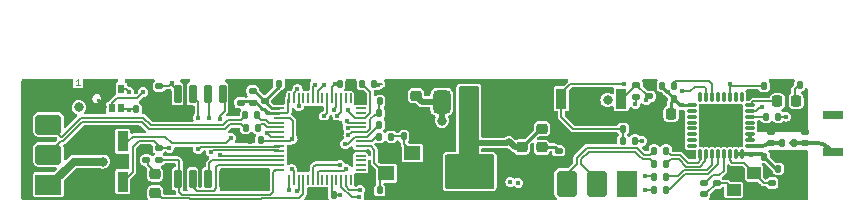
<source format=gbr>
%TF.GenerationSoftware,KiCad,Pcbnew,8.0.4*%
%TF.CreationDate,2024-09-10T00:37:33+02:00*%
%TF.ProjectId,ESP32_PICO_LED,45535033-325f-4504-9943-4f5f4c45442e,rev?*%
%TF.SameCoordinates,Original*%
%TF.FileFunction,Copper,L1,Top*%
%TF.FilePolarity,Positive*%
%FSLAX46Y46*%
G04 Gerber Fmt 4.6, Leading zero omitted, Abs format (unit mm)*
G04 Created by KiCad (PCBNEW 8.0.4) date 2024-09-10 00:37:33*
%MOMM*%
%LPD*%
G01*
G04 APERTURE LIST*
G04 Aperture macros list*
%AMRoundRect*
0 Rectangle with rounded corners*
0 $1 Rounding radius*
0 $2 $3 $4 $5 $6 $7 $8 $9 X,Y pos of 4 corners*
0 Add a 4 corners polygon primitive as box body*
4,1,4,$2,$3,$4,$5,$6,$7,$8,$9,$2,$3,0*
0 Add four circle primitives for the rounded corners*
1,1,$1+$1,$2,$3*
1,1,$1+$1,$4,$5*
1,1,$1+$1,$6,$7*
1,1,$1+$1,$8,$9*
0 Add four rect primitives between the rounded corners*
20,1,$1+$1,$2,$3,$4,$5,0*
20,1,$1+$1,$4,$5,$6,$7,0*
20,1,$1+$1,$6,$7,$8,$9,0*
20,1,$1+$1,$8,$9,$2,$3,0*%
%AMFreePoly0*
4,1,48,0.445355,0.365355,0.460000,0.330000,0.460000,0.080000,0.445355,0.044645,0.425811,0.032566,0.395811,0.022566,0.388220,0.020680,0.330185,0.011007,0.297451,0.002824,0.262361,-0.014721,0.206394,-0.042704,0.172840,-0.067870,0.145355,-0.095355,0.100090,-0.140619,0.065404,-0.201320,0.038048,-0.274269,0.018809,-0.360847,-0.003156,-0.392183,-0.030000,-0.400000,-0.280000,-0.400000,
-0.315355,-0.385355,-0.330000,-0.350000,-0.329320,-0.341780,-0.299320,-0.161780,-0.296816,-0.152444,-0.266816,-0.072444,-0.264721,-0.067639,-0.244721,-0.027639,-0.240000,-0.020000,-0.210837,0.018884,-0.151603,0.107735,-0.145355,0.115355,-0.065355,0.195355,-0.061235,0.199043,-0.011235,0.239043,-0.005725,0.242875,0.044275,0.272875,0.047639,0.274721,0.127639,0.314721,0.130304,0.315957,
0.200304,0.345957,0.204189,0.347434,0.264189,0.367434,0.271780,0.369320,0.331780,0.379320,0.340000,0.380000,0.410000,0.380000,0.445355,0.365355,0.445355,0.365355,$1*%
%AMFreePoly1*
4,1,46,-0.054645,0.445355,-0.042566,0.425811,-0.032566,0.395811,-0.030680,0.388220,-0.021007,0.330185,-0.012824,0.297451,0.004721,0.262361,0.032704,0.206394,0.057870,0.172840,0.085355,0.145355,0.130619,0.100090,0.191320,0.065404,0.264269,0.038048,0.350847,0.018809,0.382183,-0.003156,0.390000,-0.030000,0.390000,-0.280000,0.375355,-0.315355,0.340000,-0.330000,0.331780,-0.329320,
0.151780,-0.299320,0.140304,-0.295957,0.070885,-0.266206,0.021430,-0.246424,0.010000,-0.240000,-0.028884,-0.210837,-0.117735,-0.151603,-0.125355,-0.145355,-0.205355,-0.065355,-0.209043,-0.061235,-0.249043,-0.011235,-0.252875,-0.005725,-0.282875,0.044275,-0.284721,0.047639,-0.324721,0.127639,-0.325957,0.130304,-0.355957,0.200304,-0.359320,0.211780,-0.368675,0.267914,-0.387434,0.324189,
-0.390000,0.340000,-0.390000,0.410000,-0.375355,0.445355,-0.340000,0.460000,-0.090000,0.460000,-0.054645,0.445355,-0.054645,0.445355,$1*%
%AMFreePoly2*
4,1,49,-0.331780,0.329320,-0.212320,0.309410,-0.142929,0.299497,-0.130304,0.295957,-0.060304,0.265957,-0.057639,0.264721,-0.017639,0.244721,-0.010000,0.240000,0.028884,0.210837,0.117735,0.151603,0.125355,0.145355,0.205355,0.065355,0.209043,0.061235,0.249043,0.011235,0.252875,0.005725,0.281550,-0.042066,0.310000,-0.080000,0.318507,-0.097873,0.327535,-0.133987,0.355957,-0.200304,
0.357434,-0.204189,0.377434,-0.264189,0.379320,-0.271780,0.389320,-0.331780,0.390000,-0.340000,0.390000,-0.410000,0.375355,-0.445355,0.340000,-0.460000,0.090000,-0.460000,0.054645,-0.445355,0.042566,-0.425811,0.032566,-0.395811,0.030680,-0.388220,0.021007,-0.330185,0.011493,-0.292127,0.003593,-0.260530,-0.030837,-0.208884,-0.057870,-0.172840,-0.085355,-0.145355,-0.130619,-0.100090,
-0.191320,-0.065404,-0.264886,-0.037817,-0.342127,-0.018507,-0.372875,0.004275,-0.379960,0.028002,-0.389960,0.278002,-0.376740,0.313914,-0.341998,0.329960,-0.331780,0.329320,-0.331780,0.329320,$1*%
%AMFreePoly3*
4,1,48,0.315355,0.375355,0.330000,0.340000,0.329320,0.331780,0.299320,0.151780,0.296816,0.142444,0.266816,0.062444,0.264721,0.057639,0.244721,0.017639,0.240000,0.010000,0.210837,-0.028884,0.151603,-0.117735,0.145355,-0.125355,0.065355,-0.205355,0.061235,-0.209043,0.011235,-0.249043,0.005725,-0.252875,-0.044275,-0.282875,-0.047639,-0.284721,-0.127639,-0.324721,-0.130304,-0.325957,
-0.200304,-0.355957,-0.204189,-0.357434,-0.264189,-0.377434,-0.271780,-0.379320,-0.331780,-0.389320,-0.340000,-0.390000,-0.410000,-0.390000,-0.445355,-0.375355,-0.460000,-0.340000,-0.460000,-0.090000,-0.445355,-0.054645,-0.425811,-0.042566,-0.395811,-0.032566,-0.388220,-0.030680,-0.330185,-0.021007,-0.297451,-0.012824,-0.262361,0.004721,-0.206394,0.032704,-0.172840,0.057870,-0.145355,0.085355,
-0.100090,0.130619,-0.065404,0.191320,-0.038048,0.264269,-0.018809,0.350847,0.003156,0.382183,0.030000,0.390000,0.280000,0.390000,0.315355,0.375355,0.315355,0.375355,$1*%
G04 Aperture macros list end*
%ADD10C,0.090000*%
%TA.AperFunction,NonConductor*%
%ADD11C,0.090000*%
%TD*%
%TA.AperFunction,SMDPad,CuDef*%
%ADD12R,1.150000X1.000000*%
%TD*%
%TA.AperFunction,SMDPad,CuDef*%
%ADD13R,0.900000X1.700000*%
%TD*%
%TA.AperFunction,SMDPad,CuDef*%
%ADD14RoundRect,0.150000X0.150000X-0.650000X0.150000X0.650000X-0.150000X0.650000X-0.150000X-0.650000X0*%
%TD*%
%TA.AperFunction,SMDPad,CuDef*%
%ADD15RoundRect,0.135000X-0.135000X-0.185000X0.135000X-0.185000X0.135000X0.185000X-0.135000X0.185000X0*%
%TD*%
%TA.AperFunction,SMDPad,CuDef*%
%ADD16R,1.700000X2.200000*%
%TD*%
%TA.AperFunction,SMDPad,CuDef*%
%ADD17RoundRect,0.300000X-0.550000X0.800000X-0.550000X-0.800000X0.550000X-0.800000X0.550000X0.800000X0*%
%TD*%
%TA.AperFunction,SMDPad,CuDef*%
%ADD18RoundRect,0.218750X-0.256250X0.218750X-0.256250X-0.218750X0.256250X-0.218750X0.256250X0.218750X0*%
%TD*%
%TA.AperFunction,SMDPad,CuDef*%
%ADD19RoundRect,0.135000X0.135000X0.185000X-0.135000X0.185000X-0.135000X-0.185000X0.135000X-0.185000X0*%
%TD*%
%TA.AperFunction,SMDPad,CuDef*%
%ADD20RoundRect,0.218750X0.256250X-0.218750X0.256250X0.218750X-0.256250X0.218750X-0.256250X-0.218750X0*%
%TD*%
%TA.AperFunction,SMDPad,CuDef*%
%ADD21RoundRect,0.135000X-0.185000X0.135000X-0.185000X-0.135000X0.185000X-0.135000X0.185000X0.135000X0*%
%TD*%
%TA.AperFunction,SMDPad,CuDef*%
%ADD22RoundRect,0.140000X-0.140000X-0.170000X0.140000X-0.170000X0.140000X0.170000X-0.140000X0.170000X0*%
%TD*%
%TA.AperFunction,SMDPad,CuDef*%
%ADD23R,0.530000X0.730000*%
%TD*%
%TA.AperFunction,SMDPad,CuDef*%
%ADD24FreePoly0,270.000000*%
%TD*%
%TA.AperFunction,SMDPad,CuDef*%
%ADD25FreePoly1,270.000000*%
%TD*%
%TA.AperFunction,SMDPad,CuDef*%
%ADD26FreePoly2,270.000000*%
%TD*%
%TA.AperFunction,SMDPad,CuDef*%
%ADD27FreePoly3,270.000000*%
%TD*%
%TA.AperFunction,SMDPad,CuDef*%
%ADD28RoundRect,0.225000X0.225000X0.250000X-0.225000X0.250000X-0.225000X-0.250000X0.225000X-0.250000X0*%
%TD*%
%TA.AperFunction,SMDPad,CuDef*%
%ADD29RoundRect,0.140000X0.170000X-0.140000X0.170000X0.140000X-0.170000X0.140000X-0.170000X-0.140000X0*%
%TD*%
%TA.AperFunction,SMDPad,CuDef*%
%ADD30RoundRect,0.135000X0.185000X-0.135000X0.185000X0.135000X-0.185000X0.135000X-0.185000X-0.135000X0*%
%TD*%
%TA.AperFunction,SMDPad,CuDef*%
%ADD31RoundRect,0.033750X0.371250X0.101250X-0.371250X0.101250X-0.371250X-0.101250X0.371250X-0.101250X0*%
%TD*%
%TA.AperFunction,SMDPad,CuDef*%
%ADD32RoundRect,0.033750X0.101250X0.371250X-0.101250X0.371250X-0.101250X-0.371250X0.101250X-0.371250X0*%
%TD*%
%TA.AperFunction,ComponentPad*%
%ADD33C,0.500000*%
%TD*%
%TA.AperFunction,SMDPad,CuDef*%
%ADD34R,3.400000X3.400000*%
%TD*%
%TA.AperFunction,SMDPad,CuDef*%
%ADD35R,1.400000X1.200000*%
%TD*%
%TA.AperFunction,SMDPad,CuDef*%
%ADD36R,2.200000X1.700000*%
%TD*%
%TA.AperFunction,SMDPad,CuDef*%
%ADD37RoundRect,0.300000X0.800000X0.550000X-0.800000X0.550000X-0.800000X-0.550000X0.800000X-0.550000X0*%
%TD*%
%TA.AperFunction,SMDPad,CuDef*%
%ADD38RoundRect,0.140000X0.140000X0.170000X-0.140000X0.170000X-0.140000X-0.170000X0.140000X-0.170000X0*%
%TD*%
%TA.AperFunction,SMDPad,CuDef*%
%ADD39RoundRect,0.225000X-0.250000X0.225000X-0.250000X-0.225000X0.250000X-0.225000X0.250000X0.225000X0*%
%TD*%
%TA.AperFunction,SMDPad,CuDef*%
%ADD40RoundRect,0.050000X0.050000X-0.387500X0.050000X0.387500X-0.050000X0.387500X-0.050000X-0.387500X0*%
%TD*%
%TA.AperFunction,SMDPad,CuDef*%
%ADD41RoundRect,0.050000X0.387500X-0.050000X0.387500X0.050000X-0.387500X0.050000X-0.387500X-0.050000X0*%
%TD*%
%TA.AperFunction,HeatsinkPad*%
%ADD42R,3.200000X3.200000*%
%TD*%
%TA.AperFunction,SMDPad,CuDef*%
%ADD43RoundRect,0.147500X-0.147500X-0.172500X0.147500X-0.172500X0.147500X0.172500X-0.147500X0.172500X0*%
%TD*%
%TA.AperFunction,SMDPad,CuDef*%
%ADD44RoundRect,0.218750X0.218750X0.256250X-0.218750X0.256250X-0.218750X-0.256250X0.218750X-0.256250X0*%
%TD*%
%TA.AperFunction,SMDPad,CuDef*%
%ADD45RoundRect,0.225000X0.250000X-0.225000X0.250000X0.225000X-0.250000X0.225000X-0.250000X-0.225000X0*%
%TD*%
%TA.AperFunction,SMDPad,CuDef*%
%ADD46RoundRect,0.147500X0.172500X-0.147500X0.172500X0.147500X-0.172500X0.147500X-0.172500X-0.147500X0*%
%TD*%
%TA.AperFunction,SMDPad,CuDef*%
%ADD47RoundRect,0.375000X-0.375000X0.625000X-0.375000X-0.625000X0.375000X-0.625000X0.375000X0.625000X0*%
%TD*%
%TA.AperFunction,SMDPad,CuDef*%
%ADD48RoundRect,0.500000X-1.400000X0.500000X-1.400000X-0.500000X1.400000X-0.500000X1.400000X0.500000X0*%
%TD*%
%TA.AperFunction,SMDPad,CuDef*%
%ADD49R,1.660000X0.800000*%
%TD*%
%TA.AperFunction,SMDPad,CuDef*%
%ADD50RoundRect,0.140000X-0.170000X0.140000X-0.170000X-0.140000X0.170000X-0.140000X0.170000X0.140000X0*%
%TD*%
%TA.AperFunction,ViaPad*%
%ADD51C,0.450000*%
%TD*%
%TA.AperFunction,ViaPad*%
%ADD52C,0.800000*%
%TD*%
%TA.AperFunction,Conductor*%
%ADD53C,0.300000*%
%TD*%
%TA.AperFunction,Conductor*%
%ADD54C,0.152400*%
%TD*%
%TA.AperFunction,Conductor*%
%ADD55C,0.156464*%
%TD*%
%TA.AperFunction,Conductor*%
%ADD56C,0.254000*%
%TD*%
%TA.AperFunction,Conductor*%
%ADD57C,0.200000*%
%TD*%
%TA.AperFunction,Conductor*%
%ADD58C,0.127000*%
%TD*%
%TA.AperFunction,Conductor*%
%ADD59C,0.500000*%
%TD*%
%TA.AperFunction,Conductor*%
%ADD60C,0.700000*%
%TD*%
%TA.AperFunction,Conductor*%
%ADD61C,0.211074*%
%TD*%
%TA.AperFunction,Conductor*%
%ADD62C,0.349250*%
%TD*%
G04 APERTURE END LIST*
D10*
D11*
X111300162Y-76304129D02*
X111014448Y-76304129D01*
X111157305Y-76304129D02*
X111157305Y-75804129D01*
X111157305Y-75804129D02*
X111109686Y-75875558D01*
X111109686Y-75875558D02*
X111062067Y-75923177D01*
X111062067Y-75923177D02*
X111014448Y-75946986D01*
D12*
%TO.P,Y2,1,1*%
%TO.N,/esp32_wifi_section/XTAL_P*%
X168425000Y-83800000D03*
%TO.P,Y2,2,2*%
%TO.N,GND*%
X166675000Y-83800000D03*
%TO.P,Y2,3,3*%
%TO.N,Net-(C25-Pad2)*%
X166675000Y-85200000D03*
%TO.P,Y2,4,4*%
%TO.N,GND*%
X168425000Y-85200000D03*
%TD*%
D13*
%TO.P,SW1,1,1*%
%TO.N,Net-(U3-RUN)*%
X114950000Y-81100000D03*
%TO.P,SW1,2,2*%
%TO.N,GND*%
X111550000Y-81100000D03*
%TD*%
D14*
%TO.P,U2,1,~{CS}*%
%TO.N,QSPI_SS*%
X119595000Y-84250000D03*
%TO.P,U2,2,DO(IO1)*%
%TO.N,QSPI_SD1*%
X120865000Y-84250000D03*
%TO.P,U2,3,IO2*%
%TO.N,QSPI_SD2*%
X122135000Y-84250000D03*
%TO.P,U2,4,GND*%
%TO.N,GND*%
X123405000Y-84250000D03*
%TO.P,U2,5,DI(IO0)*%
%TO.N,QSPI_SD0*%
X123405000Y-77050000D03*
%TO.P,U2,6,CLK*%
%TO.N,QSPI_CLK*%
X122135000Y-77050000D03*
%TO.P,U2,7,IO3*%
%TO.N,QSPI_SD3*%
X120865000Y-77050000D03*
%TO.P,U2,8,VCC*%
%TO.N,+3.3V*%
X119595000Y-77050000D03*
%TD*%
D15*
%TO.P,R1,1*%
%TO.N,/_RPI_USB_P*%
X125355000Y-79950000D03*
%TO.P,R1,2*%
%TO.N,RPI_USB_P*%
X126375000Y-79950000D03*
%TD*%
D16*
%TO.P,J2,1,Pin_1*%
%TO.N,+5V*%
X157620000Y-84680000D03*
D17*
%TO.P,J2,2,Pin_2*%
%TO.N,/esp32_wifi_section/_USB_D+*%
X155080000Y-84680000D03*
%TO.P,J2,3,Pin_3*%
%TO.N,/esp32_wifi_section/_USB_D-*%
X152540000Y-84680000D03*
%TO.P,J2,4,Pin_4*%
%TO.N,GND*%
X150000000Y-84680000D03*
%TD*%
D18*
%TO.P,D1,1,K*%
%TO.N,Net-(D1-K)*%
X117700000Y-83862500D03*
%TO.P,D1,2,A*%
%TO.N,RPI_STATUS_LED*%
X117700000Y-85437500D03*
%TD*%
D19*
%TO.P,R2,1*%
%TO.N,+3.3V*%
X136240000Y-76230000D03*
%TO.P,R2,2*%
%TO.N,Net-(U3-RUN)*%
X135220000Y-76230000D03*
%TD*%
D20*
%TO.P,D2,1,K*%
%TO.N,Net-(D2-K)*%
X150450000Y-81587500D03*
%TO.P,D2,2,A*%
%TO.N,+3.3V*%
X150450000Y-80012500D03*
%TD*%
D19*
%TO.P,R9,1*%
%TO.N,+3.3V*%
X158310000Y-81030000D03*
%TO.P,R9,2*%
%TO.N,/esp32_wifi_section/IO9*%
X157290000Y-81030000D03*
%TD*%
D21*
%TO.P,R3,1*%
%TO.N,Net-(U3-ADC_AVDD)*%
X125950000Y-76815000D03*
%TO.P,R3,2*%
%TO.N,+3.3V*%
X125950000Y-77835000D03*
%TD*%
D22*
%TO.P,C6,1*%
%TO.N,Net-(U3-VREG_VOUT)*%
X136700000Y-77680000D03*
%TO.P,C6,2*%
%TO.N,GND*%
X137660000Y-77680000D03*
%TD*%
D23*
%TO.P,U1,1,DATA*%
%TO.N,MIC_PDM_DATA*%
X114837500Y-76620000D03*
%TO.P,U1,2,L/R*%
%TO.N,GND*%
X114007500Y-76620000D03*
D24*
%TO.P,U1,3,GND*%
X113187500Y-76980000D03*
D25*
X112277500Y-77040000D03*
D26*
X113237500Y-77880000D03*
D27*
X112337500Y-77940000D03*
D23*
%TO.P,U1,4,CLK*%
%TO.N,MIC_PDM_CLK*%
X114007500Y-78300000D03*
%TO.P,U1,5,VDD*%
%TO.N,+3.3V*%
X114837500Y-78300000D03*
%TD*%
D28*
%TO.P,C19,1*%
%TO.N,+3.3V*%
X161380000Y-78770000D03*
%TO.P,C19,2*%
%TO.N,GND*%
X159830000Y-78770000D03*
%TD*%
D22*
%TO.P,C17,1*%
%TO.N,/esp32_wifi_section/IO9*%
X157310000Y-80020000D03*
%TO.P,C17,2*%
%TO.N,GND*%
X158270000Y-80020000D03*
%TD*%
D29*
%TO.P,C25,1*%
%TO.N,GND*%
X165250000Y-85580000D03*
%TO.P,C25,2*%
%TO.N,Net-(C25-Pad2)*%
X165250000Y-84620000D03*
%TD*%
D15*
%TO.P,R17,1*%
%TO.N,GND*%
X171240000Y-76350000D03*
%TO.P,R17,2*%
%TO.N,Net-(D3-K)*%
X172260000Y-76350000D03*
%TD*%
D30*
%TO.P,R15,1*%
%TO.N,+3.3V*%
X158450000Y-77310000D03*
%TO.P,R15,2*%
%TO.N,Net-(U5-CHIP_EN)*%
X158450000Y-76290000D03*
%TD*%
D29*
%TO.P,C21,1*%
%TO.N,/esp32_wifi_section/LNA_IN*%
X169800000Y-81250000D03*
%TO.P,C21,2*%
%TO.N,GND*%
X169800000Y-80290000D03*
%TD*%
D21*
%TO.P,R6,1*%
%TO.N,GND*%
X116950000Y-81650000D03*
%TO.P,R6,2*%
%TO.N,Net-(D1-K)*%
X116950000Y-82670000D03*
%TD*%
D22*
%TO.P,C9,1*%
%TO.N,Net-(U3-ADC_AVDD)*%
X128180000Y-76230000D03*
%TO.P,C9,2*%
%TO.N,GND*%
X129140000Y-76230000D03*
%TD*%
%TO.P,C24,1*%
%TO.N,+3.3V*%
X169250000Y-82400000D03*
%TO.P,C24,2*%
%TO.N,GND*%
X170210000Y-82400000D03*
%TD*%
D29*
%TO.P,C14,1*%
%TO.N,Net-(U5-CHIP_EN)*%
X159550000Y-77280000D03*
%TO.P,C14,2*%
%TO.N,GND*%
X159550000Y-76320000D03*
%TD*%
D13*
%TO.P,SW3,1,1*%
%TO.N,GND*%
X148700000Y-77475000D03*
%TO.P,SW3,2,2*%
%TO.N,/esp32_wifi_section/IO9*%
X152100000Y-77475000D03*
%TD*%
D22*
%TO.P,C1,1*%
%TO.N,Net-(U3-VREG_VOUT)*%
X136690000Y-78680000D03*
%TO.P,C1,2*%
%TO.N,GND*%
X137650000Y-78680000D03*
%TD*%
%TO.P,C3,1*%
%TO.N,+3.3V*%
X136690000Y-79670000D03*
%TO.P,C3,2*%
%TO.N,GND*%
X137650000Y-79670000D03*
%TD*%
D29*
%TO.P,C23,1*%
%TO.N,GND*%
X169950000Y-85580000D03*
%TO.P,C23,2*%
%TO.N,/esp32_wifi_section/XTAL_P*%
X169950000Y-84620000D03*
%TD*%
D31*
%TO.P,U5,1,LNA_IN*%
%TO.N,/esp32_wifi_section/LNA_IN*%
X168050000Y-81500000D03*
%TO.P,U5,2,VDD3P3*%
%TO.N,+3.3V*%
X168050000Y-81000000D03*
%TO.P,U5,3,VDD3P3*%
X168050000Y-80500000D03*
%TO.P,U5,4,XTAL_32K_P*%
%TO.N,unconnected-(U5-XTAL_32K_P-Pad4)*%
X168050000Y-80000000D03*
%TO.P,U5,5,XTAL_32K_N*%
%TO.N,unconnected-(U5-XTAL_32K_N-Pad5)*%
X168050000Y-79500000D03*
%TO.P,U5,6,GPIO2*%
%TO.N,/esp32_wifi_section/IO2*%
X168050000Y-79000000D03*
%TO.P,U5,7,CHIP_EN*%
%TO.N,Net-(U5-CHIP_EN)*%
X168050000Y-78500000D03*
%TO.P,U5,8,GPIO3*%
%TO.N,ESP_STATUS_LED*%
X168050000Y-78000000D03*
D32*
%TO.P,U5,9,MTMS*%
%TO.N,unconnected-(U5-MTMS-Pad9)*%
X167350000Y-77300000D03*
%TO.P,U5,10,MTDI*%
%TO.N,unconnected-(U5-MTDI-Pad10)*%
X166850000Y-77300000D03*
%TO.P,U5,11,VDD3P3_RTC*%
%TO.N,+3.3V*%
X166350000Y-77300000D03*
%TO.P,U5,12,MTCK*%
%TO.N,unconnected-(U5-MTCK-Pad12)*%
X165850000Y-77300000D03*
%TO.P,U5,13,MTDO*%
%TO.N,unconnected-(U5-MTDO-Pad13)*%
X165350000Y-77300000D03*
%TO.P,U5,14,GPIO8*%
%TO.N,/esp32_wifi_section/IO8*%
X164850000Y-77300000D03*
%TO.P,U5,15,GPIO9*%
%TO.N,/esp32_wifi_section/IO9*%
X164350000Y-77300000D03*
%TO.P,U5,16,GPIO10*%
%TO.N,unconnected-(U5-GPIO10-Pad16)*%
X163850000Y-77300000D03*
D31*
%TO.P,U5,17,VDD3P3_CPU*%
%TO.N,+3.3V*%
X163150000Y-78000000D03*
%TO.P,U5,18,VDD_SPI*%
%TO.N,unconnected-(U5-VDD_SPI-Pad18)*%
X163150000Y-78500000D03*
%TO.P,U5,19,SPIHD*%
%TO.N,unconnected-(U5-SPIHD-Pad19)*%
X163150000Y-79000000D03*
%TO.P,U5,20,SPIWP*%
%TO.N,unconnected-(U5-SPIWP-Pad20)*%
X163150000Y-79500000D03*
%TO.P,U5,21,SPICS0*%
%TO.N,unconnected-(U5-SPICS0-Pad21)*%
X163150000Y-80000000D03*
%TO.P,U5,22,SPICLK*%
%TO.N,unconnected-(U5-SPICLK-Pad22)*%
X163150000Y-80500000D03*
%TO.P,U5,23,SPID*%
%TO.N,unconnected-(U5-SPID-Pad23)*%
X163150000Y-81000000D03*
%TO.P,U5,24,SPIQ*%
%TO.N,unconnected-(U5-SPIQ-Pad24)*%
X163150000Y-81500000D03*
D32*
%TO.P,U5,25,GPIO18*%
%TO.N,/esp32_wifi_section/USB_D-*%
X163850000Y-82200000D03*
%TO.P,U5,26,GPIO19*%
%TO.N,/esp32_wifi_section/USB_D+*%
X164350000Y-82200000D03*
%TO.P,U5,27,U0RXD*%
%TO.N,Net-(U5-U0RXD)*%
X164850000Y-82200000D03*
%TO.P,U5,28,U0TXD*%
%TO.N,Net-(U5-U0TXD)*%
X165350000Y-82200000D03*
%TO.P,U5,29,XTAL_N*%
%TO.N,/esp32_wifi_section/XTAL_N*%
X165850000Y-82200000D03*
%TO.P,U5,30,XTAL_P*%
%TO.N,/esp32_wifi_section/XTAL_P*%
X166350000Y-82200000D03*
%TO.P,U5,31,VDDA*%
%TO.N,+3.3V*%
X166850000Y-82200000D03*
%TO.P,U5,32,VDDA*%
X167350000Y-82200000D03*
D33*
%TO.P,U5,33,GND*%
%TO.N,GND*%
X166300000Y-79750000D03*
X165600000Y-80450000D03*
D34*
X165600000Y-79750000D03*
D33*
X165600000Y-79050000D03*
X164900000Y-79750000D03*
%TD*%
D22*
%TO.P,C8,1*%
%TO.N,XIN*%
X136700000Y-85250000D03*
%TO.P,C8,2*%
%TO.N,GND*%
X137660000Y-85250000D03*
%TD*%
D35*
%TO.P,Y1,1,1*%
%TO.N,XIN*%
X137280000Y-83780000D03*
%TO.P,Y1,2,2*%
%TO.N,GND*%
X139480000Y-83780000D03*
%TO.P,Y1,3,3*%
%TO.N,Net-(C11-Pad1)*%
X139480000Y-82080000D03*
%TO.P,Y1,4,4*%
%TO.N,GND*%
X137280000Y-82080000D03*
%TD*%
D15*
%TO.P,R8,1*%
%TO.N,/UART1_TX*%
X159940000Y-84125000D03*
%TO.P,R8,2*%
%TO.N,Net-(U5-U0RXD)*%
X160960000Y-84125000D03*
%TD*%
D36*
%TO.P,J1,1,Pin_1*%
%TO.N,+5V*%
X108650000Y-84755000D03*
D37*
%TO.P,J1,2,Pin_2*%
%TO.N,/_RPI_USB_P*%
X108650000Y-82215000D03*
%TO.P,J1,3,Pin_3*%
%TO.N,/_RPI_USB_N*%
X108650000Y-79675000D03*
%TO.P,J1,4,Pin_4*%
%TO.N,GND*%
X108650000Y-77135000D03*
%TD*%
D38*
%TO.P,C4,1*%
%TO.N,Net-(U3-VREG_VOUT)*%
X126670000Y-80970000D03*
%TO.P,C4,2*%
%TO.N,GND*%
X125710000Y-80970000D03*
%TD*%
D15*
%TO.P,R10,1*%
%TO.N,/UART1_RX*%
X159940000Y-85250000D03*
%TO.P,R10,2*%
%TO.N,Net-(U5-U0TXD)*%
X160960000Y-85250000D03*
%TD*%
%TO.P,R11,1*%
%TO.N,/esp32_wifi_section/_USB_D+*%
X159950000Y-82975000D03*
%TO.P,R11,2*%
%TO.N,/esp32_wifi_section/USB_D+*%
X160970000Y-82975000D03*
%TD*%
D39*
%TO.P,C15,1*%
%TO.N,+5V*%
X139760000Y-77215000D03*
%TO.P,C15,2*%
%TO.N,GND*%
X139760000Y-78765000D03*
%TD*%
D29*
%TO.P,C7,1*%
%TO.N,+3.3V*%
X124925000Y-77805000D03*
%TO.P,C7,2*%
%TO.N,GND*%
X124925000Y-76845000D03*
%TD*%
D22*
%TO.P,C5,1*%
%TO.N,+3.3V*%
X133330000Y-76230000D03*
%TO.P,C5,2*%
%TO.N,GND*%
X134290000Y-76230000D03*
%TD*%
D40*
%TO.P,U3,1,IOVDD*%
%TO.N,+3.3V*%
X129050000Y-84337500D03*
%TO.P,U3,2,GPIO0*%
%TO.N,LED_3_C*%
X129450000Y-84337500D03*
%TO.P,U3,3,GPIO1*%
%TO.N,LED_3_D*%
X129850000Y-84337500D03*
%TO.P,U3,4,GPIO2*%
%TO.N,RPI_STATUS_LED*%
X130250000Y-84337500D03*
%TO.P,U3,5,GPIO3*%
%TO.N,unconnected-(U3-GPIO3-Pad5)*%
X130650000Y-84337500D03*
%TO.P,U3,6,GPIO4*%
%TO.N,/UART1_TX*%
X131050000Y-84337500D03*
%TO.P,U3,7,GPIO5*%
%TO.N,/UART1_RX*%
X131450000Y-84337500D03*
%TO.P,U3,8,GPIO6*%
%TO.N,unconnected-(U3-GPIO6-Pad8)*%
X131850000Y-84337500D03*
%TO.P,U3,9,GPIO7*%
%TO.N,unconnected-(U3-GPIO7-Pad9)*%
X132250000Y-84337500D03*
%TO.P,U3,10,IOVDD*%
%TO.N,+3.3V*%
X132650000Y-84337500D03*
%TO.P,U3,11,GPIO8*%
%TO.N,unconnected-(U3-GPIO8-Pad11)*%
X133050000Y-84337500D03*
%TO.P,U3,12,GPIO9*%
%TO.N,LED_4_C*%
X133450000Y-84337500D03*
%TO.P,U3,13,GPIO10*%
%TO.N,LED_4_D*%
X133850000Y-84337500D03*
%TO.P,U3,14,GPIO11*%
%TO.N,unconnected-(U3-GPIO11-Pad14)*%
X134250000Y-84337500D03*
D41*
%TO.P,U3,15,GPIO12*%
%TO.N,unconnected-(U3-GPIO12-Pad15)*%
X135087500Y-83500000D03*
%TO.P,U3,16,GPIO13*%
%TO.N,unconnected-(U3-GPIO13-Pad16)*%
X135087500Y-83100000D03*
%TO.P,U3,17,GPIO14*%
%TO.N,unconnected-(U3-GPIO14-Pad17)*%
X135087500Y-82700000D03*
%TO.P,U3,18,GPIO15*%
%TO.N,unconnected-(U3-GPIO15-Pad18)*%
X135087500Y-82300000D03*
%TO.P,U3,19,TESTEN*%
%TO.N,GND*%
X135087500Y-81900000D03*
%TO.P,U3,20,XIN*%
%TO.N,XIN*%
X135087500Y-81500000D03*
%TO.P,U3,21,XOUT*%
%TO.N,XOUT*%
X135087500Y-81100000D03*
%TO.P,U3,22,IOVDD*%
%TO.N,+3.3V*%
X135087500Y-80700000D03*
%TO.P,U3,23,DVDD*%
%TO.N,Net-(U3-VREG_VOUT)*%
X135087500Y-80300000D03*
%TO.P,U3,24,SWCLK*%
%TO.N,SWCLK*%
X135087500Y-79900000D03*
%TO.P,U3,25,SWD*%
%TO.N,SWDIO*%
X135087500Y-79500000D03*
%TO.P,U3,26,RUN*%
%TO.N,Net-(U3-RUN)*%
X135087500Y-79100000D03*
%TO.P,U3,27,GPIO16*%
%TO.N,unconnected-(U3-GPIO16-Pad27)*%
X135087500Y-78700000D03*
%TO.P,U3,28,GPIO17*%
%TO.N,unconnected-(U3-GPIO17-Pad28)*%
X135087500Y-78300000D03*
D40*
%TO.P,U3,29,GPIO18*%
%TO.N,unconnected-(U3-GPIO18-Pad29)*%
X134250000Y-77462500D03*
%TO.P,U3,30,GPIO19*%
%TO.N,unconnected-(U3-GPIO19-Pad30)*%
X133850000Y-77462500D03*
%TO.P,U3,31,GPIO20*%
%TO.N,MIC_PDM_DATA*%
X133450000Y-77462500D03*
%TO.P,U3,32,GPIO21*%
%TO.N,MIC_PDM_CLK*%
X133050000Y-77462500D03*
%TO.P,U3,33,IOVDD*%
%TO.N,+3.3V*%
X132650000Y-77462500D03*
%TO.P,U3,34,GPIO22*%
%TO.N,BUTTON*%
X132250000Y-77462500D03*
%TO.P,U3,35,GPIO23*%
%TO.N,unconnected-(U3-GPIO23-Pad35)*%
X131850000Y-77462500D03*
%TO.P,U3,36,GPIO24*%
%TO.N,LED_2_C*%
X131450000Y-77462500D03*
%TO.P,U3,37,GPIO25*%
%TO.N,LED_2_D*%
X131050000Y-77462500D03*
%TO.P,U3,38,GPIO26_ADC0*%
%TO.N,unconnected-(U3-GPIO26_ADC0-Pad38)*%
X130650000Y-77462500D03*
%TO.P,U3,39,GPIO27_ADC1*%
%TO.N,unconnected-(U3-GPIO27_ADC1-Pad39)*%
X130250000Y-77462500D03*
%TO.P,U3,40,GPIO28_ADC2*%
%TO.N,LED_1_C*%
X129850000Y-77462500D03*
%TO.P,U3,41,GPIO29_ADC3*%
%TO.N,LED_1_D*%
X129450000Y-77462500D03*
%TO.P,U3,42,IOVDD*%
%TO.N,+3.3V*%
X129050000Y-77462500D03*
D41*
%TO.P,U3,43,ADC_AVDD*%
%TO.N,Net-(U3-ADC_AVDD)*%
X128212500Y-78300000D03*
%TO.P,U3,44,VREG_IN*%
%TO.N,+3.3V*%
X128212500Y-78700000D03*
%TO.P,U3,45,VREG_VOUT*%
%TO.N,Net-(U3-VREG_VOUT)*%
X128212500Y-79100000D03*
%TO.P,U3,46,USB_DM*%
%TO.N,RPI_USB_N*%
X128212500Y-79500000D03*
%TO.P,U3,47,USB_DP*%
%TO.N,RPI_USB_P*%
X128212500Y-79900000D03*
%TO.P,U3,48,USB_VDD*%
%TO.N,+3.3V*%
X128212500Y-80300000D03*
%TO.P,U3,49,IOVDD*%
X128212500Y-80700000D03*
%TO.P,U3,50,DVDD*%
%TO.N,Net-(U3-VREG_VOUT)*%
X128212500Y-81100000D03*
%TO.P,U3,51,QSPI_SD3*%
%TO.N,QSPI_SD3*%
X128212500Y-81500000D03*
%TO.P,U3,52,QSPI_SCLK*%
%TO.N,QSPI_CLK*%
X128212500Y-81900000D03*
%TO.P,U3,53,QSPI_SD0*%
%TO.N,QSPI_SD0*%
X128212500Y-82300000D03*
%TO.P,U3,54,QSPI_SD2*%
%TO.N,QSPI_SD2*%
X128212500Y-82700000D03*
%TO.P,U3,55,QSPI_SD1*%
%TO.N,QSPI_SD1*%
X128212500Y-83100000D03*
%TO.P,U3,56,QSPI_SS*%
%TO.N,QSPI_SS*%
X128212500Y-83500000D03*
D42*
%TO.P,U3,57,GND*%
%TO.N,GND*%
X131650000Y-80900000D03*
%TD*%
D43*
%TO.P,L2,1*%
%TO.N,/esp32_wifi_section/LNA_IN*%
X170790000Y-81200000D03*
%TO.P,L2,2*%
%TO.N,Net-(AE1-A)*%
X171760000Y-81200000D03*
%TD*%
D22*
%TO.P,C20,1*%
%TO.N,+3.3V*%
X169260000Y-76400000D03*
%TO.P,C20,2*%
%TO.N,GND*%
X170220000Y-76400000D03*
%TD*%
D44*
%TO.P,D3,1,K*%
%TO.N,Net-(D3-K)*%
X171962500Y-77710000D03*
%TO.P,D3,2,A*%
%TO.N,ESP_STATUS_LED*%
X170387500Y-77710000D03*
%TD*%
D38*
%TO.P,C16,1*%
%TO.N,+3.3V*%
X161650000Y-77500000D03*
%TO.P,C16,2*%
%TO.N,GND*%
X160690000Y-77500000D03*
%TD*%
D15*
%TO.P,R5,1*%
%TO.N,/_RPI_USB_N*%
X125340000Y-78875000D03*
%TO.P,R5,2*%
%TO.N,RPI_USB_N*%
X126360000Y-78875000D03*
%TD*%
%TO.P,R12,1*%
%TO.N,+3.3V*%
X160640000Y-76400000D03*
%TO.P,R12,2*%
%TO.N,/esp32_wifi_section/IO8*%
X161660000Y-76400000D03*
%TD*%
D19*
%TO.P,R16,1*%
%TO.N,+3.3V*%
X170450000Y-79025000D03*
%TO.P,R16,2*%
%TO.N,/esp32_wifi_section/IO2*%
X169430000Y-79025000D03*
%TD*%
%TO.P,R4,1*%
%TO.N,Net-(C11-Pad1)*%
X137700000Y-80700000D03*
%TO.P,R4,2*%
%TO.N,XOUT*%
X136680000Y-80700000D03*
%TD*%
D15*
%TO.P,R13,1*%
%TO.N,/esp32_wifi_section/_USB_D-*%
X159940000Y-81875000D03*
%TO.P,R13,2*%
%TO.N,/esp32_wifi_section/USB_D-*%
X160960000Y-81875000D03*
%TD*%
D29*
%TO.P,C22,1*%
%TO.N,Net-(AE1-A)*%
X172750000Y-81230000D03*
%TO.P,C22,2*%
%TO.N,GND*%
X172750000Y-80270000D03*
%TD*%
D21*
%TO.P,R14,1*%
%TO.N,GND*%
X151850000Y-80880000D03*
%TO.P,R14,2*%
%TO.N,Net-(D2-K)*%
X151850000Y-81900000D03*
%TD*%
D29*
%TO.P,C2,1*%
%TO.N,Net-(U3-ADC_AVDD)*%
X126975000Y-77705000D03*
%TO.P,C2,2*%
%TO.N,GND*%
X126975000Y-76745000D03*
%TD*%
D21*
%TO.P,R7,1*%
%TO.N,BUTTON*%
X118000000Y-81640000D03*
%TO.P,R7,2*%
%TO.N,QSPI_SS*%
X118000000Y-82660000D03*
%TD*%
D38*
%TO.P,C10,1*%
%TO.N,+3.3V*%
X132830000Y-85600000D03*
%TO.P,C10,2*%
%TO.N,GND*%
X131870000Y-85600000D03*
%TD*%
D45*
%TO.P,C18,1*%
%TO.N,+3.3V*%
X148750000Y-81575000D03*
%TO.P,C18,2*%
%TO.N,GND*%
X148750000Y-80025000D03*
%TD*%
D22*
%TO.P,C11,1*%
%TO.N,Net-(C11-Pad1)*%
X138750000Y-80670000D03*
%TO.P,C11,2*%
%TO.N,GND*%
X139710000Y-80670000D03*
%TD*%
%TO.P,C26,1*%
%TO.N,+3.3V*%
X170470000Y-83400000D03*
%TO.P,C26,2*%
%TO.N,GND*%
X171430000Y-83400000D03*
%TD*%
D46*
%TO.P,L1,1*%
%TO.N,Net-(C25-Pad2)*%
X164150000Y-85585000D03*
%TO.P,L1,2*%
%TO.N,/esp32_wifi_section/XTAL_N*%
X164150000Y-84615000D03*
%TD*%
D47*
%TO.P,U4,1,GND*%
%TO.N,GND*%
X146560000Y-77740000D03*
%TO.P,U4,2,VO*%
%TO.N,+3.3V*%
X144260000Y-77740000D03*
D48*
X144260000Y-84040000D03*
D47*
%TO.P,U4,3,VI*%
%TO.N,+5V*%
X141960000Y-77740000D03*
%TD*%
D22*
%TO.P,C12,1*%
%TO.N,+3.3V*%
X116080000Y-78360000D03*
%TO.P,C12,2*%
%TO.N,GND*%
X117040000Y-78360000D03*
%TD*%
D13*
%TO.P,SW4,1,1*%
%TO.N,Net-(U5-CHIP_EN)*%
X157175000Y-77475000D03*
%TO.P,SW4,2,2*%
%TO.N,GND*%
X153775000Y-77475000D03*
%TD*%
D49*
%TO.P,AE1,1,A*%
%TO.N,Net-(AE1-A)*%
X175050000Y-82000000D03*
%TO.P,AE1,2,Shield*%
%TO.N,unconnected-(AE1-Shield-Pad2)*%
X175050000Y-78900000D03*
%TD*%
D50*
%TO.P,C13,1*%
%TO.N,+3.3V*%
X118050000Y-76420000D03*
%TO.P,C13,2*%
%TO.N,GND*%
X118050000Y-77380000D03*
%TD*%
D13*
%TO.P,SW2,1,1*%
%TO.N,BUTTON*%
X114950000Y-84500000D03*
%TO.P,SW2,2,2*%
%TO.N,GND*%
X111550000Y-84500000D03*
%TD*%
D51*
%TO.N,GND*%
X138280000Y-79650000D03*
X158710000Y-79950000D03*
X120400000Y-82300000D03*
X154720000Y-81070000D03*
X145600000Y-76175000D03*
X131240000Y-85560000D03*
X134040000Y-82030000D03*
X172650000Y-79310000D03*
X172190000Y-82030000D03*
X171620000Y-82030000D03*
X170520000Y-85560000D03*
X110123320Y-76354946D03*
X113150000Y-84550000D03*
X171770000Y-79990000D03*
X171170000Y-80010000D03*
X138420000Y-84840000D03*
X170390000Y-79980000D03*
X125180000Y-80970000D03*
X140280000Y-81000000D03*
X117404732Y-78833694D03*
X154760000Y-78540000D03*
X172750000Y-82050000D03*
X168250000Y-77100000D03*
X126990000Y-76180000D03*
X126160000Y-84130000D03*
X146700000Y-76325000D03*
X172650000Y-78560000D03*
X165550000Y-85848000D03*
X119400000Y-78950000D03*
X170840000Y-82380000D03*
X129450000Y-76052000D03*
X172000000Y-83420000D03*
X117493254Y-77350000D03*
X134410000Y-76570000D03*
%TO.N,+3.3V*%
X133350000Y-85600000D03*
X166370000Y-76270000D03*
X162320000Y-78010000D03*
X168050000Y-80700008D03*
X136554016Y-76315416D03*
X115450000Y-78400000D03*
X171110000Y-79000000D03*
X129000000Y-85240000D03*
X168170000Y-82220000D03*
X158930000Y-81040000D03*
X133780000Y-81300000D03*
D52*
X144350000Y-79350000D03*
D51*
X132890000Y-76210000D03*
X158350000Y-77940000D03*
X119092049Y-76191350D03*
D52*
X144450000Y-80250000D03*
X144375007Y-81266134D03*
D51*
X127186992Y-80346992D03*
X127230000Y-78680000D03*
X147642862Y-81066800D03*
X161080000Y-76900000D03*
D52*
%TO.N,+5V*%
X113249964Y-82800000D03*
D51*
X147775000Y-84524996D03*
D52*
X141975742Y-79337407D03*
X157400000Y-84325000D03*
X156000000Y-77600000D03*
X111225000Y-78200000D03*
D51*
X148425000Y-84600000D03*
%TO.N,MIC_PDM_DATA*%
X133132462Y-78947394D03*
X115508609Y-76928114D03*
%TO.N,SWCLK*%
X134038827Y-79930196D03*
%TO.N,SWDIO*%
X133914296Y-79366212D03*
%TO.N,/esp32_wifi_section/IO9*%
X157390000Y-76210000D03*
X162320000Y-76800000D03*
%TO.N,MIC_PDM_CLK*%
X132850002Y-78415000D03*
X116691497Y-76928200D03*
%TO.N,BUTTON*%
X118890740Y-81629313D03*
X132000000Y-78947998D03*
%TO.N,QSPI_SD0*%
X123150000Y-79200000D03*
X123190000Y-82258928D03*
%TO.N,QSPI_SD3*%
X121340000Y-81760000D03*
X121340000Y-79100000D03*
%TO.N,Net-(U3-VREG_VOUT)*%
X129325000Y-80905000D03*
X134060450Y-80580306D03*
%TO.N,QSPI_CLK*%
X122290000Y-79140000D03*
X122430000Y-81990000D03*
%TO.N,/UART1_RX*%
X133860743Y-83414319D03*
X159150000Y-85200000D03*
%TO.N,Net-(U5-CHIP_EN)*%
X159290000Y-77590000D03*
X169050000Y-78200000D03*
%TO.N,Net-(U3-RUN)*%
X124150000Y-80800000D03*
X134050000Y-78450000D03*
%TO.N,/UART1_TX*%
X159200000Y-84050000D03*
X133350000Y-83071800D03*
%TO.N,LED_1_C*%
X129869818Y-78124166D03*
%TO.N,LED_1_D*%
X129748119Y-76676145D03*
%TO.N,LED_2_C*%
X132000000Y-76300000D03*
%TO.N,LED_2_D*%
X131196601Y-76331033D03*
%TO.N,LED_4_C*%
X134980000Y-85841402D03*
%TO.N,LED_4_D*%
X135060000Y-85200000D03*
%TO.N,LED_3_D*%
X129725002Y-85334998D03*
%TO.N,LED_3_C*%
X129241800Y-83433837D03*
%TD*%
D53*
%TO.N,GND*%
X109398266Y-77080000D02*
X108650000Y-77080000D01*
D54*
X165250000Y-85580000D02*
X165282000Y-85580000D01*
D55*
X140540000Y-83120000D02*
X140540000Y-81260000D01*
D56*
X170210000Y-82400000D02*
X170820000Y-82400000D01*
D55*
X139480000Y-83780000D02*
X139880000Y-83780000D01*
D56*
X123555000Y-84200000D02*
X126090000Y-84200000D01*
X171980000Y-83400000D02*
X172000000Y-83420000D01*
D55*
X139950000Y-80670000D02*
X140280000Y-81000000D01*
X140540000Y-81260000D02*
X140280000Y-81000000D01*
D54*
X169950000Y-85580000D02*
X170500000Y-85580000D01*
D55*
X117404732Y-78724732D02*
X117404732Y-78833694D01*
D57*
X129272000Y-76230000D02*
X129140000Y-76230000D01*
D55*
X131870000Y-85600000D02*
X131280000Y-85600000D01*
D54*
X168805000Y-85580000D02*
X168425000Y-85200000D01*
D55*
X138980000Y-83780000D02*
X137280000Y-82080000D01*
X139480000Y-83780000D02*
X138980000Y-83780000D01*
D54*
X169950000Y-85580000D02*
X168805000Y-85580000D01*
D55*
X118200000Y-77380000D02*
X117523254Y-77380000D01*
D54*
X135087500Y-81900000D02*
X134170000Y-81900000D01*
D58*
X158640000Y-80020000D02*
X158710000Y-79950000D01*
D54*
X167025000Y-83800000D02*
X168425000Y-85200000D01*
D56*
X159830000Y-78360000D02*
X160690000Y-77500000D01*
X126950000Y-76720000D02*
X126950000Y-76220000D01*
D54*
X126090000Y-84200000D02*
X126160000Y-84130000D01*
D55*
X134290000Y-76450000D02*
X134410000Y-76570000D01*
D54*
X165250000Y-85580000D02*
X165660000Y-85990000D01*
D57*
X129450000Y-76052000D02*
X129272000Y-76230000D01*
D54*
X134170000Y-81900000D02*
X134040000Y-82030000D01*
D56*
X171430000Y-83400000D02*
X171980000Y-83400000D01*
D55*
X117040000Y-78360000D02*
X117404732Y-78724732D01*
D56*
X126950000Y-76220000D02*
X126990000Y-76180000D01*
D55*
X137660000Y-85200000D02*
X138060000Y-85200000D01*
D58*
X158270000Y-80020000D02*
X158640000Y-80020000D01*
D56*
X159830000Y-78770000D02*
X159830000Y-78360000D01*
D55*
X138060000Y-85200000D02*
X138420000Y-84840000D01*
X125710000Y-80970000D02*
X125180000Y-80970000D01*
D53*
X110123320Y-76354946D02*
X109398266Y-77080000D01*
D54*
X165660000Y-85990000D02*
X167635000Y-85990000D01*
X166675000Y-83800000D02*
X167025000Y-83800000D01*
D55*
X139710000Y-80670000D02*
X139950000Y-80670000D01*
X138420000Y-84840000D02*
X139480000Y-83780000D01*
D56*
X170820000Y-82400000D02*
X170840000Y-82380000D01*
D55*
X134290000Y-76230000D02*
X134290000Y-76450000D01*
D57*
X137680000Y-79650000D02*
X138280000Y-79650000D01*
D54*
X165282000Y-85580000D02*
X165550000Y-85848000D01*
X170500000Y-85580000D02*
X170520000Y-85560000D01*
D55*
X139880000Y-83780000D02*
X140540000Y-83120000D01*
X117523254Y-77380000D02*
X117493254Y-77350000D01*
D54*
X167635000Y-85990000D02*
X168425000Y-85200000D01*
D55*
X131280000Y-85600000D02*
X131240000Y-85560000D01*
%TO.N,+3.3V*%
X127233984Y-80300000D02*
X127186992Y-80346992D01*
D56*
X161050000Y-76900000D02*
X161080000Y-76900000D01*
X150450000Y-80012500D02*
X150312500Y-80012500D01*
D57*
X132650000Y-76450000D02*
X132650000Y-77462500D01*
D55*
X136639432Y-76230000D02*
X136554016Y-76315416D01*
D56*
X126776000Y-78376000D02*
X126110000Y-77710000D01*
D57*
X132910000Y-76230000D02*
X132890000Y-76210000D01*
D55*
X118863399Y-76420000D02*
X119092049Y-76191350D01*
D56*
X128212500Y-78700000D02*
X127250000Y-78700000D01*
X144375007Y-81266134D02*
X144375007Y-81266132D01*
D55*
X129050000Y-84337500D02*
X129050000Y-85190000D01*
X119092049Y-76347049D02*
X119092049Y-76191350D01*
D53*
X168050000Y-80700000D02*
X168050000Y-80500014D01*
D56*
X160640000Y-76400000D02*
X160640000Y-76490000D01*
D55*
X115490000Y-78360000D02*
X115450000Y-78400000D01*
D56*
X126110000Y-77710000D02*
X125950000Y-77710000D01*
D59*
X144375007Y-81266132D02*
X144408439Y-81232700D01*
D56*
X126926000Y-78376000D02*
X126776000Y-78376000D01*
D55*
X136240000Y-76230000D02*
X136910000Y-76230000D01*
D57*
X135670000Y-80700000D02*
X135087500Y-80700000D01*
X132890000Y-76210000D02*
X132650000Y-76450000D01*
D54*
X166350000Y-76290000D02*
X166370000Y-76270000D01*
D56*
X162310000Y-78000000D02*
X162150000Y-78000000D01*
X127230000Y-78680000D02*
X126926000Y-78376000D01*
D57*
X128950000Y-77562500D02*
X128950000Y-78590000D01*
X136720000Y-79650000D02*
X135670000Y-80700000D01*
D55*
X115410000Y-78360000D02*
X114897500Y-78360000D01*
X132650000Y-85420000D02*
X132830000Y-85600000D01*
D59*
X147476962Y-81232700D02*
X147642862Y-81066800D01*
D56*
X124980000Y-77710000D02*
X124950000Y-77680000D01*
D53*
X168050000Y-81000000D02*
X168050000Y-80700000D01*
X167350000Y-82200000D02*
X166850000Y-82200000D01*
D55*
X136890000Y-76230000D02*
X136639432Y-76230000D01*
X118200000Y-76420000D02*
X118863399Y-76420000D01*
D57*
X128950000Y-78590000D02*
X128840000Y-78700000D01*
X135087500Y-80700000D02*
X134640000Y-80700000D01*
D56*
X161080000Y-76900000D02*
X161080000Y-76930000D01*
X127210000Y-78700000D02*
X127090000Y-78700000D01*
X162320000Y-78010000D02*
X162310000Y-78000000D01*
D58*
X158310000Y-81030000D02*
X158920000Y-81030000D01*
D57*
X134640000Y-80700000D02*
X134040000Y-81300000D01*
D55*
X132830000Y-85600000D02*
X133350000Y-85600000D01*
D53*
X168170000Y-82220000D02*
X168190000Y-82200000D01*
X170250000Y-83400000D02*
X170470000Y-83400000D01*
D55*
X115450000Y-78400000D02*
X115410000Y-78360000D01*
D56*
X162330000Y-78000000D02*
X162320000Y-78010000D01*
D54*
X166350000Y-77300000D02*
X166350000Y-76290000D01*
D53*
X168150000Y-82200000D02*
X168170000Y-82220000D01*
D59*
X144408439Y-81232700D02*
X147476962Y-81232700D01*
D57*
X169260000Y-76400000D02*
X166500000Y-76400000D01*
D53*
X169050000Y-82200000D02*
X169250000Y-82400000D01*
D57*
X166500000Y-76400000D02*
X166370000Y-76270000D01*
D53*
X168050000Y-80500000D02*
X168050014Y-80500000D01*
D55*
X127540000Y-80700000D02*
X127186992Y-80346992D01*
D56*
X161080000Y-76930000D02*
X161650000Y-77500000D01*
D53*
X167350000Y-82200000D02*
X168150000Y-82200000D01*
X168050014Y-80500000D02*
X168050014Y-80699994D01*
D55*
X158450000Y-77310000D02*
X158450000Y-77840000D01*
D59*
X148750000Y-81575000D02*
X148151062Y-81575000D01*
D57*
X128840000Y-78700000D02*
X128212500Y-78700000D01*
D56*
X161380000Y-77770000D02*
X161650000Y-77500000D01*
D55*
X128212500Y-80300000D02*
X127233984Y-80300000D01*
X132650000Y-84337500D02*
X132650000Y-85420000D01*
D56*
X160640000Y-76490000D02*
X161050000Y-76900000D01*
X127250000Y-78700000D02*
X127230000Y-78680000D01*
D55*
X128212500Y-80700000D02*
X127540000Y-80700000D01*
D53*
X168190000Y-82200000D02*
X169050000Y-82200000D01*
D56*
X150312500Y-80012500D02*
X148750000Y-81575000D01*
D57*
X133330000Y-76230000D02*
X132910000Y-76230000D01*
D54*
X170560000Y-79000000D02*
X171110000Y-79000000D01*
D56*
X163150000Y-78000000D02*
X162330000Y-78000000D01*
X161380000Y-78770000D02*
X161380000Y-77770000D01*
X125950000Y-77710000D02*
X124980000Y-77710000D01*
D59*
X148151062Y-81575000D02*
X147642862Y-81066800D01*
D55*
X119745000Y-77000000D02*
X119092049Y-76347049D01*
X116080000Y-78360000D02*
X115490000Y-78360000D01*
D56*
X127230000Y-78680000D02*
X127210000Y-78700000D01*
D55*
X158450000Y-77840000D02*
X158350000Y-77940000D01*
D57*
X129050000Y-77462500D02*
X128950000Y-77562500D01*
D53*
X168050014Y-80699994D02*
X168050000Y-80700008D01*
D55*
X114897500Y-78360000D02*
X114837500Y-78300000D01*
D53*
X168050000Y-80500014D02*
X168050014Y-80500000D01*
D55*
X129050000Y-85190000D02*
X129000000Y-85240000D01*
D58*
X158920000Y-81030000D02*
X158930000Y-81040000D01*
D56*
X162150000Y-78000000D02*
X161650000Y-77500000D01*
D57*
X134040000Y-81300000D02*
X133780000Y-81300000D01*
D53*
X169250000Y-82400000D02*
X170250000Y-83400000D01*
D54*
%TO.N,XIN*%
X135950000Y-81500000D02*
X135087500Y-81500000D01*
X136250000Y-82900000D02*
X136250000Y-81800000D01*
X136700000Y-84360000D02*
X137280000Y-83780000D01*
X137280000Y-83780000D02*
X137030000Y-83780000D01*
X136250000Y-81800000D02*
X135950000Y-81500000D01*
X137280000Y-83780000D02*
X137130000Y-83780000D01*
X136700000Y-85200000D02*
X136700000Y-84360000D01*
X137130000Y-83780000D02*
X136250000Y-82900000D01*
%TO.N,/esp32_wifi_section/XTAL_P*%
X166350000Y-82690000D02*
X166560000Y-82900000D01*
X167525000Y-82900000D02*
X168425000Y-83800000D01*
X169245000Y-84620000D02*
X169950000Y-84620000D01*
X166560000Y-82900000D02*
X167525000Y-82900000D01*
X168425000Y-83800000D02*
X169245000Y-84620000D01*
X166350000Y-82200000D02*
X166350000Y-82690000D01*
D60*
%TO.N,+5V*%
X110800000Y-82800000D02*
X113249964Y-82800000D01*
D59*
X141960000Y-77740000D02*
X140285000Y-77740000D01*
D60*
X108900000Y-84700000D02*
X110800000Y-82800000D01*
D59*
X141960000Y-77740000D02*
X141960000Y-79321665D01*
X140285000Y-77740000D02*
X139760000Y-77215000D01*
D60*
X108650000Y-84700000D02*
X108900000Y-84700000D01*
D59*
X141960000Y-79321665D02*
X141975742Y-79337407D01*
D54*
%TO.N,MIC_PDM_DATA*%
X115200495Y-76620000D02*
X115508609Y-76928114D01*
X133450000Y-78629856D02*
X133132462Y-78947394D01*
X114837500Y-76620000D02*
X115200495Y-76620000D01*
X133450000Y-77462500D02*
X133450000Y-78629856D01*
D55*
%TO.N,RPI_STATUS_LED*%
X120590000Y-85888696D02*
X118381196Y-85888696D01*
X130250000Y-85568440D02*
X130250000Y-84337500D01*
X129898208Y-85920232D02*
X130250000Y-85568440D01*
X126660000Y-85960000D02*
X126699768Y-85920232D01*
X120590000Y-85888696D02*
X120661304Y-85960000D01*
X120661304Y-85960000D02*
X126660000Y-85960000D01*
X118381196Y-85888696D02*
X118352500Y-85860000D01*
X117880000Y-85437500D02*
X118302500Y-85860000D01*
X126699768Y-85920232D02*
X129898208Y-85920232D01*
D54*
%TO.N,ESP_STATUS_LED*%
X168050000Y-78000000D02*
X168340000Y-77710000D01*
X168340000Y-77710000D02*
X170272500Y-77710000D01*
X170272500Y-77710000D02*
X170262500Y-77700000D01*
D56*
%TO.N,Net-(D2-K)*%
X150450000Y-81587500D02*
X151537500Y-81587500D01*
X151537500Y-81587500D02*
X151850000Y-81900000D01*
D55*
%TO.N,SWCLK*%
X134069023Y-79900000D02*
X134038827Y-79930196D01*
X135087500Y-79900000D02*
X134069023Y-79900000D01*
%TO.N,SWDIO*%
X134048084Y-79500000D02*
X133914296Y-79366212D01*
X135087500Y-79500000D02*
X134048084Y-79500000D01*
D54*
%TO.N,/esp32_wifi_section/XTAL_N*%
X165850000Y-83580000D02*
X165850000Y-82200000D01*
X164900000Y-83980000D02*
X165450000Y-83980000D01*
X165450000Y-83980000D02*
X165850000Y-83580000D01*
X164150000Y-84615000D02*
X164265000Y-84615000D01*
X164265000Y-84615000D02*
X164900000Y-83980000D01*
%TO.N,/esp32_wifi_section/IO2*%
X168050000Y-79000000D02*
X169540000Y-79000000D01*
%TO.N,/esp32_wifi_section/IO8*%
X164850000Y-77300000D02*
X164850000Y-76260000D01*
X164600000Y-76010000D02*
X161730001Y-76010000D01*
X164850000Y-76260000D02*
X164600000Y-76010000D01*
X161660000Y-76080001D02*
X161660000Y-76400000D01*
X161730001Y-76010000D02*
X161660000Y-76080001D01*
%TO.N,/esp32_wifi_section/IO9*%
X162270000Y-76810000D02*
X163020000Y-76810000D01*
X152860000Y-76220000D02*
X157380000Y-76220000D01*
X164350000Y-76610000D02*
X164350000Y-77300000D01*
D58*
X157310000Y-80020000D02*
X153050000Y-80020000D01*
D54*
X164190000Y-76450000D02*
X164350000Y-76610000D01*
D58*
X157290000Y-80040000D02*
X157310000Y-80020000D01*
X152100000Y-78950000D02*
X152100000Y-77475000D01*
D54*
X163380000Y-76450000D02*
X164190000Y-76450000D01*
D58*
X157290000Y-81030000D02*
X157290000Y-80040000D01*
X152040000Y-79010000D02*
X152100000Y-78950000D01*
D54*
X163020000Y-76810000D02*
X163380000Y-76450000D01*
X152150000Y-76930000D02*
X152860000Y-76220000D01*
X157380000Y-76220000D02*
X157390000Y-76210000D01*
D58*
X153050000Y-80020000D02*
X152040000Y-79010000D01*
D54*
X152150000Y-77500000D02*
X152150000Y-76930000D01*
%TO.N,MIC_PDM_CLK*%
X114007500Y-77867500D02*
X114425000Y-77450000D01*
X114425000Y-77450000D02*
X116169697Y-77450000D01*
X133050000Y-77462500D02*
X133050000Y-78215002D01*
X114007500Y-78300000D02*
X114007500Y-77867500D01*
X116169697Y-77450000D02*
X116691497Y-76928200D01*
X133050000Y-78215002D02*
X132850002Y-78415000D01*
%TO.N,XOUT*%
X136050000Y-81100000D02*
X136480000Y-80670000D01*
X136480000Y-80670000D02*
X136680000Y-80670000D01*
X135087500Y-81100000D02*
X136050000Y-81100000D01*
D55*
%TO.N,QSPI_SS*%
X119620000Y-82650000D02*
X118195000Y-82650000D01*
X119745000Y-85375000D02*
X119970000Y-85600000D01*
X127670000Y-85390000D02*
X127670000Y-83720000D01*
X119745000Y-84200000D02*
X119745000Y-82775000D01*
X127460000Y-85600000D02*
X127670000Y-85390000D01*
X119970000Y-85600000D02*
X127460000Y-85600000D01*
X119745000Y-82775000D02*
X119620000Y-82650000D01*
X127670000Y-83720000D02*
X127890000Y-83500000D01*
X119745000Y-84200000D02*
X119745000Y-85375000D01*
X127890000Y-83500000D02*
X128212500Y-83500000D01*
%TO.N,BUTTON*%
X115800000Y-81550000D02*
X115800000Y-83650000D01*
X132000000Y-78947998D02*
X132250000Y-78697998D01*
X132250000Y-78697998D02*
X132250000Y-77462500D01*
X116290000Y-81060000D02*
X115800000Y-81550000D01*
X118881427Y-81620000D02*
X118180000Y-81620000D01*
X118180000Y-81620000D02*
X117620000Y-81060000D01*
X115800000Y-83650000D02*
X114950000Y-84500000D01*
X117620000Y-81060000D02*
X116290000Y-81060000D01*
X118890740Y-81629313D02*
X118881427Y-81620000D01*
%TO.N,QSPI_SD0*%
X123150000Y-78950000D02*
X123150000Y-79200000D01*
X123231072Y-82300000D02*
X128212500Y-82300000D01*
X123590000Y-77435000D02*
X123590000Y-78510000D01*
X123190000Y-82258928D02*
X123231072Y-82300000D01*
X123590000Y-78510000D02*
X123150000Y-78950000D01*
X123555000Y-77400000D02*
X123590000Y-77435000D01*
%TO.N,QSPI_SD3*%
X121015000Y-77400000D02*
X121340000Y-77725000D01*
X128167268Y-81545232D02*
X121554768Y-81545232D01*
X128212500Y-81500000D02*
X128167268Y-81545232D01*
X121554768Y-81545232D02*
X121340000Y-81760000D01*
X121340000Y-77725000D02*
X121340000Y-79100000D01*
%TO.N,QSPI_SD1*%
X122640000Y-85280000D02*
X121270000Y-85280000D01*
X128212500Y-83100000D02*
X128208804Y-83103696D01*
X121015000Y-85025000D02*
X121015000Y-84600000D01*
X128208804Y-83103696D02*
X123026304Y-83103696D01*
X122890000Y-83240000D02*
X122890000Y-85030000D01*
X122890000Y-85030000D02*
X122640000Y-85280000D01*
X123026304Y-83103696D02*
X122890000Y-83240000D01*
X121270000Y-85280000D02*
X121015000Y-85025000D01*
%TO.N,QSPI_SD2*%
X122510000Y-82700000D02*
X122285000Y-82925000D01*
X128212500Y-82700000D02*
X122510000Y-82700000D01*
X122285000Y-82925000D02*
X122285000Y-84600000D01*
D57*
%TO.N,Net-(U3-VREG_VOUT)*%
X136700000Y-78830000D02*
X136700000Y-78550000D01*
D54*
X135900000Y-79230000D02*
X136300000Y-78830000D01*
X135641210Y-80300000D02*
X135900000Y-80041210D01*
D55*
X129130000Y-81100000D02*
X129370000Y-80860000D01*
D54*
X135900000Y-80041210D02*
X135900000Y-79230000D01*
X135087500Y-80300000D02*
X134340756Y-80300000D01*
X136300000Y-78830000D02*
X136700000Y-78830000D01*
D57*
X136690000Y-77690000D02*
X136700000Y-77680000D01*
D55*
X129140000Y-79100000D02*
X128212500Y-79100000D01*
X128212500Y-81100000D02*
X126740000Y-81100000D01*
X129370000Y-79330000D02*
X129140000Y-79100000D01*
X129370000Y-80860000D02*
X129370000Y-79330000D01*
D54*
X135087500Y-80300000D02*
X135641210Y-80300000D01*
D57*
X136690000Y-78680000D02*
X136690000Y-77690000D01*
X136700000Y-78550000D02*
X136770000Y-78480000D01*
D55*
X126740000Y-81100000D02*
X126670000Y-81030000D01*
X128212500Y-81100000D02*
X129130000Y-81100000D01*
D54*
X134340756Y-80300000D02*
X134060450Y-80580306D01*
D55*
%TO.N,QSPI_CLK*%
X122290000Y-77405000D02*
X122290000Y-79140000D01*
X122285000Y-77400000D02*
X122290000Y-77405000D01*
X128212500Y-81900000D02*
X128141196Y-81828696D01*
X122591304Y-81828696D02*
X122430000Y-81990000D01*
X128141196Y-81828696D02*
X122591304Y-81828696D01*
D54*
%TO.N,/UART1_RX*%
X159150000Y-85200000D02*
X159830000Y-85200000D01*
X131550000Y-83600000D02*
X133675062Y-83600000D01*
X131450000Y-84337500D02*
X131450000Y-83700000D01*
X131450000Y-83700000D02*
X131550000Y-83600000D01*
X133675062Y-83600000D02*
X133860743Y-83414319D01*
X159830000Y-85200000D02*
X159930000Y-85100000D01*
D56*
%TO.N,Net-(U3-ADC_AVDD)*%
X126950000Y-77680000D02*
X126940000Y-77680000D01*
X128212500Y-78300000D02*
X127570000Y-78300000D01*
X128180000Y-76450000D02*
X128180000Y-76230000D01*
X127570000Y-78300000D02*
X126950000Y-77680000D01*
X126950000Y-77680000D02*
X128180000Y-76450000D01*
X126940000Y-77680000D02*
X125950000Y-76690000D01*
D54*
%TO.N,Net-(C11-Pad1)*%
X137700000Y-80670000D02*
X138750000Y-80670000D01*
X138750000Y-81350000D02*
X139480000Y-82080000D01*
X138750000Y-80670000D02*
X138750000Y-81350000D01*
%TO.N,Net-(U5-CHIP_EN)*%
X158450000Y-76290000D02*
X157240000Y-77500000D01*
D55*
X168950000Y-78200000D02*
X169050000Y-78200000D01*
X168920000Y-78170000D02*
X168950000Y-78200000D01*
D54*
X159550000Y-77280000D02*
X159440000Y-77280000D01*
D55*
X168590000Y-78500000D02*
X168920000Y-78170000D01*
X168050000Y-78500000D02*
X168590000Y-78500000D01*
D54*
X157240000Y-77500000D02*
X157150000Y-77500000D01*
X159440000Y-77280000D02*
X158450000Y-76290000D01*
%TO.N,Net-(C25-Pad2)*%
X166095000Y-84620000D02*
X166675000Y-85200000D01*
X164150000Y-85585000D02*
X164285000Y-85585000D01*
X165250000Y-84620000D02*
X166095000Y-84620000D01*
X164285000Y-85585000D02*
X165250000Y-84620000D01*
D55*
%TO.N,Net-(D1-K)*%
X117100000Y-83082500D02*
X117100000Y-82670000D01*
X117880000Y-83862500D02*
X117100000Y-83082500D01*
D54*
%TO.N,Net-(U3-RUN)*%
X134050000Y-78500000D02*
X134050000Y-78450000D01*
D55*
X114950000Y-81100000D02*
X115420000Y-81100000D01*
D54*
X135087500Y-79100000D02*
X135484464Y-79100000D01*
D55*
X115820000Y-80700000D02*
X116050000Y-80700000D01*
D54*
X116050000Y-80700000D02*
X118550000Y-80700000D01*
X135930000Y-76940000D02*
X135220000Y-76230000D01*
X135930000Y-78654464D02*
X135930000Y-76940000D01*
X135087500Y-79100000D02*
X134650000Y-79100000D01*
X135484464Y-79100000D02*
X135930000Y-78654464D01*
X119113800Y-81263800D02*
X123686200Y-81263800D01*
X134650000Y-79100000D02*
X134050000Y-78500000D01*
X123686200Y-81263800D02*
X124150000Y-80800000D01*
X118550000Y-80700000D02*
X119113800Y-81263800D01*
D55*
X115420000Y-81100000D02*
X115820000Y-80700000D01*
D54*
%TO.N,Net-(U5-U0TXD)*%
X164515731Y-83829400D02*
X165350000Y-82995131D01*
X161295132Y-85100000D02*
X162565732Y-83829400D01*
X160950000Y-85100000D02*
X161295132Y-85100000D01*
X165350000Y-82995131D02*
X165350000Y-82200000D01*
X162565732Y-83829400D02*
X164515731Y-83829400D01*
%TO.N,/UART1_TX*%
X131050000Y-84337500D02*
X131050000Y-83300000D01*
X159930000Y-84050000D02*
X159200000Y-84050000D01*
X131278200Y-83071800D02*
X133350000Y-83071800D01*
X131050000Y-83300000D02*
X131278200Y-83071800D01*
D61*
%TO.N,/esp32_wifi_section/_USB_D+*%
X158969981Y-82589037D02*
X158600472Y-82219528D01*
X159564037Y-82589037D02*
X158969981Y-82589037D01*
X159950000Y-82975000D02*
X159564037Y-82589037D01*
X153759037Y-82600019D02*
X154390019Y-81969037D01*
X153759037Y-82974037D02*
X153759037Y-82600019D01*
X154390019Y-81969037D02*
X158349981Y-81969037D01*
X154860000Y-84075000D02*
X153759037Y-82974037D01*
X154860000Y-84325000D02*
X154860000Y-84075000D01*
X158349981Y-81969037D02*
X158770472Y-82389528D01*
%TO.N,/esp32_wifi_section/_USB_D-*%
X159564037Y-82250963D02*
X159940000Y-81875000D01*
X158490019Y-81630963D02*
X159110019Y-82250963D01*
X152320000Y-84075000D02*
X153420963Y-82974037D01*
X153420963Y-82974037D02*
X153420963Y-82459981D01*
X152320000Y-84325000D02*
X152320000Y-84075000D01*
X154249981Y-81630963D02*
X158490019Y-81630963D01*
X153420963Y-82459981D02*
X154249981Y-81630963D01*
X159110019Y-82250963D02*
X159564037Y-82250963D01*
%TO.N,/esp32_wifi_section/USB_D-*%
X163930963Y-82624992D02*
X163664992Y-82890963D01*
X163664992Y-82890963D02*
X162780019Y-82890963D01*
X162780019Y-82890963D02*
X162150019Y-82260963D01*
X162150019Y-82260963D02*
X161345963Y-82260963D01*
X163930963Y-82550963D02*
X163930963Y-82624992D01*
X163850000Y-82470000D02*
X163930963Y-82550963D01*
X161345963Y-82260963D02*
X160960000Y-81875000D01*
X163850000Y-82200000D02*
X163850000Y-82470000D01*
%TO.N,/esp32_wifi_section/USB_D+*%
X164350000Y-82200000D02*
X164350000Y-82470000D01*
X161345963Y-82599037D02*
X160970000Y-82975000D01*
X164269037Y-82765030D02*
X163805030Y-83229037D01*
X163805030Y-83229037D02*
X162639981Y-83229037D01*
X164350000Y-82470000D02*
X164269037Y-82550963D01*
X164269037Y-82550963D02*
X164269037Y-82765030D01*
X162009981Y-82599037D02*
X161345963Y-82599037D01*
X162639981Y-83229037D02*
X162009981Y-82599037D01*
D62*
%TO.N,Net-(AE1-A)*%
X172465857Y-81200000D02*
X171515000Y-81200000D01*
X174660000Y-81610000D02*
X175050000Y-82000000D01*
X172514142Y-81220000D02*
X173718456Y-81220000D01*
X174660000Y-81610000D02*
G75*
G03*
X173718456Y-81220018I-941500J-941500D01*
G01*
X172490000Y-81210000D02*
G75*
G03*
X172514142Y-81219983I24100J24100D01*
G01*
X172490000Y-81210000D02*
G75*
G03*
X172465857Y-81200017I-24100J-24100D01*
G01*
D57*
%TO.N,Net-(D3-K)*%
X171847500Y-76692500D02*
X172130000Y-76410000D01*
X171847500Y-77710000D02*
X171847500Y-76692500D01*
D61*
%TO.N,RPI_USB_P*%
X127556249Y-79900000D02*
X128212500Y-79900000D01*
X126655963Y-79614037D02*
X126904981Y-79614037D01*
X126904981Y-79614037D02*
X127159981Y-79869037D01*
X127525286Y-79869037D02*
X127556249Y-79900000D01*
X127159981Y-79869037D02*
X127525286Y-79869037D01*
X126320000Y-79950000D02*
X126655963Y-79614037D01*
%TO.N,RPI_USB_N*%
X127045019Y-79275963D02*
X127300019Y-79530963D01*
X126330000Y-78950000D02*
X126655963Y-79275963D01*
X127556249Y-79500000D02*
X128212500Y-79500000D01*
X126655963Y-79275963D02*
X127045019Y-79275963D01*
X127525286Y-79530963D02*
X127556249Y-79500000D01*
X127300019Y-79530963D02*
X127525286Y-79530963D01*
%TO.N,/_RPI_USB_P*%
X116549981Y-79439037D02*
X117179981Y-80069037D01*
X124974037Y-79624037D02*
X125300000Y-79950000D01*
X124035019Y-79624037D02*
X124974037Y-79624037D01*
X109750963Y-81059037D02*
X109910019Y-81059037D01*
X111530019Y-79439037D02*
X116549981Y-79439037D01*
X123590019Y-80069037D02*
X124035019Y-79624037D01*
X108650000Y-82160000D02*
X109750963Y-81059037D01*
X109910019Y-81059037D02*
X111530019Y-79439037D01*
X117179981Y-80069037D02*
X123590019Y-80069037D01*
%TO.N,/_RPI_USB_N*%
X116690019Y-79100963D02*
X117320019Y-79730963D01*
X109769981Y-80720963D02*
X111389981Y-79100963D01*
X111389981Y-79100963D02*
X116690019Y-79100963D01*
X124974037Y-79285963D02*
X125310000Y-78950000D01*
X123449981Y-79730963D02*
X123894981Y-79285963D01*
X108650000Y-79620000D02*
X109750963Y-80720963D01*
X123894981Y-79285963D02*
X124974037Y-79285963D01*
X109750963Y-80720963D02*
X109769981Y-80720963D01*
X117320019Y-79730963D02*
X123449981Y-79730963D01*
D62*
%TO.N,/esp32_wifi_section/LNA_IN*%
X169575000Y-81225000D02*
X169525000Y-81275000D01*
X169635355Y-81200000D02*
X170545000Y-81200000D01*
X169525000Y-81275000D02*
X169425000Y-81375000D01*
X169123223Y-81500000D02*
X168050000Y-81500000D01*
X169425000Y-81375000D02*
G75*
G02*
X169123223Y-81500010I-301800J301800D01*
G01*
X169635355Y-81200000D02*
G75*
G03*
X169575013Y-81225013I45J-85400D01*
G01*
D54*
%TO.N,Net-(U5-U0RXD)*%
X164850000Y-82200000D02*
X164850000Y-83100000D01*
X164400000Y-83550000D02*
X162450000Y-83550000D01*
X162450000Y-83550000D02*
X161950000Y-84050000D01*
X164850000Y-83100000D02*
X164400000Y-83550000D01*
X161950000Y-84050000D02*
X160950000Y-84050000D01*
%TO.N,LED_1_C*%
X129850000Y-77462500D02*
X129850000Y-78104348D01*
X129850000Y-78104348D02*
X129869818Y-78124166D01*
%TO.N,LED_1_D*%
X129748119Y-76676145D02*
X129450000Y-76974264D01*
X129450000Y-76974264D02*
X129450000Y-77462500D01*
%TO.N,LED_2_C*%
X131450000Y-77462500D02*
X131450000Y-76850000D01*
X131450000Y-76850000D02*
X132000000Y-76300000D01*
%TO.N,LED_2_D*%
X131050000Y-77462500D02*
X131050000Y-76477634D01*
X131050000Y-76477634D02*
X131196601Y-76331033D01*
%TO.N,LED_4_C*%
X134341402Y-85841402D02*
X134980000Y-85841402D01*
X133450000Y-84950000D02*
X134341402Y-85841402D01*
X133450000Y-84337500D02*
X133450000Y-84950000D01*
%TO.N,LED_4_D*%
X133850000Y-84910000D02*
X134140000Y-85200000D01*
X134140000Y-85200000D02*
X135060000Y-85200000D01*
X133850000Y-84337500D02*
X133850000Y-84910000D01*
%TO.N,LED_3_D*%
X129850000Y-84337500D02*
X129850000Y-85210000D01*
X129850000Y-85210000D02*
X129725002Y-85334998D01*
%TO.N,LED_3_C*%
X129450000Y-83642037D02*
X129241800Y-83433837D01*
X129450000Y-84337500D02*
X129450000Y-83642037D01*
%TD*%
%TA.AperFunction,Conductor*%
%TO.N,+3.3V*%
G36*
X145043039Y-76419685D02*
G01*
X145088794Y-76472489D01*
X145100000Y-76524000D01*
X145100000Y-82200000D01*
X146276000Y-82200000D01*
X146343039Y-82219685D01*
X146388794Y-82272489D01*
X146400000Y-82324000D01*
X146400000Y-84976000D01*
X146380315Y-85043039D01*
X146327511Y-85088794D01*
X146276000Y-85100000D01*
X142374000Y-85100000D01*
X142306961Y-85080315D01*
X142261206Y-85027511D01*
X142250000Y-84976000D01*
X142250000Y-82324000D01*
X142269685Y-82256961D01*
X142322489Y-82211206D01*
X142374000Y-82200000D01*
X143400000Y-82200000D01*
X143400000Y-76524000D01*
X143419685Y-76456961D01*
X143472489Y-76411206D01*
X143524000Y-76400000D01*
X144976000Y-76400000D01*
X145043039Y-76419685D01*
G37*
%TD.AperFunction*%
%TD*%
%TA.AperFunction,Conductor*%
%TO.N,GND*%
G36*
X110703659Y-75847185D02*
G01*
X110749414Y-75899989D01*
X110760620Y-75951500D01*
X110760620Y-76554629D01*
X111550662Y-76554629D01*
X111550662Y-75951500D01*
X111570347Y-75884461D01*
X111623151Y-75838706D01*
X111674662Y-75827500D01*
X114446989Y-75827500D01*
X114514028Y-75847185D01*
X114559783Y-75899989D01*
X114569727Y-75969147D01*
X114540702Y-76032703D01*
X114504205Y-76059021D01*
X114504423Y-76059348D01*
X114495291Y-76065449D01*
X114494445Y-76066060D01*
X114494268Y-76066133D01*
X114427947Y-76110447D01*
X114383632Y-76176769D01*
X114383631Y-76176770D01*
X114372000Y-76235247D01*
X114372000Y-76235252D01*
X114372000Y-77004748D01*
X114376048Y-77025100D01*
X114382560Y-77057838D01*
X114376332Y-77127429D01*
X114333468Y-77182606D01*
X114322944Y-77189414D01*
X114255104Y-77228583D01*
X114255098Y-77228587D01*
X113782348Y-77701337D01*
X113721025Y-77734822D01*
X113718860Y-77735273D01*
X113664269Y-77746132D01*
X113597947Y-77790447D01*
X113553632Y-77856769D01*
X113553631Y-77856770D01*
X113542000Y-77915247D01*
X113542000Y-78670926D01*
X113522315Y-78737965D01*
X113469511Y-78783720D01*
X113418000Y-78794926D01*
X111776858Y-78794926D01*
X111709819Y-78775241D01*
X111664064Y-78722437D01*
X111654120Y-78653279D01*
X111678480Y-78595442D01*
X111749536Y-78502841D01*
X111810044Y-78356762D01*
X111827457Y-78224500D01*
X111830682Y-78200001D01*
X111830682Y-78199998D01*
X111814518Y-78077225D01*
X111810044Y-78043238D01*
X111749536Y-77897159D01*
X111653282Y-77771718D01*
X111527841Y-77675464D01*
X111520685Y-77672500D01*
X111381762Y-77614956D01*
X111381760Y-77614955D01*
X111225001Y-77594318D01*
X111224999Y-77594318D01*
X111068239Y-77614955D01*
X111068237Y-77614956D01*
X110922160Y-77675463D01*
X110796718Y-77771718D01*
X110700463Y-77897160D01*
X110639956Y-78043237D01*
X110639955Y-78043239D01*
X110619318Y-78199998D01*
X110619318Y-78200001D01*
X110639955Y-78356760D01*
X110639956Y-78356762D01*
X110692194Y-78482877D01*
X110700464Y-78502841D01*
X110796718Y-78628282D01*
X110922159Y-78724536D01*
X111034241Y-78770961D01*
X111041643Y-78774028D01*
X111096046Y-78817869D01*
X111118111Y-78884163D01*
X111100832Y-78951863D01*
X111081871Y-78976270D01*
X110162180Y-79895961D01*
X110100857Y-79929446D01*
X110031165Y-79924462D01*
X109975232Y-79882590D01*
X109950815Y-79817126D01*
X109950499Y-79808280D01*
X109950499Y-79077129D01*
X109950498Y-79077123D01*
X109950497Y-79077116D01*
X109944091Y-79017517D01*
X109940121Y-79006874D01*
X109893797Y-78882671D01*
X109893793Y-78882664D01*
X109807547Y-78767455D01*
X109807544Y-78767452D01*
X109692335Y-78681206D01*
X109692328Y-78681202D01*
X109557482Y-78630908D01*
X109557483Y-78630908D01*
X109497883Y-78624501D01*
X109497881Y-78624500D01*
X109497873Y-78624500D01*
X109497864Y-78624500D01*
X107802129Y-78624500D01*
X107802123Y-78624501D01*
X107742516Y-78630908D01*
X107607671Y-78681202D01*
X107607664Y-78681206D01*
X107492455Y-78767452D01*
X107492452Y-78767455D01*
X107406206Y-78882664D01*
X107406202Y-78882671D01*
X107355908Y-79017517D01*
X107351071Y-79062513D01*
X107349501Y-79077123D01*
X107349500Y-79077135D01*
X107349500Y-80272870D01*
X107349501Y-80272876D01*
X107355908Y-80332483D01*
X107406202Y-80467328D01*
X107406206Y-80467335D01*
X107492452Y-80582544D01*
X107492455Y-80582547D01*
X107607664Y-80668793D01*
X107607671Y-80668797D01*
X107742517Y-80719091D01*
X107742516Y-80719091D01*
X107749444Y-80719835D01*
X107802127Y-80725500D01*
X109271335Y-80725499D01*
X109338374Y-80745184D01*
X109359016Y-80761818D01*
X109399516Y-80802318D01*
X109433001Y-80863641D01*
X109428017Y-80933333D01*
X109399517Y-80977680D01*
X109345341Y-81031856D01*
X109249015Y-81128182D01*
X109187693Y-81161666D01*
X109161335Y-81164500D01*
X107802129Y-81164500D01*
X107802123Y-81164501D01*
X107742516Y-81170908D01*
X107607671Y-81221202D01*
X107607664Y-81221206D01*
X107492455Y-81307452D01*
X107492452Y-81307455D01*
X107406206Y-81422664D01*
X107406202Y-81422671D01*
X107355908Y-81557517D01*
X107349945Y-81612989D01*
X107349501Y-81617123D01*
X107349500Y-81617135D01*
X107349500Y-82812870D01*
X107349501Y-82812876D01*
X107355908Y-82872483D01*
X107406202Y-83007328D01*
X107406206Y-83007335D01*
X107492452Y-83122544D01*
X107492455Y-83122547D01*
X107607664Y-83208793D01*
X107607671Y-83208797D01*
X107742517Y-83259091D01*
X107742516Y-83259091D01*
X107745642Y-83259427D01*
X107802127Y-83265500D01*
X109256613Y-83265499D01*
X109323652Y-83285184D01*
X109369407Y-83337987D01*
X109379351Y-83407146D01*
X109350326Y-83470702D01*
X109344294Y-83477180D01*
X109153294Y-83668181D01*
X109091971Y-83701666D01*
X109065613Y-83704500D01*
X107530247Y-83704500D01*
X107471770Y-83716131D01*
X107471769Y-83716132D01*
X107405447Y-83760447D01*
X107361132Y-83826769D01*
X107361131Y-83826770D01*
X107349500Y-83885247D01*
X107349500Y-85624752D01*
X107361131Y-85683229D01*
X107361132Y-85683230D01*
X107405447Y-85749552D01*
X107471769Y-85793867D01*
X107471770Y-85793868D01*
X107530247Y-85805499D01*
X107530250Y-85805500D01*
X107530252Y-85805500D01*
X109769750Y-85805500D01*
X109769751Y-85805499D01*
X109784568Y-85802552D01*
X109828229Y-85793868D01*
X109828229Y-85793867D01*
X109828231Y-85793867D01*
X109894552Y-85749552D01*
X109938867Y-85683231D01*
X109938867Y-85683229D01*
X109938868Y-85683229D01*
X109950499Y-85624752D01*
X109950500Y-85624750D01*
X109950500Y-84479387D01*
X109970185Y-84412348D01*
X109986819Y-84391706D01*
X110991706Y-83386819D01*
X111053029Y-83353334D01*
X111079387Y-83350500D01*
X112985141Y-83350500D01*
X113032593Y-83359938D01*
X113093202Y-83385044D01*
X113157561Y-83393517D01*
X113249963Y-83405682D01*
X113249964Y-83405682D01*
X113249965Y-83405682D01*
X113309226Y-83397880D01*
X113406726Y-83385044D01*
X113552805Y-83324536D01*
X113678246Y-83228282D01*
X113774500Y-83102841D01*
X113835008Y-82956762D01*
X113855646Y-82800000D01*
X113855107Y-82795909D01*
X113835008Y-82643239D01*
X113835008Y-82643238D01*
X113774500Y-82497159D01*
X113678246Y-82371718D01*
X113552805Y-82275464D01*
X113551863Y-82275074D01*
X113406726Y-82214956D01*
X113406724Y-82214955D01*
X113249965Y-82194318D01*
X113249963Y-82194318D01*
X113093203Y-82214955D01*
X113093201Y-82214956D01*
X113032594Y-82240061D01*
X112985141Y-82249500D01*
X110727525Y-82249500D01*
X110605902Y-82282089D01*
X110605901Y-82282088D01*
X110587517Y-82287015D01*
X110587514Y-82287016D01*
X110461987Y-82359488D01*
X110162180Y-82659294D01*
X110100857Y-82692778D01*
X110031165Y-82687794D01*
X109975232Y-82645922D01*
X109950815Y-82580458D01*
X109950499Y-82571634D01*
X109950499Y-81617128D01*
X109944091Y-81557517D01*
X109927067Y-81511875D01*
X109922084Y-81442187D01*
X109955568Y-81380863D01*
X110011154Y-81348770D01*
X110028145Y-81344218D01*
X110097930Y-81303928D01*
X111620465Y-79781393D01*
X111681788Y-79747908D01*
X111708146Y-79745074D01*
X116371854Y-79745074D01*
X116438893Y-79764759D01*
X116459535Y-79781393D01*
X116889762Y-80211619D01*
X116923247Y-80272942D01*
X116918263Y-80342633D01*
X116876392Y-80398567D01*
X116810927Y-80422984D01*
X116802081Y-80423300D01*
X116110257Y-80423300D01*
X116094070Y-80422239D01*
X116086696Y-80421268D01*
X115783304Y-80421268D01*
X115783302Y-80421268D01*
X115756592Y-80428425D01*
X115686742Y-80426761D01*
X115628880Y-80387598D01*
X115601377Y-80323369D01*
X115600500Y-80308650D01*
X115600500Y-80230249D01*
X115600499Y-80230247D01*
X115588868Y-80171770D01*
X115588867Y-80171769D01*
X115544552Y-80105447D01*
X115478230Y-80061132D01*
X115478229Y-80061131D01*
X115419752Y-80049500D01*
X115419748Y-80049500D01*
X114480252Y-80049500D01*
X114480247Y-80049500D01*
X114421770Y-80061131D01*
X114421769Y-80061132D01*
X114355447Y-80105447D01*
X114311132Y-80171769D01*
X114311131Y-80171770D01*
X114299500Y-80230247D01*
X114299500Y-81969752D01*
X114311131Y-82028229D01*
X114311132Y-82028230D01*
X114355447Y-82094552D01*
X114421769Y-82138867D01*
X114421770Y-82138868D01*
X114480247Y-82150499D01*
X114480250Y-82150500D01*
X115397268Y-82150500D01*
X115464307Y-82170185D01*
X115510062Y-82222989D01*
X115521268Y-82274500D01*
X115521268Y-83325500D01*
X115501583Y-83392539D01*
X115448779Y-83438294D01*
X115397268Y-83449500D01*
X114480247Y-83449500D01*
X114421770Y-83461131D01*
X114421769Y-83461132D01*
X114355447Y-83505447D01*
X114311132Y-83571769D01*
X114311131Y-83571770D01*
X114299500Y-83630247D01*
X114299500Y-85369752D01*
X114311131Y-85428229D01*
X114311132Y-85428230D01*
X114355447Y-85494552D01*
X114421769Y-85538867D01*
X114421770Y-85538868D01*
X114480247Y-85550499D01*
X114480250Y-85550500D01*
X114480252Y-85550500D01*
X115419750Y-85550500D01*
X115419751Y-85550499D01*
X115434568Y-85547552D01*
X115478229Y-85538868D01*
X115478229Y-85538867D01*
X115478231Y-85538867D01*
X115544552Y-85494552D01*
X115588867Y-85428231D01*
X115588867Y-85428229D01*
X115588868Y-85428229D01*
X115600499Y-85369752D01*
X115600500Y-85369750D01*
X115600500Y-84295048D01*
X115620185Y-84228009D01*
X115636819Y-84207367D01*
X115794186Y-84050000D01*
X116023042Y-83821145D01*
X116059737Y-83757587D01*
X116078732Y-83686696D01*
X116078732Y-83613304D01*
X116078732Y-81716816D01*
X116098417Y-81649777D01*
X116115051Y-81629135D01*
X116369136Y-81375051D01*
X116430459Y-81341566D01*
X116456817Y-81338732D01*
X117355500Y-81338732D01*
X117422539Y-81358417D01*
X117468294Y-81411221D01*
X117479500Y-81462732D01*
X117479500Y-81814316D01*
X117485931Y-81863171D01*
X117535935Y-81970404D01*
X117627267Y-82061736D01*
X117624443Y-82064559D01*
X117655183Y-82103042D01*
X117662352Y-82172542D01*
X117630808Y-82234886D01*
X117627101Y-82238098D01*
X117627267Y-82238264D01*
X117557681Y-82307850D01*
X117496358Y-82341335D01*
X117426666Y-82336351D01*
X117382319Y-82307850D01*
X117330404Y-82255935D01*
X117308959Y-82245935D01*
X117223173Y-82205932D01*
X117223171Y-82205931D01*
X117223172Y-82205931D01*
X117174317Y-82199500D01*
X117174316Y-82199500D01*
X116725684Y-82199500D01*
X116725683Y-82199500D01*
X116676828Y-82205931D01*
X116569595Y-82255935D01*
X116485935Y-82339595D01*
X116435931Y-82446828D01*
X116429500Y-82495683D01*
X116429500Y-82844316D01*
X116435931Y-82893171D01*
X116459251Y-82943181D01*
X116485935Y-83000404D01*
X116569596Y-83084065D01*
X116676827Y-83134068D01*
X116725683Y-83140500D01*
X116725684Y-83140500D01*
X116740043Y-83140500D01*
X116807082Y-83160185D01*
X116847428Y-83202496D01*
X116876959Y-83253645D01*
X117009823Y-83386509D01*
X117043307Y-83447830D01*
X117040559Y-83502781D01*
X117041575Y-83502942D01*
X117040079Y-83512381D01*
X117040074Y-83512500D01*
X117040048Y-83512577D01*
X117024500Y-83610748D01*
X117024500Y-84114251D01*
X117040047Y-84212417D01*
X117047992Y-84228009D01*
X117100342Y-84330751D01*
X117100344Y-84330753D01*
X117100346Y-84330756D01*
X117194243Y-84424653D01*
X117194245Y-84424654D01*
X117194249Y-84424658D01*
X117312580Y-84484951D01*
X117312581Y-84484951D01*
X117312583Y-84484952D01*
X117312582Y-84484952D01*
X117410749Y-84500500D01*
X117410754Y-84500500D01*
X117989251Y-84500500D01*
X118087417Y-84484952D01*
X118087418Y-84484951D01*
X118087420Y-84484951D01*
X118205751Y-84424658D01*
X118299658Y-84330751D01*
X118359951Y-84212420D01*
X118359951Y-84212418D01*
X118359952Y-84212417D01*
X118375500Y-84114251D01*
X118375500Y-83610748D01*
X118359952Y-83512582D01*
X118356317Y-83505448D01*
X118299658Y-83394249D01*
X118299654Y-83394245D01*
X118299653Y-83394243D01*
X118232198Y-83326788D01*
X118198713Y-83265465D01*
X118203697Y-83195773D01*
X118245569Y-83139840D01*
X118267474Y-83126725D01*
X118273171Y-83124068D01*
X118273173Y-83124068D01*
X118380404Y-83074065D01*
X118464065Y-82990404D01*
X118464066Y-82990399D01*
X118470223Y-82981609D01*
X118524800Y-82937984D01*
X118571798Y-82928732D01*
X119342268Y-82928732D01*
X119409307Y-82948417D01*
X119455062Y-83001221D01*
X119466268Y-83052732D01*
X119466268Y-83134312D01*
X119446583Y-83201351D01*
X119393779Y-83247106D01*
X119360150Y-83257016D01*
X119343607Y-83259426D01*
X119238514Y-83310803D01*
X119155803Y-83393514D01*
X119104426Y-83498608D01*
X119094500Y-83566739D01*
X119094500Y-84933260D01*
X119104426Y-85001391D01*
X119155803Y-85106485D01*
X119238514Y-85189196D01*
X119238515Y-85189196D01*
X119238517Y-85189198D01*
X119343607Y-85240573D01*
X119349512Y-85241433D01*
X119360146Y-85242983D01*
X119423647Y-85272127D01*
X119461311Y-85330976D01*
X119466268Y-85365687D01*
X119466268Y-85411696D01*
X119477395Y-85453224D01*
X119477569Y-85453871D01*
X119475906Y-85523721D01*
X119436743Y-85581583D01*
X119372515Y-85609087D01*
X119357794Y-85609964D01*
X118508172Y-85609964D01*
X118467886Y-85601951D01*
X118467786Y-85602326D01*
X118467255Y-85602183D01*
X118466388Y-85601653D01*
X118460721Y-85600526D01*
X118460089Y-85600264D01*
X118460087Y-85600263D01*
X118460084Y-85600262D01*
X118452580Y-85597154D01*
X118453882Y-85594008D01*
X118407641Y-85565743D01*
X118377191Y-85502857D01*
X118375500Y-85482449D01*
X118375500Y-85185748D01*
X118359952Y-85087582D01*
X118351602Y-85071195D01*
X118299658Y-84969249D01*
X118299654Y-84969245D01*
X118299653Y-84969243D01*
X118205756Y-84875346D01*
X118205753Y-84875344D01*
X118205751Y-84875342D01*
X118087420Y-84815049D01*
X118087419Y-84815048D01*
X118087416Y-84815047D01*
X118087417Y-84815047D01*
X117989251Y-84799500D01*
X117989246Y-84799500D01*
X117410754Y-84799500D01*
X117410749Y-84799500D01*
X117312582Y-84815047D01*
X117241096Y-84851472D01*
X117194249Y-84875342D01*
X117194248Y-84875343D01*
X117194243Y-84875346D01*
X117100346Y-84969243D01*
X117100343Y-84969248D01*
X117100342Y-84969249D01*
X117083965Y-85001391D01*
X117040047Y-85087582D01*
X117024500Y-85185748D01*
X117024500Y-85689251D01*
X117040047Y-85787417D01*
X117040048Y-85787419D01*
X117049261Y-85805500D01*
X117093440Y-85892205D01*
X117106337Y-85960873D01*
X117080061Y-86025614D01*
X117022955Y-86065872D01*
X116982956Y-86072500D01*
X106501500Y-86072500D01*
X106434461Y-86052815D01*
X106388706Y-86000011D01*
X106377500Y-85948500D01*
X106377500Y-77410301D01*
X112380000Y-77410301D01*
X112380000Y-77509699D01*
X112405726Y-77605709D01*
X112455425Y-77691790D01*
X112525710Y-77762075D01*
X112611791Y-77811774D01*
X112707801Y-77837500D01*
X112707804Y-77837500D01*
X112807196Y-77837500D01*
X112807199Y-77837500D01*
X112903209Y-77811774D01*
X112989290Y-77762075D01*
X113059575Y-77691790D01*
X113109274Y-77605709D01*
X113135000Y-77509699D01*
X113135000Y-77410301D01*
X113109274Y-77314291D01*
X113059575Y-77228210D01*
X112989290Y-77157925D01*
X112903209Y-77108226D01*
X112807199Y-77082500D01*
X112707801Y-77082500D01*
X112611791Y-77108226D01*
X112611789Y-77108226D01*
X112611789Y-77108227D01*
X112525710Y-77157925D01*
X112525707Y-77157927D01*
X112455427Y-77228207D01*
X112455425Y-77228210D01*
X112415617Y-77297160D01*
X112405726Y-77314291D01*
X112380000Y-77410301D01*
X106377500Y-77410301D01*
X106377500Y-75951500D01*
X106397185Y-75884461D01*
X106449989Y-75838706D01*
X106501500Y-75827500D01*
X110636620Y-75827500D01*
X110703659Y-75847185D01*
G37*
%TD.AperFunction*%
%TA.AperFunction,Conductor*%
G36*
X132097461Y-84958977D02*
G01*
X132102256Y-84960963D01*
X132102260Y-84960966D01*
X132102264Y-84960966D01*
X132102267Y-84960968D01*
X132175321Y-84975499D01*
X132175324Y-84975500D01*
X132247268Y-84975500D01*
X132314307Y-84995185D01*
X132360062Y-85047989D01*
X132371268Y-85099500D01*
X132371268Y-85280339D01*
X132359652Y-85332741D01*
X132356027Y-85340513D01*
X132349500Y-85390098D01*
X132349500Y-85809894D01*
X132355863Y-85858231D01*
X132356028Y-85859487D01*
X132373099Y-85896096D01*
X132383591Y-85965171D01*
X132355072Y-86028956D01*
X132296596Y-86067196D01*
X132260717Y-86072500D01*
X130439489Y-86072500D01*
X130372450Y-86052815D01*
X130326695Y-86000011D01*
X130316751Y-85930853D01*
X130345776Y-85867297D01*
X130351808Y-85860819D01*
X130473040Y-85739586D01*
X130483001Y-85722335D01*
X130509737Y-85676027D01*
X130528732Y-85605136D01*
X130528732Y-85531744D01*
X130528732Y-85099500D01*
X130548417Y-85032461D01*
X130601221Y-84986706D01*
X130652732Y-84975500D01*
X130724676Y-84975500D01*
X130724677Y-84975499D01*
X130749029Y-84970655D01*
X130797732Y-84960968D01*
X130797733Y-84960967D01*
X130797740Y-84960966D01*
X130797745Y-84960962D01*
X130802539Y-84958977D01*
X130872008Y-84951504D01*
X130897461Y-84958977D01*
X130902256Y-84960963D01*
X130902260Y-84960966D01*
X130902264Y-84960966D01*
X130902267Y-84960968D01*
X130975321Y-84975499D01*
X130975324Y-84975500D01*
X130975326Y-84975500D01*
X131124676Y-84975500D01*
X131124677Y-84975499D01*
X131149029Y-84970655D01*
X131197732Y-84960968D01*
X131197733Y-84960967D01*
X131197740Y-84960966D01*
X131197745Y-84960962D01*
X131202539Y-84958977D01*
X131272008Y-84951504D01*
X131297461Y-84958977D01*
X131302256Y-84960963D01*
X131302260Y-84960966D01*
X131302264Y-84960966D01*
X131302267Y-84960968D01*
X131375321Y-84975499D01*
X131375324Y-84975500D01*
X131375326Y-84975500D01*
X131524676Y-84975500D01*
X131524677Y-84975499D01*
X131549029Y-84970655D01*
X131597732Y-84960968D01*
X131597733Y-84960967D01*
X131597740Y-84960966D01*
X131597745Y-84960962D01*
X131602539Y-84958977D01*
X131672008Y-84951504D01*
X131697461Y-84958977D01*
X131702256Y-84960963D01*
X131702260Y-84960966D01*
X131702264Y-84960966D01*
X131702267Y-84960968D01*
X131775321Y-84975499D01*
X131775324Y-84975500D01*
X131775326Y-84975500D01*
X131924676Y-84975500D01*
X131924677Y-84975499D01*
X131949029Y-84970655D01*
X131997732Y-84960968D01*
X131997733Y-84960967D01*
X131997740Y-84960966D01*
X131997745Y-84960962D01*
X132002539Y-84958977D01*
X132072008Y-84951504D01*
X132097461Y-84958977D01*
G37*
%TD.AperFunction*%
%TA.AperFunction,Conductor*%
G36*
X152628863Y-75847185D02*
G01*
X152674618Y-75899989D01*
X152684562Y-75969147D01*
X152655537Y-76032703D01*
X152649505Y-76039181D01*
X152300506Y-76388181D01*
X152239183Y-76421666D01*
X152212825Y-76424500D01*
X151630247Y-76424500D01*
X151571770Y-76436131D01*
X151571769Y-76436132D01*
X151505447Y-76480447D01*
X151461132Y-76546769D01*
X151461131Y-76546770D01*
X151449500Y-76605247D01*
X151449500Y-78344752D01*
X151461131Y-78403229D01*
X151461132Y-78403230D01*
X151505447Y-78469552D01*
X151571769Y-78513867D01*
X151571770Y-78513868D01*
X151630247Y-78525499D01*
X151630250Y-78525500D01*
X151630252Y-78525500D01*
X151712000Y-78525500D01*
X151779039Y-78545185D01*
X151824794Y-78597989D01*
X151836000Y-78649500D01*
X151836000Y-78793196D01*
X151819704Y-78848692D01*
X151820866Y-78849174D01*
X151816389Y-78859980D01*
X151816315Y-78860235D01*
X151816231Y-78860362D01*
X151816192Y-78860455D01*
X151816192Y-78860456D01*
X151815264Y-78862697D01*
X151776412Y-78956493D01*
X151776000Y-78957487D01*
X151776000Y-79062513D01*
X151816192Y-79159544D01*
X152900456Y-80243809D01*
X152964014Y-80270135D01*
X152997487Y-80284000D01*
X152997488Y-80284000D01*
X153102513Y-80284000D01*
X156759136Y-80284000D01*
X156826175Y-80303685D01*
X156871517Y-80355594D01*
X156880882Y-80375677D01*
X156886776Y-80388316D01*
X156924314Y-80425854D01*
X156957799Y-80487177D01*
X156952815Y-80556869D01*
X156924315Y-80601215D01*
X156875935Y-80649595D01*
X156825931Y-80756828D01*
X156819500Y-80805683D01*
X156819500Y-81200926D01*
X156799815Y-81267965D01*
X156747011Y-81313720D01*
X156695500Y-81324926D01*
X154290272Y-81324926D01*
X154209690Y-81324926D01*
X154158166Y-81338732D01*
X154131854Y-81345782D01*
X154062071Y-81386071D01*
X154062068Y-81386073D01*
X153176073Y-82272068D01*
X153176071Y-82272071D01*
X153135782Y-82341854D01*
X153135782Y-82341855D01*
X153114926Y-82419690D01*
X153114926Y-82419692D01*
X153114926Y-82795909D01*
X153095241Y-82862948D01*
X153078607Y-82883590D01*
X152619015Y-83343181D01*
X152557692Y-83376666D01*
X152531334Y-83379500D01*
X151942129Y-83379500D01*
X151942123Y-83379501D01*
X151882516Y-83385908D01*
X151747671Y-83436202D01*
X151747664Y-83436206D01*
X151632455Y-83522452D01*
X151632452Y-83522455D01*
X151546206Y-83637664D01*
X151546202Y-83637671D01*
X151495908Y-83772517D01*
X151490076Y-83826769D01*
X151489501Y-83832123D01*
X151489500Y-83832135D01*
X151489500Y-85527870D01*
X151489501Y-85527876D01*
X151495908Y-85587483D01*
X151546202Y-85722328D01*
X151546206Y-85722335D01*
X151632452Y-85837544D01*
X151632453Y-85837545D01*
X151648066Y-85849233D01*
X151689938Y-85905166D01*
X151694922Y-85974858D01*
X151661437Y-86036181D01*
X151600114Y-86069666D01*
X151573756Y-86072500D01*
X135519387Y-86072500D01*
X135452348Y-86052815D01*
X135406593Y-86000011D01*
X135396649Y-85930853D01*
X135396914Y-85929102D01*
X135410804Y-85841404D01*
X135410804Y-85841399D01*
X135389720Y-85708280D01*
X135389719Y-85708278D01*
X135389719Y-85708276D01*
X135350875Y-85632041D01*
X135337980Y-85563375D01*
X135364256Y-85498634D01*
X135373681Y-85488067D01*
X135408524Y-85453224D01*
X135408528Y-85453220D01*
X135469719Y-85333126D01*
X135473372Y-85310062D01*
X135490804Y-85200002D01*
X135490804Y-85199997D01*
X135469720Y-85066878D01*
X135469719Y-85066876D01*
X135469719Y-85066874D01*
X135408528Y-84946780D01*
X135408526Y-84946778D01*
X135408523Y-84946774D01*
X135313225Y-84851476D01*
X135313221Y-84851473D01*
X135313220Y-84851472D01*
X135193126Y-84790281D01*
X135193124Y-84790280D01*
X135193121Y-84790279D01*
X135060002Y-84769196D01*
X135059998Y-84769196D01*
X134926878Y-84790279D01*
X134806778Y-84851473D01*
X134806775Y-84851475D01*
X134771272Y-84886980D01*
X134709950Y-84920466D01*
X134683590Y-84923300D01*
X134667058Y-84923300D01*
X134600019Y-84903615D01*
X134554264Y-84850811D01*
X134544320Y-84781653D01*
X134545441Y-84775107D01*
X134550500Y-84749675D01*
X134550500Y-83924500D01*
X134570185Y-83857461D01*
X134622989Y-83811706D01*
X134674500Y-83800500D01*
X135499676Y-83800500D01*
X135499677Y-83800499D01*
X135572740Y-83785966D01*
X135655601Y-83730601D01*
X135710966Y-83647740D01*
X135725500Y-83574674D01*
X135725500Y-83425326D01*
X135725500Y-83425323D01*
X135725499Y-83425321D01*
X135710968Y-83352267D01*
X135710966Y-83352264D01*
X135710966Y-83352260D01*
X135710963Y-83352256D01*
X135708977Y-83347461D01*
X135701504Y-83277992D01*
X135708977Y-83252539D01*
X135710962Y-83247745D01*
X135710966Y-83247740D01*
X135711093Y-83247106D01*
X135721816Y-83193195D01*
X135725500Y-83174674D01*
X135725500Y-83025326D01*
X135725500Y-83025323D01*
X135725499Y-83025321D01*
X135710968Y-82952267D01*
X135710966Y-82952264D01*
X135710966Y-82952260D01*
X135710963Y-82952256D01*
X135708977Y-82947461D01*
X135701504Y-82877992D01*
X135708977Y-82852539D01*
X135710962Y-82847745D01*
X135710966Y-82847740D01*
X135713637Y-82834316D01*
X135721437Y-82795100D01*
X135725500Y-82774674D01*
X135725500Y-82774666D01*
X135725897Y-82770645D01*
X135752056Y-82705857D01*
X135809089Y-82665497D01*
X135878889Y-82662378D01*
X135939295Y-82697491D01*
X135971128Y-82759688D01*
X135973300Y-82782796D01*
X135973300Y-82936433D01*
X135992155Y-83006803D01*
X135992155Y-83006804D01*
X136028581Y-83069892D01*
X136028587Y-83069901D01*
X136343181Y-83384494D01*
X136376666Y-83445817D01*
X136379500Y-83472175D01*
X136379500Y-84399752D01*
X136391131Y-84458229D01*
X136396908Y-84466874D01*
X136402400Y-84475093D01*
X136423280Y-84541769D01*
X136423300Y-84543986D01*
X136423300Y-84689081D01*
X136403615Y-84756120D01*
X136370428Y-84790653D01*
X136361683Y-84796776D01*
X136276776Y-84881683D01*
X136226027Y-84990514D01*
X136219500Y-85040098D01*
X136219500Y-85459894D01*
X136219501Y-85459900D01*
X136226028Y-85509487D01*
X136226029Y-85509489D01*
X136226029Y-85509490D01*
X136265441Y-85594008D01*
X136276776Y-85618316D01*
X136361684Y-85703224D01*
X136470513Y-85753972D01*
X136520099Y-85760500D01*
X136879900Y-85760499D01*
X136929487Y-85753972D01*
X137038316Y-85703224D01*
X137123224Y-85618316D01*
X137173972Y-85509487D01*
X137180500Y-85459901D01*
X137180499Y-85040100D01*
X137173972Y-84990513D01*
X137123224Y-84881684D01*
X137038316Y-84796776D01*
X137033721Y-84792181D01*
X137000236Y-84730858D01*
X137005220Y-84661166D01*
X137047092Y-84605233D01*
X137112556Y-84580816D01*
X137121402Y-84580500D01*
X137999750Y-84580500D01*
X137999751Y-84580499D01*
X138014568Y-84577552D01*
X138058229Y-84568868D01*
X138058229Y-84568867D01*
X138058231Y-84568867D01*
X138124552Y-84524552D01*
X138168867Y-84458231D01*
X138168867Y-84458229D01*
X138168868Y-84458229D01*
X138180499Y-84399752D01*
X138180500Y-84399750D01*
X138180500Y-83160249D01*
X138180499Y-83160247D01*
X138168868Y-83101770D01*
X138168867Y-83101769D01*
X138124552Y-83035447D01*
X138058230Y-82991132D01*
X138058229Y-82991131D01*
X137999752Y-82979500D01*
X137999748Y-82979500D01*
X136772175Y-82979500D01*
X136705136Y-82959815D01*
X136684494Y-82943181D01*
X136563019Y-82821706D01*
X136529534Y-82760383D01*
X136526700Y-82734025D01*
X136526700Y-81763572D01*
X136517839Y-81730500D01*
X136507844Y-81693197D01*
X136471415Y-81630102D01*
X136471414Y-81630101D01*
X136471412Y-81630098D01*
X136278994Y-81437681D01*
X136245509Y-81376358D01*
X136250493Y-81306667D01*
X136278994Y-81262319D01*
X136307059Y-81234254D01*
X136368382Y-81200769D01*
X136438074Y-81205753D01*
X136447144Y-81209553D01*
X136451082Y-81211389D01*
X136456827Y-81214068D01*
X136505683Y-81220500D01*
X136505684Y-81220500D01*
X136854317Y-81220500D01*
X136870601Y-81218356D01*
X136903173Y-81214068D01*
X137010404Y-81164065D01*
X137094065Y-81080404D01*
X137094065Y-81080403D01*
X137101736Y-81072733D01*
X137104564Y-81075561D01*
X137142977Y-81044843D01*
X137212474Y-81037635D01*
X137274835Y-81069143D01*
X137278093Y-81072903D01*
X137278264Y-81072733D01*
X137285935Y-81080404D01*
X137369596Y-81164065D01*
X137476827Y-81214068D01*
X137525683Y-81220500D01*
X137525684Y-81220500D01*
X137874317Y-81220500D01*
X137890601Y-81218356D01*
X137923173Y-81214068D01*
X138030404Y-81164065D01*
X138114065Y-81080404D01*
X138120253Y-81067133D01*
X138166423Y-81014694D01*
X138233616Y-80995541D01*
X138300498Y-81015755D01*
X138320316Y-81031856D01*
X138411684Y-81123224D01*
X138420424Y-81129344D01*
X138464049Y-81183921D01*
X138473300Y-81230918D01*
X138473300Y-81386433D01*
X138492155Y-81456803D01*
X138492155Y-81456804D01*
X138528581Y-81519892D01*
X138528586Y-81519900D01*
X138543179Y-81534492D01*
X138576666Y-81595814D01*
X138579500Y-81622175D01*
X138579500Y-82699752D01*
X138591131Y-82758229D01*
X138591132Y-82758230D01*
X138635447Y-82824552D01*
X138701769Y-82868867D01*
X138701770Y-82868868D01*
X138760247Y-82880499D01*
X138760250Y-82880500D01*
X138760252Y-82880500D01*
X140199750Y-82880500D01*
X140199751Y-82880499D01*
X140214568Y-82877552D01*
X140258229Y-82868868D01*
X140258229Y-82868867D01*
X140258231Y-82868867D01*
X140324552Y-82824552D01*
X140368867Y-82758231D01*
X140368867Y-82758229D01*
X140368868Y-82758229D01*
X140380499Y-82699752D01*
X140380500Y-82699750D01*
X140380500Y-82324001D01*
X142044500Y-82324001D01*
X142044500Y-84976007D01*
X142049197Y-85019686D01*
X142060397Y-85071174D01*
X142062342Y-85079133D01*
X142062890Y-85081373D01*
X142105900Y-85162085D01*
X142121095Y-85179621D01*
X142151660Y-85214895D01*
X142168896Y-85232486D01*
X142169246Y-85232843D01*
X142169247Y-85232844D01*
X142169249Y-85232845D01*
X142249059Y-85277488D01*
X142249063Y-85277490D01*
X142316102Y-85297175D01*
X142374000Y-85305500D01*
X142374004Y-85305500D01*
X146275991Y-85305500D01*
X146276000Y-85305500D01*
X146319684Y-85300803D01*
X146348875Y-85294452D01*
X146371174Y-85289602D01*
X146371190Y-85289598D01*
X146371195Y-85289597D01*
X146381373Y-85287110D01*
X146462085Y-85244100D01*
X146514889Y-85198345D01*
X146532843Y-85180754D01*
X146577490Y-85100937D01*
X146597175Y-85033898D01*
X146605500Y-84976000D01*
X146605500Y-84524993D01*
X147344196Y-84524993D01*
X147344196Y-84524998D01*
X147365279Y-84658117D01*
X147365280Y-84658120D01*
X147365281Y-84658122D01*
X147423491Y-84772365D01*
X147426473Y-84778217D01*
X147426476Y-84778221D01*
X147521774Y-84873519D01*
X147521778Y-84873522D01*
X147521780Y-84873524D01*
X147641874Y-84934715D01*
X147641876Y-84934715D01*
X147641878Y-84934716D01*
X147774998Y-84955800D01*
X147775000Y-84955800D01*
X147775002Y-84955800D01*
X147908121Y-84934716D01*
X147908121Y-84934715D01*
X147908126Y-84934715D01*
X147993364Y-84891283D01*
X148062033Y-84878388D01*
X148126773Y-84904665D01*
X148137339Y-84914088D01*
X148171774Y-84948523D01*
X148171778Y-84948526D01*
X148171780Y-84948528D01*
X148291874Y-85009719D01*
X148291876Y-85009719D01*
X148291878Y-85009720D01*
X148424998Y-85030804D01*
X148425000Y-85030804D01*
X148425002Y-85030804D01*
X148558121Y-85009720D01*
X148558121Y-85009719D01*
X148558126Y-85009719D01*
X148678220Y-84948528D01*
X148773528Y-84853220D01*
X148834719Y-84733126D01*
X148835078Y-84730858D01*
X148855804Y-84600002D01*
X148855804Y-84599997D01*
X148834720Y-84466878D01*
X148834719Y-84466876D01*
X148834719Y-84466874D01*
X148773528Y-84346780D01*
X148773526Y-84346778D01*
X148773523Y-84346774D01*
X148678225Y-84251476D01*
X148678221Y-84251473D01*
X148678220Y-84251472D01*
X148558126Y-84190281D01*
X148558124Y-84190280D01*
X148558121Y-84190279D01*
X148425002Y-84169196D01*
X148424998Y-84169196D01*
X148291876Y-84190279D01*
X148206635Y-84233712D01*
X148137966Y-84246608D01*
X148073226Y-84220331D01*
X148062659Y-84210907D01*
X148028224Y-84176471D01*
X148028221Y-84176469D01*
X148028220Y-84176468D01*
X147908126Y-84115277D01*
X147908124Y-84115276D01*
X147908121Y-84115275D01*
X147775002Y-84094192D01*
X147774998Y-84094192D01*
X147641878Y-84115275D01*
X147521778Y-84176469D01*
X147521774Y-84176472D01*
X147426476Y-84271770D01*
X147426473Y-84271774D01*
X147426472Y-84271776D01*
X147365975Y-84390509D01*
X147365279Y-84391874D01*
X147344196Y-84524993D01*
X146605500Y-84524993D01*
X146605500Y-82324000D01*
X146600803Y-82280316D01*
X146595499Y-82255935D01*
X146589602Y-82228825D01*
X146588746Y-82225323D01*
X146587110Y-82218627D01*
X146544100Y-82137915D01*
X146498345Y-82085111D01*
X146498339Y-82085104D01*
X146480757Y-82067160D01*
X146480756Y-82067159D01*
X146480754Y-82067157D01*
X146480752Y-82067156D01*
X146480750Y-82067154D01*
X146400940Y-82022511D01*
X146400935Y-82022509D01*
X146333903Y-82002826D01*
X146333899Y-82002825D01*
X146333898Y-82002825D01*
X146276000Y-81994500D01*
X146275996Y-81994500D01*
X145429500Y-81994500D01*
X145362461Y-81974815D01*
X145316706Y-81922011D01*
X145305500Y-81870500D01*
X145305500Y-81807200D01*
X145325185Y-81740161D01*
X145377989Y-81694406D01*
X145429500Y-81683200D01*
X147536270Y-81683200D01*
X147536271Y-81683200D01*
X147536271Y-81683199D01*
X147544328Y-81682139D01*
X147544548Y-81683811D01*
X147604694Y-81685237D01*
X147654631Y-81715672D01*
X147874448Y-81935489D01*
X147928646Y-81966780D01*
X147928647Y-81966781D01*
X147977170Y-81994796D01*
X147977171Y-81994797D01*
X147977173Y-81994797D01*
X147977176Y-81994799D01*
X148091753Y-82025500D01*
X148091756Y-82025500D01*
X148099604Y-82027603D01*
X148098912Y-82030184D01*
X148150767Y-82053123D01*
X148158366Y-82060115D01*
X148246774Y-82148523D01*
X148246778Y-82148526D01*
X148246780Y-82148528D01*
X148366874Y-82209719D01*
X148366876Y-82209719D01*
X148366878Y-82209720D01*
X148466507Y-82225500D01*
X148466512Y-82225500D01*
X149033493Y-82225500D01*
X149133121Y-82209720D01*
X149133121Y-82209719D01*
X149133126Y-82209719D01*
X149253220Y-82148528D01*
X149348528Y-82053220D01*
X149409719Y-81933126D01*
X149410968Y-81925241D01*
X149425500Y-81833493D01*
X149425500Y-81414016D01*
X149445185Y-81346977D01*
X149461815Y-81326339D01*
X149565261Y-81222893D01*
X149626583Y-81189409D01*
X149696275Y-81194393D01*
X149752208Y-81236265D01*
X149776625Y-81301729D01*
X149775416Y-81329964D01*
X149774500Y-81335750D01*
X149774500Y-81839251D01*
X149790047Y-81937417D01*
X149805008Y-81966779D01*
X149850342Y-82055751D01*
X149850344Y-82055753D01*
X149850346Y-82055756D01*
X149944243Y-82149653D01*
X149944245Y-82149654D01*
X149944249Y-82149658D01*
X150062580Y-82209951D01*
X150062581Y-82209951D01*
X150062583Y-82209952D01*
X150062582Y-82209952D01*
X150160749Y-82225500D01*
X150160754Y-82225500D01*
X150739251Y-82225500D01*
X150837417Y-82209952D01*
X150837418Y-82209951D01*
X150837420Y-82209951D01*
X150955751Y-82149658D01*
X151049658Y-82055751D01*
X151076625Y-82002825D01*
X151086878Y-81982704D01*
X151134852Y-81931909D01*
X151197362Y-81915000D01*
X151205500Y-81915000D01*
X151272539Y-81934685D01*
X151318294Y-81987489D01*
X151329500Y-82039000D01*
X151329500Y-82074316D01*
X151335931Y-82123171D01*
X151335932Y-82123173D01*
X151385935Y-82230404D01*
X151469596Y-82314065D01*
X151576827Y-82364068D01*
X151625683Y-82370500D01*
X151625684Y-82370500D01*
X152074317Y-82370500D01*
X152090601Y-82368356D01*
X152123173Y-82364068D01*
X152230404Y-82314065D01*
X152314065Y-82230404D01*
X152364068Y-82123173D01*
X152370500Y-82074316D01*
X152370500Y-81725684D01*
X152364068Y-81676827D01*
X152314065Y-81569596D01*
X152230404Y-81485935D01*
X152123173Y-81435932D01*
X152123171Y-81435931D01*
X152123172Y-81435931D01*
X152074317Y-81429500D01*
X152074316Y-81429500D01*
X151894017Y-81429500D01*
X151826978Y-81409815D01*
X151806336Y-81393181D01*
X151738591Y-81325436D01*
X151738590Y-81325435D01*
X151663910Y-81282319D01*
X151663911Y-81282319D01*
X151636145Y-81274879D01*
X151580616Y-81260000D01*
X151580614Y-81260000D01*
X151197362Y-81260000D01*
X151130323Y-81240315D01*
X151086878Y-81192296D01*
X151059137Y-81137853D01*
X151049658Y-81119249D01*
X151049655Y-81119246D01*
X151049653Y-81119243D01*
X150955756Y-81025346D01*
X150955753Y-81025344D01*
X150955751Y-81025342D01*
X150837420Y-80965049D01*
X150837419Y-80965048D01*
X150837416Y-80965047D01*
X150837417Y-80965047D01*
X150739251Y-80949500D01*
X150739246Y-80949500D01*
X150160754Y-80949500D01*
X150160748Y-80949500D01*
X150154961Y-80950416D01*
X150085669Y-80941455D01*
X150032221Y-80896454D01*
X150011586Y-80829701D01*
X150030317Y-80762389D01*
X150047889Y-80740264D01*
X150101336Y-80686817D01*
X150162659Y-80653334D01*
X150189016Y-80650500D01*
X150739251Y-80650500D01*
X150837417Y-80634952D01*
X150837418Y-80634951D01*
X150837420Y-80634951D01*
X150955751Y-80574658D01*
X151049658Y-80480751D01*
X151109951Y-80362420D01*
X151109951Y-80362418D01*
X151109952Y-80362417D01*
X151125500Y-80264251D01*
X151125500Y-79760748D01*
X151109952Y-79662582D01*
X151104399Y-79651683D01*
X151049658Y-79544249D01*
X151049654Y-79544245D01*
X151049653Y-79544243D01*
X150955756Y-79450346D01*
X150955753Y-79450344D01*
X150955751Y-79450342D01*
X150837420Y-79390049D01*
X150837419Y-79390048D01*
X150837416Y-79390047D01*
X150837417Y-79390047D01*
X150739251Y-79374500D01*
X150739246Y-79374500D01*
X150160754Y-79374500D01*
X150160749Y-79374500D01*
X150062582Y-79390047D01*
X149994130Y-79424926D01*
X149944249Y-79450342D01*
X149944248Y-79450343D01*
X149944243Y-79450346D01*
X149850346Y-79544243D01*
X149850343Y-79544248D01*
X149790047Y-79662582D01*
X149774500Y-79760748D01*
X149774500Y-80035983D01*
X149754815Y-80103022D01*
X149738181Y-80123664D01*
X148973664Y-80888181D01*
X148912341Y-80921666D01*
X148885983Y-80924500D01*
X148466507Y-80924500D01*
X148366876Y-80940279D01*
X148305757Y-80971421D01*
X148237087Y-80984317D01*
X148172347Y-80958040D01*
X148161782Y-80948617D01*
X147919478Y-80706313D01*
X147919476Y-80706311D01*
X147877784Y-80682240D01*
X147816747Y-80646999D01*
X147702172Y-80616301D01*
X147702171Y-80616301D01*
X147583553Y-80616301D01*
X147583551Y-80616301D01*
X147468976Y-80646999D01*
X147366248Y-80706311D01*
X147366245Y-80706313D01*
X147326678Y-80745881D01*
X147265355Y-80779366D01*
X147238997Y-80782200D01*
X145429500Y-80782200D01*
X145362461Y-80762515D01*
X145316706Y-80709711D01*
X145305500Y-80658200D01*
X145305500Y-76524008D01*
X145305499Y-76523992D01*
X145305416Y-76523220D01*
X145300803Y-76480316D01*
X145295147Y-76454316D01*
X145289602Y-76428825D01*
X145288160Y-76422925D01*
X145287110Y-76418627D01*
X145244100Y-76337915D01*
X145198345Y-76285111D01*
X145198339Y-76285104D01*
X145180757Y-76267160D01*
X145180756Y-76267159D01*
X145180754Y-76267157D01*
X145180752Y-76267156D01*
X145180750Y-76267154D01*
X145100940Y-76222511D01*
X145100935Y-76222509D01*
X145033903Y-76202826D01*
X145033899Y-76202825D01*
X145033898Y-76202825D01*
X144976000Y-76194500D01*
X143524000Y-76194500D01*
X143523992Y-76194500D01*
X143480313Y-76199197D01*
X143428825Y-76210397D01*
X143418627Y-76212890D01*
X143418624Y-76212891D01*
X143337916Y-76255899D01*
X143337913Y-76255901D01*
X143285104Y-76301660D01*
X143267160Y-76319242D01*
X143267154Y-76319249D01*
X143222511Y-76399059D01*
X143222509Y-76399064D01*
X143202826Y-76466096D01*
X143202825Y-76466101D01*
X143202825Y-76466102D01*
X143194502Y-76523992D01*
X143194500Y-76524003D01*
X143194500Y-81870500D01*
X143174815Y-81937539D01*
X143122011Y-81983294D01*
X143070500Y-81994500D01*
X142373992Y-81994500D01*
X142330313Y-81999197D01*
X142278825Y-82010397D01*
X142268627Y-82012890D01*
X142268624Y-82012891D01*
X142187916Y-82055899D01*
X142187913Y-82055901D01*
X142135104Y-82101660D01*
X142117160Y-82119242D01*
X142117154Y-82119249D01*
X142072511Y-82199059D01*
X142072509Y-82199064D01*
X142052826Y-82266096D01*
X142052825Y-82266101D01*
X142052825Y-82266102D01*
X142048705Y-82294759D01*
X142044500Y-82324001D01*
X140380500Y-82324001D01*
X140380500Y-81460249D01*
X140380499Y-81460247D01*
X140368868Y-81401770D01*
X140368867Y-81401769D01*
X140324552Y-81335447D01*
X140258230Y-81291132D01*
X140258229Y-81291131D01*
X140199752Y-81279500D01*
X140199748Y-81279500D01*
X139231402Y-81279500D01*
X139164363Y-81259815D01*
X139118608Y-81207011D01*
X139108664Y-81137853D01*
X139137689Y-81074297D01*
X139143721Y-81067819D01*
X139158320Y-81053220D01*
X139173224Y-81038316D01*
X139223972Y-80929487D01*
X139230500Y-80879901D01*
X139230499Y-80460100D01*
X139223972Y-80410513D01*
X139173224Y-80301684D01*
X139088316Y-80216776D01*
X138979487Y-80166028D01*
X138979485Y-80166027D01*
X138979486Y-80166027D01*
X138929902Y-80159500D01*
X138570105Y-80159500D01*
X138554386Y-80161569D01*
X138520513Y-80166028D01*
X138520511Y-80166029D01*
X138520509Y-80166029D01*
X138411683Y-80216776D01*
X138326775Y-80301684D01*
X138320553Y-80310571D01*
X138319165Y-80309599D01*
X138281317Y-80352577D01*
X138214121Y-80371723D01*
X138147242Y-80351501D01*
X138121979Y-80327023D01*
X138121736Y-80327267D01*
X138030404Y-80235935D01*
X138003036Y-80223173D01*
X137923173Y-80185932D01*
X137923171Y-80185931D01*
X137923172Y-80185931D01*
X137874317Y-80179500D01*
X137874316Y-80179500D01*
X137525684Y-80179500D01*
X137525683Y-80179500D01*
X137476828Y-80185931D01*
X137369595Y-80235935D01*
X137278264Y-80327267D01*
X137275440Y-80324443D01*
X137236958Y-80355183D01*
X137167458Y-80362352D01*
X137105114Y-80330808D01*
X137101901Y-80327101D01*
X137101736Y-80327267D01*
X137050685Y-80276216D01*
X137017200Y-80214893D01*
X137022184Y-80145201D01*
X137050681Y-80100858D01*
X137113224Y-80038316D01*
X137163972Y-79929487D01*
X137170500Y-79879901D01*
X137170499Y-79460100D01*
X137163972Y-79410513D01*
X137113224Y-79301684D01*
X137074221Y-79262681D01*
X137040736Y-79201358D01*
X137045720Y-79131666D01*
X137074221Y-79087319D01*
X137084424Y-79077116D01*
X137113224Y-79048316D01*
X137163972Y-78939487D01*
X137170500Y-78889901D01*
X137170499Y-78470100D01*
X137163972Y-78420513D01*
X137113224Y-78311684D01*
X137074221Y-78272681D01*
X137040736Y-78211358D01*
X137045720Y-78141666D01*
X137074221Y-78097319D01*
X137098686Y-78072854D01*
X137123224Y-78048316D01*
X137173972Y-77939487D01*
X137180500Y-77889901D01*
X137180499Y-77470100D01*
X137173972Y-77420513D01*
X137123224Y-77311684D01*
X137038316Y-77226776D01*
X136929487Y-77176028D01*
X136929485Y-77176027D01*
X136929486Y-77176027D01*
X136879902Y-77169500D01*
X136520105Y-77169500D01*
X136504386Y-77171569D01*
X136470513Y-77176028D01*
X136470511Y-77176029D01*
X136470509Y-77176029D01*
X136383105Y-77216787D01*
X136314027Y-77227279D01*
X136250243Y-77198759D01*
X136212004Y-77140283D01*
X136206700Y-77104405D01*
X136206700Y-76956506D01*
X139084500Y-76956506D01*
X139084500Y-77473493D01*
X139100279Y-77573121D01*
X139100280Y-77573124D01*
X139100281Y-77573126D01*
X139161472Y-77693220D01*
X139161473Y-77693221D01*
X139161476Y-77693225D01*
X139256774Y-77788523D01*
X139256778Y-77788526D01*
X139256780Y-77788528D01*
X139376874Y-77849719D01*
X139376876Y-77849719D01*
X139376878Y-77849720D01*
X139476507Y-77865500D01*
X139476512Y-77865500D01*
X139722035Y-77865500D01*
X139789074Y-77885185D01*
X139809716Y-77901819D01*
X140008386Y-78100489D01*
X140111113Y-78159799D01*
X140128653Y-78164498D01*
X140128656Y-78164500D01*
X140128657Y-78164500D01*
X140149162Y-78169994D01*
X140225691Y-78190500D01*
X140885500Y-78190500D01*
X140952539Y-78210185D01*
X140998294Y-78262989D01*
X141009500Y-78314500D01*
X141009500Y-78402727D01*
X141024313Y-78515235D01*
X141024313Y-78515236D01*
X141081492Y-78653279D01*
X141082302Y-78655233D01*
X141174549Y-78775451D01*
X141294767Y-78867698D01*
X141352363Y-78891555D01*
X141372731Y-78899992D01*
X141427134Y-78943833D01*
X141449199Y-79010127D01*
X141439839Y-79062005D01*
X141390699Y-79180641D01*
X141390697Y-79180646D01*
X141370060Y-79337405D01*
X141370060Y-79337408D01*
X141390697Y-79494167D01*
X141390698Y-79494169D01*
X141451206Y-79640248D01*
X141547460Y-79765689D01*
X141672901Y-79861943D01*
X141818980Y-79922451D01*
X141877825Y-79930198D01*
X141975741Y-79943089D01*
X141975742Y-79943089D01*
X141975743Y-79943089D01*
X142027996Y-79936209D01*
X142132504Y-79922451D01*
X142278583Y-79861943D01*
X142404024Y-79765689D01*
X142500278Y-79640248D01*
X142560786Y-79494169D01*
X142575974Y-79378802D01*
X142581424Y-79337408D01*
X142581424Y-79337405D01*
X142560786Y-79180646D01*
X142560786Y-79180645D01*
X142507032Y-79050873D01*
X142499564Y-78981404D01*
X142530839Y-78918925D01*
X142574138Y-78888862D01*
X142625233Y-78867698D01*
X142745451Y-78775451D01*
X142837698Y-78655233D01*
X142895687Y-78515236D01*
X142910500Y-78402720D01*
X142910500Y-77077280D01*
X142895687Y-76964764D01*
X142837698Y-76824767D01*
X142745451Y-76704549D01*
X142625233Y-76612302D01*
X142625229Y-76612300D01*
X142546460Y-76579673D01*
X142485236Y-76554313D01*
X142471171Y-76552461D01*
X142372727Y-76539500D01*
X142372720Y-76539500D01*
X141547280Y-76539500D01*
X141547272Y-76539500D01*
X141434764Y-76554313D01*
X141434763Y-76554313D01*
X141294770Y-76612300D01*
X141294767Y-76612301D01*
X141294767Y-76612302D01*
X141174549Y-76704549D01*
X141097957Y-76804366D01*
X141082300Y-76824770D01*
X141024313Y-76964763D01*
X141024313Y-76964764D01*
X141009500Y-77077272D01*
X141009500Y-77165500D01*
X140989815Y-77232539D01*
X140937011Y-77278294D01*
X140885500Y-77289500D01*
X140559500Y-77289500D01*
X140492461Y-77269815D01*
X140446706Y-77217011D01*
X140435500Y-77165500D01*
X140435500Y-76956506D01*
X140419720Y-76856878D01*
X140419719Y-76856876D01*
X140419719Y-76856874D01*
X140358528Y-76736780D01*
X140358526Y-76736778D01*
X140358523Y-76736774D01*
X140263225Y-76641476D01*
X140263221Y-76641473D01*
X140263220Y-76641472D01*
X140143126Y-76580281D01*
X140143124Y-76580280D01*
X140143121Y-76580279D01*
X140043493Y-76564500D01*
X140043488Y-76564500D01*
X139476512Y-76564500D01*
X139476507Y-76564500D01*
X139376878Y-76580279D01*
X139256778Y-76641473D01*
X139256774Y-76641476D01*
X139161476Y-76736774D01*
X139161473Y-76736778D01*
X139161472Y-76736780D01*
X139108357Y-76841025D01*
X139100279Y-76856878D01*
X139084500Y-76956506D01*
X136206700Y-76956506D01*
X136206700Y-76903573D01*
X136205639Y-76895515D01*
X136207780Y-76895232D01*
X136209169Y-76836751D01*
X136248328Y-76778886D01*
X136312555Y-76751378D01*
X136327284Y-76750500D01*
X136414317Y-76750500D01*
X136425407Y-76749039D01*
X136463173Y-76744068D01*
X136463185Y-76744062D01*
X136463693Y-76743915D01*
X136464935Y-76743836D01*
X136472579Y-76742830D01*
X136472647Y-76743347D01*
X136517802Y-76740484D01*
X136554016Y-76746220D01*
X136665448Y-76728571D01*
X136687137Y-76725136D01*
X136687137Y-76725135D01*
X136687142Y-76725135D01*
X136807236Y-76663944D01*
X136902544Y-76568636D01*
X136905845Y-76562156D01*
X136953815Y-76511359D01*
X136984228Y-76498675D01*
X137017586Y-76489737D01*
X137081145Y-76453041D01*
X137133041Y-76401145D01*
X137169737Y-76337586D01*
X137188732Y-76266696D01*
X137188732Y-76193304D01*
X137169737Y-76122414D01*
X137133041Y-76058855D01*
X137113367Y-76039181D01*
X137079882Y-75977858D01*
X137084866Y-75908166D01*
X137126738Y-75852233D01*
X137192202Y-75827816D01*
X137201048Y-75827500D01*
X152561824Y-75827500D01*
X152628863Y-75847185D01*
G37*
%TD.AperFunction*%
%TA.AperFunction,Conductor*%
G36*
X165818834Y-84945220D02*
G01*
X165874767Y-84987092D01*
X165899184Y-85052556D01*
X165899500Y-85061402D01*
X165899500Y-85719752D01*
X165911131Y-85778229D01*
X165911132Y-85778230D01*
X165955447Y-85844552D01*
X165956715Y-85845399D01*
X165958856Y-85847961D01*
X165964083Y-85853188D01*
X165963615Y-85853655D01*
X166001519Y-85899013D01*
X166010225Y-85968338D01*
X165980069Y-86031365D01*
X165920625Y-86068083D01*
X165887822Y-86072500D01*
X164742288Y-86072500D01*
X164675249Y-86052815D01*
X164629494Y-86000011D01*
X164619550Y-85930853D01*
X164630888Y-85894039D01*
X164633417Y-85888867D01*
X164660645Y-85833170D01*
X164670500Y-85765528D01*
X164670500Y-85642174D01*
X164690185Y-85575135D01*
X164706815Y-85554497D01*
X165124494Y-85136817D01*
X165185817Y-85103333D01*
X165212175Y-85100499D01*
X165459895Y-85100499D01*
X165459900Y-85100499D01*
X165509487Y-85093972D01*
X165618316Y-85043224D01*
X165687819Y-84973721D01*
X165749142Y-84940236D01*
X165818834Y-84945220D01*
G37*
%TD.AperFunction*%
%TA.AperFunction,Conductor*%
G36*
X172893039Y-81819685D02*
G01*
X172938794Y-81872489D01*
X172950000Y-81924000D01*
X172950000Y-85948500D01*
X172930315Y-86015539D01*
X172877511Y-86061294D01*
X172826000Y-86072500D01*
X167462178Y-86072500D01*
X167395139Y-86052815D01*
X167349384Y-86000011D01*
X167339440Y-85930853D01*
X167368465Y-85867297D01*
X167393285Y-85845399D01*
X167394552Y-85844552D01*
X167420646Y-85805500D01*
X167438867Y-85778231D01*
X167438867Y-85778229D01*
X167438868Y-85778229D01*
X167450499Y-85719752D01*
X167450500Y-85719750D01*
X167450500Y-84680249D01*
X167450499Y-84680247D01*
X167438868Y-84621770D01*
X167438867Y-84621769D01*
X167394552Y-84555447D01*
X167328230Y-84511132D01*
X167328229Y-84511131D01*
X167269752Y-84499500D01*
X167269748Y-84499500D01*
X166417175Y-84499500D01*
X166350136Y-84479815D01*
X166329498Y-84463185D01*
X166264898Y-84398585D01*
X166264897Y-84398584D01*
X166264892Y-84398581D01*
X166201804Y-84362155D01*
X166131433Y-84343300D01*
X166131428Y-84343300D01*
X165810918Y-84343300D01*
X165743879Y-84323615D01*
X165709344Y-84290424D01*
X165697002Y-84272798D01*
X165699924Y-84270751D01*
X165675622Y-84226244D01*
X165680606Y-84156552D01*
X165709107Y-84112205D01*
X166071413Y-83749900D01*
X166071413Y-83749899D01*
X166071415Y-83749898D01*
X166088736Y-83719898D01*
X166090911Y-83716132D01*
X166094929Y-83709172D01*
X166107844Y-83686802D01*
X166126700Y-83616428D01*
X166126700Y-83157375D01*
X166146385Y-83090336D01*
X166199189Y-83044581D01*
X166268347Y-83034637D01*
X166331903Y-83063662D01*
X166338382Y-83069695D01*
X166390098Y-83121412D01*
X166390101Y-83121414D01*
X166390102Y-83121415D01*
X166390105Y-83121417D01*
X166390107Y-83121418D01*
X166453195Y-83157844D01*
X166523566Y-83176699D01*
X166523572Y-83176700D01*
X167359025Y-83176700D01*
X167426064Y-83196385D01*
X167446706Y-83213019D01*
X167613181Y-83379494D01*
X167646666Y-83440817D01*
X167649500Y-83467175D01*
X167649500Y-84319752D01*
X167661131Y-84378229D01*
X167661132Y-84378230D01*
X167705447Y-84444552D01*
X167771769Y-84488867D01*
X167771770Y-84488868D01*
X167830247Y-84500499D01*
X167830250Y-84500500D01*
X167830252Y-84500500D01*
X168682825Y-84500500D01*
X168749864Y-84520185D01*
X168770506Y-84536819D01*
X169075098Y-84841412D01*
X169075101Y-84841414D01*
X169075102Y-84841415D01*
X169075105Y-84841417D01*
X169075107Y-84841418D01*
X169138195Y-84877844D01*
X169208566Y-84896699D01*
X169208572Y-84896700D01*
X169281428Y-84896700D01*
X169389082Y-84896700D01*
X169456121Y-84916385D01*
X169490656Y-84949576D01*
X169496775Y-84958315D01*
X169496776Y-84958316D01*
X169581684Y-85043224D01*
X169690513Y-85093972D01*
X169740099Y-85100500D01*
X170159900Y-85100499D01*
X170209487Y-85093972D01*
X170318316Y-85043224D01*
X170403224Y-84958316D01*
X170453972Y-84849487D01*
X170460500Y-84799901D01*
X170460499Y-84440100D01*
X170453972Y-84390513D01*
X170403224Y-84281684D01*
X170318316Y-84196776D01*
X170209487Y-84146028D01*
X170209486Y-84146027D01*
X170204138Y-84143534D01*
X170198618Y-84138674D01*
X170177275Y-84141787D01*
X170168194Y-84140591D01*
X170159901Y-84139500D01*
X170159899Y-84139500D01*
X169740105Y-84139500D01*
X169724386Y-84141569D01*
X169690513Y-84146028D01*
X169690511Y-84146029D01*
X169690509Y-84146029D01*
X169581683Y-84196776D01*
X169489105Y-84289355D01*
X169487238Y-84287488D01*
X169445084Y-84321176D01*
X169375585Y-84328362D01*
X169313234Y-84296833D01*
X169310417Y-84294104D01*
X169236819Y-84220506D01*
X169203334Y-84159183D01*
X169200500Y-84132825D01*
X169200500Y-83280249D01*
X169200499Y-83280247D01*
X169188868Y-83221770D01*
X169188867Y-83221769D01*
X169144552Y-83155447D01*
X169117843Y-83137601D01*
X169073038Y-83083988D01*
X169064331Y-83014663D01*
X169094486Y-82951636D01*
X169153929Y-82914917D01*
X169186731Y-82910499D01*
X169213455Y-82910499D01*
X169280494Y-82930184D01*
X169301136Y-82946818D01*
X169966241Y-83611923D01*
X169989896Y-83651877D01*
X169992018Y-83650888D01*
X169996703Y-83660934D01*
X170046776Y-83768316D01*
X170131684Y-83853224D01*
X170240513Y-83903972D01*
X170240514Y-83903972D01*
X170245860Y-83906465D01*
X170251380Y-83911325D01*
X170272728Y-83908213D01*
X170290099Y-83910500D01*
X170649900Y-83910499D01*
X170699487Y-83903972D01*
X170808316Y-83853224D01*
X170893224Y-83768316D01*
X170943972Y-83659487D01*
X170950500Y-83609901D01*
X170950499Y-83190100D01*
X170943972Y-83140513D01*
X170893224Y-83031684D01*
X170808316Y-82946776D01*
X170699487Y-82896028D01*
X170699485Y-82896027D01*
X170699486Y-82896027D01*
X170649902Y-82889500D01*
X170286544Y-82889500D01*
X170219505Y-82869815D01*
X170198863Y-82853181D01*
X169766818Y-82421136D01*
X169733333Y-82359813D01*
X169730499Y-82333455D01*
X169730499Y-82190105D01*
X169730499Y-82190100D01*
X169723972Y-82140513D01*
X169673224Y-82031684D01*
X169653221Y-82011681D01*
X169619736Y-81950358D01*
X169624720Y-81880666D01*
X169666592Y-81824733D01*
X169732056Y-81800316D01*
X169740902Y-81800000D01*
X172826000Y-81800000D01*
X172893039Y-81819685D01*
G37*
%TD.AperFunction*%
%TA.AperFunction,Conductor*%
G36*
X120865815Y-81560185D02*
G01*
X120911570Y-81612989D01*
X120921514Y-81682147D01*
X120921249Y-81683898D01*
X120909196Y-81759997D01*
X120909196Y-81760002D01*
X120930279Y-81893121D01*
X120930280Y-81893124D01*
X120930281Y-81893126D01*
X120991472Y-82013220D01*
X120991473Y-82013221D01*
X120991476Y-82013225D01*
X121086774Y-82108523D01*
X121086778Y-82108526D01*
X121086780Y-82108528D01*
X121206874Y-82169719D01*
X121206876Y-82169719D01*
X121206878Y-82169720D01*
X121339998Y-82190804D01*
X121340000Y-82190804D01*
X121340002Y-82190804D01*
X121473121Y-82169720D01*
X121473121Y-82169719D01*
X121473126Y-82169719D01*
X121593220Y-82108528D01*
X121688528Y-82013220D01*
X121749719Y-81893126D01*
X121749719Y-81893124D01*
X121750461Y-81891669D01*
X121798436Y-81840873D01*
X121860946Y-81823964D01*
X121880308Y-81823964D01*
X121947347Y-81843649D01*
X121993102Y-81896453D01*
X122003046Y-81965611D01*
X122002781Y-81967361D01*
X121999196Y-81989996D01*
X121999196Y-81990002D01*
X122020279Y-82123121D01*
X122020280Y-82123124D01*
X122020281Y-82123126D01*
X122081472Y-82243220D01*
X122081473Y-82243221D01*
X122081476Y-82243225D01*
X122176774Y-82338523D01*
X122176777Y-82338525D01*
X122176780Y-82338528D01*
X122183308Y-82341854D01*
X122223784Y-82362478D01*
X122274579Y-82410452D01*
X122291374Y-82478273D01*
X122268836Y-82544408D01*
X122255169Y-82560643D01*
X122061959Y-82753853D01*
X122025263Y-82817411D01*
X122015668Y-82853222D01*
X122006268Y-82888303D01*
X122006268Y-83134312D01*
X121986583Y-83201351D01*
X121933779Y-83247106D01*
X121900150Y-83257016D01*
X121883607Y-83259426D01*
X121778514Y-83310803D01*
X121695803Y-83393514D01*
X121644426Y-83498608D01*
X121634500Y-83566739D01*
X121634500Y-84877268D01*
X121614815Y-84944307D01*
X121562011Y-84990062D01*
X121510500Y-85001268D01*
X121489500Y-85001268D01*
X121422461Y-84981583D01*
X121376706Y-84928779D01*
X121365500Y-84877268D01*
X121365500Y-83566739D01*
X121359048Y-83522455D01*
X121355573Y-83498607D01*
X121304198Y-83393517D01*
X121304196Y-83393515D01*
X121304196Y-83393514D01*
X121221485Y-83310803D01*
X121116391Y-83259426D01*
X121048261Y-83249500D01*
X121048260Y-83249500D01*
X120681740Y-83249500D01*
X120681739Y-83249500D01*
X120613608Y-83259426D01*
X120508514Y-83310803D01*
X120425803Y-83393514D01*
X120374426Y-83498608D01*
X120364500Y-83566739D01*
X120364500Y-84933260D01*
X120374426Y-85001391D01*
X120425803Y-85106485D01*
X120428905Y-85109587D01*
X120462390Y-85170910D01*
X120457406Y-85240602D01*
X120415534Y-85296535D01*
X120350070Y-85320952D01*
X120341224Y-85321268D01*
X120147732Y-85321268D01*
X120080693Y-85301583D01*
X120034938Y-85248779D01*
X120023732Y-85197268D01*
X120023732Y-85156579D01*
X120036331Y-85102119D01*
X120085573Y-85001393D01*
X120095500Y-84933260D01*
X120095500Y-83566740D01*
X120085573Y-83498607D01*
X120036331Y-83397880D01*
X120023732Y-83343420D01*
X120023732Y-82738305D01*
X120023732Y-82738304D01*
X120018067Y-82717163D01*
X120004737Y-82667413D01*
X120001657Y-82662079D01*
X119968040Y-82603853D01*
X119791146Y-82426959D01*
X119727592Y-82390265D01*
X119727589Y-82390264D01*
X119727588Y-82390263D01*
X119727587Y-82390263D01*
X119656696Y-82371268D01*
X119656695Y-82371268D01*
X118557099Y-82371268D01*
X118490060Y-82351583D01*
X118469418Y-82334949D01*
X118372733Y-82238264D01*
X118375561Y-82235435D01*
X118344843Y-82197023D01*
X118337635Y-82127526D01*
X118369143Y-82065165D01*
X118372903Y-82061907D01*
X118372732Y-82061736D01*
X118380401Y-82054065D01*
X118380404Y-82054065D01*
X118459395Y-81975073D01*
X118520714Y-81941591D01*
X118590406Y-81946575D01*
X118634754Y-81975076D01*
X118637514Y-81977836D01*
X118637518Y-81977839D01*
X118637520Y-81977841D01*
X118757614Y-82039032D01*
X118757616Y-82039032D01*
X118757618Y-82039033D01*
X118890738Y-82060117D01*
X118890740Y-82060117D01*
X118890742Y-82060117D01*
X119023861Y-82039033D01*
X119023861Y-82039032D01*
X119023866Y-82039032D01*
X119143960Y-81977841D01*
X119239268Y-81882533D01*
X119300459Y-81762439D01*
X119300845Y-81760002D01*
X119319044Y-81645102D01*
X119348973Y-81581967D01*
X119408285Y-81545036D01*
X119441517Y-81540500D01*
X120798776Y-81540500D01*
X120865815Y-81560185D01*
G37*
%TD.AperFunction*%
%TA.AperFunction,Conductor*%
G36*
X127395310Y-83402113D02*
G01*
X127441065Y-83454917D01*
X127451009Y-83524075D01*
X127435658Y-83568427D01*
X127413047Y-83607591D01*
X127410262Y-83612415D01*
X127405522Y-83630104D01*
X127391268Y-83683300D01*
X127391268Y-85197268D01*
X127371583Y-85264307D01*
X127318779Y-85310062D01*
X127267268Y-85321268D01*
X123258462Y-85321268D01*
X123191423Y-85301583D01*
X123145668Y-85248779D01*
X123135724Y-85179621D01*
X123147544Y-85145473D01*
X123146627Y-85145094D01*
X123149736Y-85137587D01*
X123149737Y-85137586D01*
X123168732Y-85066696D01*
X123168732Y-83506428D01*
X123188417Y-83439389D01*
X123241221Y-83393634D01*
X123292732Y-83382428D01*
X127328271Y-83382428D01*
X127395310Y-83402113D01*
G37*
%TD.AperFunction*%
%TA.AperFunction,Conductor*%
G36*
X131697461Y-78083977D02*
G01*
X131702256Y-78085963D01*
X131702260Y-78085966D01*
X131702264Y-78085966D01*
X131702267Y-78085968D01*
X131775321Y-78100499D01*
X131775324Y-78100500D01*
X131847268Y-78100500D01*
X131914307Y-78120185D01*
X131960062Y-78172989D01*
X131971268Y-78224500D01*
X131971268Y-78415838D01*
X131951583Y-78482877D01*
X131898779Y-78528632D01*
X131868133Y-78537869D01*
X131866876Y-78538277D01*
X131808961Y-78567787D01*
X131746780Y-78599470D01*
X131746779Y-78599471D01*
X131746774Y-78599474D01*
X131651476Y-78694772D01*
X131651473Y-78694776D01*
X131651472Y-78694778D01*
X131595014Y-78805584D01*
X131590279Y-78814876D01*
X131569196Y-78947995D01*
X131569196Y-78948000D01*
X131590279Y-79081119D01*
X131590280Y-79081122D01*
X131590281Y-79081124D01*
X131651165Y-79200615D01*
X131651473Y-79201219D01*
X131651476Y-79201223D01*
X131746774Y-79296521D01*
X131746778Y-79296524D01*
X131746780Y-79296526D01*
X131866874Y-79357717D01*
X131866876Y-79357717D01*
X131866878Y-79357718D01*
X131999998Y-79378802D01*
X132000000Y-79378802D01*
X132000002Y-79378802D01*
X132133121Y-79357718D01*
X132133121Y-79357717D01*
X132133126Y-79357717D01*
X132253220Y-79296526D01*
X132348528Y-79201218D01*
X132409719Y-79081124D01*
X132430804Y-78947998D01*
X132430803Y-78947994D01*
X132431391Y-78944284D01*
X132461321Y-78881149D01*
X132466176Y-78876008D01*
X132473041Y-78869144D01*
X132473043Y-78869139D01*
X132477988Y-78862697D01*
X132480082Y-78864304D01*
X132521185Y-78825098D01*
X132589789Y-78811861D01*
X132654659Y-78837816D01*
X132695199Y-78894722D01*
X132698998Y-78937636D01*
X132701658Y-78937636D01*
X132701658Y-78947396D01*
X132722741Y-79080515D01*
X132722742Y-79080518D01*
X132722743Y-79080520D01*
X132783934Y-79200614D01*
X132783935Y-79200615D01*
X132783938Y-79200619D01*
X132879236Y-79295917D01*
X132879240Y-79295920D01*
X132879242Y-79295922D01*
X132999336Y-79357113D01*
X132999338Y-79357113D01*
X132999340Y-79357114D01*
X133132460Y-79378198D01*
X133132462Y-79378198D01*
X133132464Y-79378198D01*
X133265584Y-79357114D01*
X133265585Y-79357113D01*
X133265588Y-79357113D01*
X133313818Y-79332538D01*
X133382484Y-79319642D01*
X133447225Y-79345918D01*
X133487482Y-79403024D01*
X133492584Y-79423624D01*
X133504575Y-79499334D01*
X133504576Y-79499337D01*
X133504577Y-79499338D01*
X133540375Y-79569596D01*
X133565769Y-79619433D01*
X133565772Y-79619437D01*
X133603983Y-79657648D01*
X133637468Y-79718971D01*
X133632484Y-79788663D01*
X133630010Y-79794291D01*
X133629107Y-79797071D01*
X133608023Y-79930193D01*
X133608023Y-79930198D01*
X133629106Y-80063317D01*
X133629107Y-80063320D01*
X133629108Y-80063322D01*
X133688304Y-80179500D01*
X133690300Y-80183417D01*
X133696038Y-80191315D01*
X133694728Y-80192266D01*
X133722898Y-80243854D01*
X133717914Y-80313546D01*
X133712217Y-80326506D01*
X133650729Y-80447182D01*
X133629646Y-80580303D01*
X133629646Y-80580308D01*
X133650729Y-80713429D01*
X133665178Y-80741786D01*
X133678074Y-80810455D01*
X133651797Y-80875196D01*
X133610989Y-80908564D01*
X133526781Y-80951471D01*
X133526774Y-80951476D01*
X133431476Y-81046774D01*
X133431473Y-81046778D01*
X133370279Y-81166878D01*
X133349196Y-81299997D01*
X133349196Y-81300002D01*
X133370279Y-81433121D01*
X133370280Y-81433124D01*
X133370281Y-81433126D01*
X133431472Y-81553220D01*
X133431473Y-81553221D01*
X133431476Y-81553225D01*
X133526774Y-81648523D01*
X133526778Y-81648526D01*
X133526780Y-81648528D01*
X133646874Y-81709719D01*
X133646876Y-81709719D01*
X133646878Y-81709720D01*
X133779998Y-81730804D01*
X133780000Y-81730804D01*
X133780002Y-81730804D01*
X133913121Y-81709720D01*
X133913121Y-81709719D01*
X133913126Y-81709719D01*
X134033220Y-81648528D01*
X134058372Y-81623374D01*
X134113956Y-81591283D01*
X134155989Y-81580021D01*
X134155993Y-81580018D01*
X134155995Y-81580018D01*
X134224504Y-81540464D01*
X134224503Y-81540464D01*
X134224511Y-81540460D01*
X134242455Y-81522515D01*
X134303775Y-81489030D01*
X134373467Y-81494013D01*
X134429402Y-81535883D01*
X134451753Y-81586004D01*
X134464032Y-81647736D01*
X134464033Y-81647739D01*
X134475599Y-81665049D01*
X134519399Y-81730601D01*
X134602260Y-81785966D01*
X134612415Y-81792751D01*
X134611591Y-81793983D01*
X134655391Y-81829281D01*
X134677455Y-81895576D01*
X134660175Y-81963275D01*
X134609037Y-82010885D01*
X134602516Y-82013862D01*
X134519399Y-82069399D01*
X134464033Y-82152260D01*
X134464032Y-82152264D01*
X134449500Y-82225321D01*
X134449500Y-82225326D01*
X134449500Y-82374674D01*
X134449500Y-82374676D01*
X134449499Y-82374676D01*
X134464033Y-82447740D01*
X134466025Y-82452548D01*
X134473494Y-82522017D01*
X134466025Y-82547452D01*
X134464033Y-82552259D01*
X134449500Y-82625323D01*
X134449500Y-82625326D01*
X134449500Y-82774674D01*
X134449500Y-82774676D01*
X134449499Y-82774676D01*
X134464033Y-82847740D01*
X134466025Y-82852548D01*
X134473494Y-82922017D01*
X134466025Y-82947452D01*
X134464033Y-82952259D01*
X134449500Y-83025323D01*
X134449500Y-83116078D01*
X134429815Y-83183117D01*
X134377011Y-83228872D01*
X134307853Y-83238816D01*
X134244297Y-83209791D01*
X134215016Y-83172374D01*
X134211273Y-83165029D01*
X134209271Y-83161099D01*
X134209268Y-83161096D01*
X134209266Y-83161093D01*
X134113968Y-83065795D01*
X134113964Y-83065792D01*
X134113963Y-83065791D01*
X133993869Y-83004600D01*
X133993867Y-83004599D01*
X133993864Y-83004598D01*
X133860745Y-82983515D01*
X133858553Y-82983515D01*
X133855985Y-82982761D01*
X133851104Y-82981988D01*
X133851203Y-82981357D01*
X133791514Y-82963830D01*
X133748069Y-82915810D01*
X133698528Y-82818580D01*
X133698525Y-82818577D01*
X133698523Y-82818574D01*
X133603225Y-82723276D01*
X133603221Y-82723273D01*
X133603220Y-82723272D01*
X133483126Y-82662081D01*
X133483124Y-82662080D01*
X133483121Y-82662079D01*
X133350002Y-82640996D01*
X133349998Y-82640996D01*
X133216878Y-82662079D01*
X133096778Y-82723273D01*
X133096775Y-82723275D01*
X133061272Y-82758780D01*
X132999950Y-82792266D01*
X132973590Y-82795100D01*
X131241768Y-82795100D01*
X131171398Y-82813955D01*
X131171396Y-82813955D01*
X131108308Y-82850381D01*
X131108299Y-82850387D01*
X130828587Y-83130098D01*
X130828581Y-83130107D01*
X130792155Y-83193195D01*
X130792155Y-83193197D01*
X130779603Y-83240046D01*
X130773300Y-83263567D01*
X130773300Y-83575500D01*
X130753615Y-83642539D01*
X130700811Y-83688294D01*
X130649300Y-83699500D01*
X130575324Y-83699500D01*
X130502259Y-83714033D01*
X130497452Y-83716025D01*
X130427983Y-83723494D01*
X130402548Y-83716025D01*
X130397740Y-83714033D01*
X130324676Y-83699500D01*
X130324674Y-83699500D01*
X130175326Y-83699500D01*
X130175324Y-83699500D01*
X130102259Y-83714033D01*
X130097452Y-83716025D01*
X130027983Y-83723494D01*
X130002548Y-83716025D01*
X129997740Y-83714033D01*
X129924676Y-83699500D01*
X129924674Y-83699500D01*
X129847006Y-83699500D01*
X129779967Y-83679815D01*
X129734212Y-83627011D01*
X129727231Y-83607591D01*
X129707844Y-83535235D01*
X129707844Y-83535233D01*
X129689218Y-83502973D01*
X129672604Y-83440972D01*
X129672604Y-83433834D01*
X129651520Y-83300715D01*
X129651519Y-83300713D01*
X129651519Y-83300711D01*
X129590328Y-83180617D01*
X129590326Y-83180615D01*
X129590323Y-83180611D01*
X129495025Y-83085313D01*
X129495021Y-83085310D01*
X129495020Y-83085309D01*
X129374926Y-83024118D01*
X129374924Y-83024117D01*
X129374921Y-83024116D01*
X129241802Y-83003033D01*
X129241798Y-83003033D01*
X129108676Y-83024116D01*
X129019994Y-83069302D01*
X128951325Y-83082198D01*
X128886584Y-83055921D01*
X128846328Y-82998814D01*
X128842083Y-82983008D01*
X128835968Y-82952267D01*
X128835966Y-82952264D01*
X128835966Y-82952260D01*
X128835963Y-82952256D01*
X128833977Y-82947461D01*
X128826504Y-82877992D01*
X128833977Y-82852539D01*
X128835962Y-82847745D01*
X128835966Y-82847740D01*
X128838637Y-82834316D01*
X128849979Y-82777292D01*
X128850500Y-82774674D01*
X128850500Y-82625326D01*
X128850500Y-82625323D01*
X128850499Y-82625321D01*
X128835968Y-82552267D01*
X128835966Y-82552264D01*
X128835966Y-82552260D01*
X128835963Y-82552256D01*
X128833977Y-82547461D01*
X128826504Y-82477992D01*
X128833977Y-82452539D01*
X128835962Y-82447745D01*
X128835966Y-82447740D01*
X128836148Y-82446828D01*
X128850499Y-82374678D01*
X128850500Y-82374676D01*
X128850500Y-82225323D01*
X128850499Y-82225321D01*
X128835968Y-82152267D01*
X128835966Y-82152264D01*
X128835966Y-82152260D01*
X128835963Y-82152256D01*
X128833977Y-82147461D01*
X128826504Y-82077992D01*
X128833977Y-82052539D01*
X128835962Y-82047745D01*
X128835966Y-82047740D01*
X128840985Y-82022511D01*
X128849871Y-81977836D01*
X128850500Y-81974674D01*
X128850500Y-81825326D01*
X128850500Y-81825323D01*
X128850499Y-81825321D01*
X128835968Y-81752267D01*
X128835966Y-81752264D01*
X128835966Y-81752260D01*
X128835963Y-81752256D01*
X128833977Y-81747461D01*
X128826504Y-81677992D01*
X128833977Y-81652539D01*
X128835962Y-81647745D01*
X128835966Y-81647740D01*
X128836231Y-81646411D01*
X128849437Y-81580018D01*
X128850500Y-81574674D01*
X128850500Y-81502732D01*
X128870185Y-81435693D01*
X128922989Y-81389938D01*
X128974500Y-81378732D01*
X129166694Y-81378732D01*
X129166696Y-81378732D01*
X129237587Y-81359737D01*
X129250903Y-81352048D01*
X129315240Y-81336437D01*
X129315240Y-81335804D01*
X129317852Y-81335804D01*
X129318800Y-81335574D01*
X129321039Y-81335804D01*
X129325000Y-81335804D01*
X129325002Y-81335804D01*
X129458121Y-81314720D01*
X129458121Y-81314719D01*
X129458126Y-81314719D01*
X129578220Y-81253528D01*
X129673528Y-81158220D01*
X129734719Y-81038126D01*
X129738430Y-81014694D01*
X129755804Y-80905002D01*
X129755804Y-80904997D01*
X129734720Y-80771878D01*
X129734719Y-80771876D01*
X129734719Y-80771874D01*
X129673528Y-80651780D01*
X129673525Y-80651777D01*
X129673524Y-80651775D01*
X129672411Y-80650242D01*
X129671634Y-80648064D01*
X129669097Y-80643085D01*
X129669740Y-80642757D01*
X129648934Y-80584435D01*
X129648732Y-80577361D01*
X129648732Y-79293306D01*
X129648732Y-79293304D01*
X129629737Y-79222414D01*
X129593041Y-79158855D01*
X129541145Y-79106959D01*
X129431152Y-78996966D01*
X129311148Y-78876961D01*
X129311145Y-78876959D01*
X129282699Y-78860535D01*
X129234486Y-78809969D01*
X129221264Y-78741362D01*
X129228103Y-78713890D01*
X129227917Y-78713840D01*
X129230021Y-78705989D01*
X129250500Y-78629562D01*
X129250500Y-78362426D01*
X129270185Y-78295387D01*
X129322989Y-78249632D01*
X129392147Y-78239688D01*
X129455703Y-78268713D01*
X129484982Y-78306129D01*
X129513885Y-78362853D01*
X129521289Y-78377384D01*
X129521294Y-78377391D01*
X129616592Y-78472689D01*
X129616596Y-78472692D01*
X129616598Y-78472694D01*
X129736692Y-78533885D01*
X129736694Y-78533885D01*
X129736696Y-78533886D01*
X129869816Y-78554970D01*
X129869818Y-78554970D01*
X129869820Y-78554970D01*
X130002939Y-78533886D01*
X130002939Y-78533885D01*
X130002944Y-78533885D01*
X130123038Y-78472694D01*
X130218346Y-78377386D01*
X130279537Y-78257292D01*
X130290190Y-78190027D01*
X130320118Y-78126896D01*
X130379429Y-78089964D01*
X130388463Y-78087811D01*
X130397740Y-78085966D01*
X130397744Y-78085962D01*
X130402539Y-78083977D01*
X130472008Y-78076504D01*
X130497461Y-78083977D01*
X130502256Y-78085963D01*
X130502260Y-78085966D01*
X130502264Y-78085966D01*
X130502267Y-78085968D01*
X130575321Y-78100499D01*
X130575324Y-78100500D01*
X130575326Y-78100500D01*
X130724676Y-78100500D01*
X130724677Y-78100499D01*
X130749029Y-78095655D01*
X130797732Y-78085968D01*
X130797733Y-78085967D01*
X130797740Y-78085966D01*
X130797745Y-78085962D01*
X130802539Y-78083977D01*
X130872008Y-78076504D01*
X130897461Y-78083977D01*
X130902256Y-78085963D01*
X130902260Y-78085966D01*
X130902264Y-78085966D01*
X130902267Y-78085968D01*
X130975321Y-78100499D01*
X130975324Y-78100500D01*
X130975326Y-78100500D01*
X131124676Y-78100500D01*
X131124677Y-78100499D01*
X131149029Y-78095655D01*
X131197732Y-78085968D01*
X131197733Y-78085967D01*
X131197740Y-78085966D01*
X131197745Y-78085962D01*
X131202539Y-78083977D01*
X131272008Y-78076504D01*
X131297461Y-78083977D01*
X131302256Y-78085963D01*
X131302260Y-78085966D01*
X131302264Y-78085966D01*
X131302267Y-78085968D01*
X131375321Y-78100499D01*
X131375324Y-78100500D01*
X131375326Y-78100500D01*
X131524676Y-78100500D01*
X131524677Y-78100499D01*
X131549029Y-78095655D01*
X131597732Y-78085968D01*
X131597733Y-78085967D01*
X131597740Y-78085966D01*
X131597745Y-78085962D01*
X131602539Y-78083977D01*
X131672008Y-78076504D01*
X131697461Y-78083977D01*
G37*
%TD.AperFunction*%
%TA.AperFunction,Conductor*%
G36*
X160189280Y-75847185D02*
G01*
X160235035Y-75899989D01*
X160244979Y-75969147D01*
X160229155Y-76009127D01*
X160230520Y-76009764D01*
X160225935Y-76019595D01*
X160225935Y-76019596D01*
X160219823Y-76032703D01*
X160175931Y-76126828D01*
X160169500Y-76175683D01*
X160169500Y-76624316D01*
X160175931Y-76673171D01*
X160176772Y-76674974D01*
X160225935Y-76780404D01*
X160309596Y-76864065D01*
X160416827Y-76914068D01*
X160465683Y-76920500D01*
X160465684Y-76920500D01*
X160546537Y-76920500D01*
X160613576Y-76940185D01*
X160659331Y-76992989D01*
X160669009Y-77025098D01*
X160670281Y-77033126D01*
X160731472Y-77153220D01*
X160731474Y-77153222D01*
X160731476Y-77153225D01*
X160826774Y-77248523D01*
X160826778Y-77248526D01*
X160826780Y-77248528D01*
X160946874Y-77309719D01*
X160966119Y-77312767D01*
X161029253Y-77342694D01*
X161034404Y-77347559D01*
X161101100Y-77414255D01*
X161134585Y-77475578D01*
X161129601Y-77545270D01*
X161120807Y-77563935D01*
X161074819Y-77643589D01*
X161072219Y-77653294D01*
X161052550Y-77726700D01*
X161052500Y-77726885D01*
X161052500Y-78018689D01*
X161032815Y-78085728D01*
X160984795Y-78129173D01*
X160901780Y-78171472D01*
X160901779Y-78171473D01*
X160901774Y-78171476D01*
X160806476Y-78266774D01*
X160806473Y-78266778D01*
X160745279Y-78386878D01*
X160729500Y-78486506D01*
X160729500Y-79053493D01*
X160745279Y-79153121D01*
X160745280Y-79153124D01*
X160745281Y-79153126D01*
X160806472Y-79273220D01*
X160806473Y-79273221D01*
X160806476Y-79273225D01*
X160901774Y-79368523D01*
X160901778Y-79368526D01*
X160901780Y-79368528D01*
X161021874Y-79429719D01*
X161021876Y-79429719D01*
X161021878Y-79429720D01*
X161121507Y-79445500D01*
X161121512Y-79445500D01*
X161638493Y-79445500D01*
X161738121Y-79429720D01*
X161738121Y-79429719D01*
X161738126Y-79429719D01*
X161858220Y-79368528D01*
X161953528Y-79273220D01*
X162014719Y-79153126D01*
X162014720Y-79153121D01*
X162030500Y-79053493D01*
X162030500Y-78539581D01*
X162050185Y-78472542D01*
X162102989Y-78426787D01*
X162172147Y-78416843D01*
X162179472Y-78418547D01*
X162319998Y-78440804D01*
X162320000Y-78440804D01*
X162320002Y-78440804D01*
X162401102Y-78427959D01*
X162470396Y-78436914D01*
X162523847Y-78481910D01*
X162544487Y-78548661D01*
X162544500Y-78550432D01*
X162544500Y-78624320D01*
X162544500Y-78624322D01*
X162544499Y-78624322D01*
X162558091Y-78692648D01*
X162562192Y-78702549D01*
X162569659Y-78772019D01*
X162562192Y-78797451D01*
X162558091Y-78807351D01*
X162544500Y-78875677D01*
X162544500Y-78875680D01*
X162544500Y-79124320D01*
X162544500Y-79124322D01*
X162544499Y-79124322D01*
X162558091Y-79192648D01*
X162562192Y-79202549D01*
X162569659Y-79272019D01*
X162562192Y-79297451D01*
X162558091Y-79307351D01*
X162544500Y-79375677D01*
X162544500Y-79375680D01*
X162544500Y-79624320D01*
X162544500Y-79624322D01*
X162544499Y-79624322D01*
X162558091Y-79692648D01*
X162562192Y-79702549D01*
X162569659Y-79772019D01*
X162562192Y-79797451D01*
X162558091Y-79807351D01*
X162544500Y-79875677D01*
X162544500Y-79875680D01*
X162544500Y-80124320D01*
X162544500Y-80124322D01*
X162544499Y-80124322D01*
X162558091Y-80192648D01*
X162562192Y-80202549D01*
X162569659Y-80272019D01*
X162562192Y-80297451D01*
X162558091Y-80307351D01*
X162544500Y-80375677D01*
X162544500Y-80375680D01*
X162544500Y-80624320D01*
X162544500Y-80624322D01*
X162544499Y-80624322D01*
X162558091Y-80692648D01*
X162562192Y-80702549D01*
X162569659Y-80772019D01*
X162562192Y-80797451D01*
X162558091Y-80807351D01*
X162544500Y-80875677D01*
X162544500Y-80875680D01*
X162544500Y-81124320D01*
X162544500Y-81124322D01*
X162544499Y-81124322D01*
X162558091Y-81192648D01*
X162562192Y-81202549D01*
X162569659Y-81272019D01*
X162562192Y-81297451D01*
X162558091Y-81307351D01*
X162544500Y-81375677D01*
X162544500Y-81375680D01*
X162544500Y-81624320D01*
X162544500Y-81624322D01*
X162544499Y-81624322D01*
X162558091Y-81692650D01*
X162583585Y-81730804D01*
X162609865Y-81770135D01*
X162639319Y-81789815D01*
X162687349Y-81821908D01*
X162755677Y-81835500D01*
X162755680Y-81835500D01*
X163390500Y-81835500D01*
X163457539Y-81855185D01*
X163503294Y-81907989D01*
X163514500Y-81959500D01*
X163514500Y-82460926D01*
X163494815Y-82527965D01*
X163442011Y-82573720D01*
X163390500Y-82584926D01*
X162958145Y-82584926D01*
X162891106Y-82565241D01*
X162870464Y-82548607D01*
X162616616Y-82294759D01*
X162337930Y-82016072D01*
X162268145Y-81975782D01*
X162268146Y-81975782D01*
X162245626Y-81969748D01*
X162190310Y-81954926D01*
X162190307Y-81954926D01*
X161554500Y-81954926D01*
X161487461Y-81935241D01*
X161441706Y-81882437D01*
X161430500Y-81830926D01*
X161430500Y-81650683D01*
X161426083Y-81617135D01*
X161424068Y-81601827D01*
X161374065Y-81494596D01*
X161290404Y-81410935D01*
X161183173Y-81360932D01*
X161183171Y-81360931D01*
X161183172Y-81360931D01*
X161134317Y-81354500D01*
X161134316Y-81354500D01*
X160785684Y-81354500D01*
X160785683Y-81354500D01*
X160736828Y-81360931D01*
X160629595Y-81410935D01*
X160538264Y-81502267D01*
X160535440Y-81499443D01*
X160496958Y-81530183D01*
X160427458Y-81537352D01*
X160365114Y-81505808D01*
X160361901Y-81502101D01*
X160361736Y-81502267D01*
X160270404Y-81410935D01*
X160250750Y-81401770D01*
X160163173Y-81360932D01*
X160163171Y-81360931D01*
X160163172Y-81360931D01*
X160114317Y-81354500D01*
X160114316Y-81354500D01*
X159765684Y-81354500D01*
X159765683Y-81354500D01*
X159716828Y-81360931D01*
X159609595Y-81410935D01*
X159525935Y-81494595D01*
X159475931Y-81601828D01*
X159469500Y-81650683D01*
X159469500Y-81820926D01*
X159449815Y-81887965D01*
X159397011Y-81933720D01*
X159345500Y-81944926D01*
X159288146Y-81944926D01*
X159221107Y-81925241D01*
X159200465Y-81908607D01*
X158957626Y-81665768D01*
X158924141Y-81604445D01*
X158929125Y-81534753D01*
X158970997Y-81478820D01*
X159025910Y-81455614D01*
X159063121Y-81449720D01*
X159063121Y-81449719D01*
X159063126Y-81449719D01*
X159183220Y-81388528D01*
X159278528Y-81293220D01*
X159339719Y-81173126D01*
X159339720Y-81173121D01*
X159360804Y-81040002D01*
X159360804Y-81039997D01*
X159339720Y-80906878D01*
X159339719Y-80906876D01*
X159339719Y-80906874D01*
X159278528Y-80786780D01*
X159278526Y-80786778D01*
X159278523Y-80786774D01*
X159183225Y-80691476D01*
X159183221Y-80691473D01*
X159183220Y-80691472D01*
X159063126Y-80630281D01*
X159063124Y-80630280D01*
X159063121Y-80630279D01*
X158930002Y-80609196D01*
X158929998Y-80609196D01*
X158787235Y-80631807D01*
X158786910Y-80629755D01*
X158729759Y-80631384D01*
X158673612Y-80599142D01*
X158640404Y-80565935D01*
X158598816Y-80546542D01*
X158533173Y-80515932D01*
X158533171Y-80515931D01*
X158533172Y-80515931D01*
X158484317Y-80509500D01*
X158484316Y-80509500D01*
X158135684Y-80509500D01*
X158135683Y-80509500D01*
X158086828Y-80515931D01*
X157979595Y-80565935D01*
X157888264Y-80657267D01*
X157885440Y-80654443D01*
X157846958Y-80685183D01*
X157777458Y-80692352D01*
X157715114Y-80660808D01*
X157711901Y-80657101D01*
X157711736Y-80657267D01*
X157675685Y-80621216D01*
X157642200Y-80559893D01*
X157647184Y-80490201D01*
X157675681Y-80445858D01*
X157733224Y-80388316D01*
X157783972Y-80279487D01*
X157790500Y-80229901D01*
X157790499Y-79810100D01*
X157783972Y-79760513D01*
X157733224Y-79651684D01*
X157648316Y-79566776D01*
X157539487Y-79516028D01*
X157539485Y-79516027D01*
X157539486Y-79516027D01*
X157489902Y-79509500D01*
X157130105Y-79509500D01*
X157114386Y-79511569D01*
X157080513Y-79516028D01*
X157080511Y-79516029D01*
X157080509Y-79516029D01*
X156971683Y-79566776D01*
X156886776Y-79651683D01*
X156886776Y-79651684D01*
X156875052Y-79676827D01*
X156871518Y-79684405D01*
X156825345Y-79736844D01*
X156759136Y-79756000D01*
X153210715Y-79756000D01*
X153143676Y-79736315D01*
X153123034Y-79719681D01*
X152400319Y-78996966D01*
X152366834Y-78935643D01*
X152364000Y-78909285D01*
X152364000Y-78649500D01*
X152383685Y-78582461D01*
X152436489Y-78536706D01*
X152488000Y-78525500D01*
X152569750Y-78525500D01*
X152569751Y-78525499D01*
X152588631Y-78521744D01*
X152628229Y-78513868D01*
X152628229Y-78513867D01*
X152628231Y-78513867D01*
X152694552Y-78469552D01*
X152738867Y-78403231D01*
X152738867Y-78403229D01*
X152738868Y-78403229D01*
X152750499Y-78344752D01*
X152750500Y-78344750D01*
X152750500Y-76772175D01*
X152770185Y-76705136D01*
X152786819Y-76684494D01*
X152938294Y-76533019D01*
X152999617Y-76499534D01*
X153025975Y-76496700D01*
X156400500Y-76496700D01*
X156467539Y-76516385D01*
X156513294Y-76569189D01*
X156524500Y-76620700D01*
X156524500Y-76994101D01*
X156504815Y-77061140D01*
X156452011Y-77106895D01*
X156382853Y-77116839D01*
X156325015Y-77092478D01*
X156302841Y-77075464D01*
X156156762Y-77014956D01*
X156156760Y-77014955D01*
X156000001Y-76994318D01*
X155999999Y-76994318D01*
X155843239Y-77014955D01*
X155843237Y-77014956D01*
X155697160Y-77075463D01*
X155571718Y-77171718D01*
X155475463Y-77297160D01*
X155414956Y-77443237D01*
X155414955Y-77443239D01*
X155394318Y-77599998D01*
X155394318Y-77600001D01*
X155414955Y-77756760D01*
X155414956Y-77756762D01*
X155470103Y-77889900D01*
X155475464Y-77902841D01*
X155571718Y-78028282D01*
X155697159Y-78124536D01*
X155843238Y-78185044D01*
X155901012Y-78192650D01*
X155999999Y-78205682D01*
X156000000Y-78205682D01*
X156000001Y-78205682D01*
X156052254Y-78198802D01*
X156156762Y-78185044D01*
X156302841Y-78124536D01*
X156325013Y-78107523D01*
X156390182Y-78082328D01*
X156458627Y-78096366D01*
X156508617Y-78145179D01*
X156524500Y-78205898D01*
X156524500Y-78344752D01*
X156536131Y-78403229D01*
X156536132Y-78403230D01*
X156580447Y-78469552D01*
X156646769Y-78513867D01*
X156646770Y-78513868D01*
X156705247Y-78525499D01*
X156705250Y-78525500D01*
X156705252Y-78525500D01*
X157644750Y-78525500D01*
X157644751Y-78525499D01*
X157663631Y-78521744D01*
X157703229Y-78513868D01*
X157703229Y-78513867D01*
X157703231Y-78513867D01*
X157769552Y-78469552D01*
X157813867Y-78403231D01*
X157813867Y-78403229D01*
X157813868Y-78403229D01*
X157825499Y-78344752D01*
X157825500Y-78344750D01*
X157825500Y-78316611D01*
X157845185Y-78249572D01*
X157897989Y-78203817D01*
X157967147Y-78193873D01*
X158030703Y-78222898D01*
X158037181Y-78228930D01*
X158096774Y-78288523D01*
X158096778Y-78288526D01*
X158096780Y-78288528D01*
X158216874Y-78349719D01*
X158216876Y-78349719D01*
X158216878Y-78349720D01*
X158349998Y-78370804D01*
X158350000Y-78370804D01*
X158350002Y-78370804D01*
X158483121Y-78349720D01*
X158483121Y-78349719D01*
X158483126Y-78349719D01*
X158603220Y-78288528D01*
X158698528Y-78193220D01*
X158759719Y-78073126D01*
X158760310Y-78069399D01*
X158777934Y-77958121D01*
X158807863Y-77894986D01*
X158867174Y-77858054D01*
X158937036Y-77859052D01*
X158988088Y-77889837D01*
X159036774Y-77938523D01*
X159036778Y-77938526D01*
X159036780Y-77938528D01*
X159156874Y-77999719D01*
X159156876Y-77999719D01*
X159156878Y-77999720D01*
X159289998Y-78020804D01*
X159290000Y-78020804D01*
X159290002Y-78020804D01*
X159423121Y-77999720D01*
X159423121Y-77999719D01*
X159423126Y-77999719D01*
X159543220Y-77938528D01*
X159638528Y-77843220D01*
X159638531Y-77843215D01*
X159646179Y-77828206D01*
X159694152Y-77777409D01*
X159756664Y-77760499D01*
X159759895Y-77760499D01*
X159759900Y-77760499D01*
X159809487Y-77753972D01*
X159918316Y-77703224D01*
X160003224Y-77618316D01*
X160053972Y-77509487D01*
X160060500Y-77459901D01*
X160060499Y-77100100D01*
X160053972Y-77050513D01*
X160003224Y-76941684D01*
X159918316Y-76856776D01*
X159809487Y-76806028D01*
X159809485Y-76806027D01*
X159809486Y-76806027D01*
X159759902Y-76799500D01*
X159759901Y-76799500D01*
X159402175Y-76799500D01*
X159335136Y-76779815D01*
X159314494Y-76763181D01*
X159006819Y-76455506D01*
X158973334Y-76394183D01*
X158970500Y-76367825D01*
X158970500Y-76115683D01*
X158965514Y-76077811D01*
X158964068Y-76066827D01*
X158934725Y-76003902D01*
X158924234Y-75934828D01*
X158952753Y-75871044D01*
X159011229Y-75832804D01*
X159047108Y-75827500D01*
X160122241Y-75827500D01*
X160189280Y-75847185D01*
G37*
%TD.AperFunction*%
%TA.AperFunction,Conductor*%
G36*
X135851064Y-81796385D02*
G01*
X135871706Y-81813019D01*
X135936981Y-81878294D01*
X135970466Y-81939617D01*
X135973300Y-81965975D01*
X135973300Y-82217203D01*
X135953615Y-82284242D01*
X135900811Y-82329997D01*
X135831653Y-82339941D01*
X135768097Y-82310916D01*
X135730323Y-82252138D01*
X135725897Y-82229355D01*
X135725500Y-82225331D01*
X135725500Y-82225326D01*
X135718374Y-82189500D01*
X135710967Y-82152264D01*
X135710966Y-82152260D01*
X135701380Y-82137913D01*
X135655601Y-82069399D01*
X135572740Y-82014034D01*
X135572739Y-82014033D01*
X135562585Y-82007249D01*
X135563696Y-82005585D01*
X135521299Y-81971418D01*
X135499235Y-81905124D01*
X135516515Y-81837425D01*
X135567653Y-81789815D01*
X135623156Y-81776700D01*
X135784025Y-81776700D01*
X135851064Y-81796385D01*
G37*
%TD.AperFunction*%
%TA.AperFunction,Conductor*%
G36*
X167147457Y-77887810D02*
G01*
X167157348Y-77891906D01*
X167157350Y-77891908D01*
X167172824Y-77894986D01*
X167225677Y-77905500D01*
X167225680Y-77905500D01*
X167320500Y-77905500D01*
X167387539Y-77925185D01*
X167433294Y-77977989D01*
X167444500Y-78029500D01*
X167444500Y-78124320D01*
X167444500Y-78124322D01*
X167444499Y-78124322D01*
X167458091Y-78192648D01*
X167462192Y-78202549D01*
X167469659Y-78272019D01*
X167462192Y-78297451D01*
X167458091Y-78307351D01*
X167444500Y-78375677D01*
X167444500Y-78375680D01*
X167444500Y-78624320D01*
X167444500Y-78624322D01*
X167444499Y-78624322D01*
X167458091Y-78692648D01*
X167462192Y-78702549D01*
X167469659Y-78772019D01*
X167462192Y-78797451D01*
X167458091Y-78807351D01*
X167444500Y-78875677D01*
X167444500Y-78875680D01*
X167444500Y-79124320D01*
X167444500Y-79124322D01*
X167444499Y-79124322D01*
X167458091Y-79192648D01*
X167462192Y-79202549D01*
X167469659Y-79272019D01*
X167462192Y-79297451D01*
X167458091Y-79307351D01*
X167444500Y-79375677D01*
X167444500Y-79375680D01*
X167444500Y-79624320D01*
X167444500Y-79624322D01*
X167444499Y-79624322D01*
X167458091Y-79692648D01*
X167462192Y-79702549D01*
X167469659Y-79772019D01*
X167462192Y-79797451D01*
X167458091Y-79807351D01*
X167444500Y-79875677D01*
X167444500Y-79875680D01*
X167444500Y-80124320D01*
X167444500Y-80124322D01*
X167444499Y-80124322D01*
X167458091Y-80192648D01*
X167462192Y-80202549D01*
X167469659Y-80272019D01*
X167462192Y-80297451D01*
X167458091Y-80307351D01*
X167444500Y-80375677D01*
X167444500Y-80375680D01*
X167444500Y-80624320D01*
X167444500Y-80624322D01*
X167444499Y-80624322D01*
X167458091Y-80692648D01*
X167462192Y-80702549D01*
X167469659Y-80772019D01*
X167462192Y-80797451D01*
X167458091Y-80807351D01*
X167444500Y-80875677D01*
X167444500Y-80875680D01*
X167444500Y-81124320D01*
X167444500Y-81124322D01*
X167444499Y-81124322D01*
X167458091Y-81192648D01*
X167462192Y-81202549D01*
X167469659Y-81272019D01*
X167462192Y-81297451D01*
X167458091Y-81307351D01*
X167444500Y-81375677D01*
X167444500Y-81470500D01*
X167424815Y-81537539D01*
X167372011Y-81583294D01*
X167320500Y-81594500D01*
X167225678Y-81594500D01*
X167157351Y-81608091D01*
X167147451Y-81612192D01*
X167077981Y-81619659D01*
X167052549Y-81612192D01*
X167042648Y-81608091D01*
X166974322Y-81594500D01*
X166974320Y-81594500D01*
X166725680Y-81594500D01*
X166725678Y-81594500D01*
X166657351Y-81608091D01*
X166647451Y-81612192D01*
X166577981Y-81619659D01*
X166552549Y-81612192D01*
X166542648Y-81608091D01*
X166474322Y-81594500D01*
X166474320Y-81594500D01*
X166225680Y-81594500D01*
X166225678Y-81594500D01*
X166157351Y-81608091D01*
X166147451Y-81612192D01*
X166077981Y-81619659D01*
X166052549Y-81612192D01*
X166042648Y-81608091D01*
X165974322Y-81594500D01*
X165974320Y-81594500D01*
X165725680Y-81594500D01*
X165725678Y-81594500D01*
X165657351Y-81608091D01*
X165647451Y-81612192D01*
X165577981Y-81619659D01*
X165552549Y-81612192D01*
X165542648Y-81608091D01*
X165474322Y-81594500D01*
X165474320Y-81594500D01*
X165225680Y-81594500D01*
X165225678Y-81594500D01*
X165157351Y-81608091D01*
X165147451Y-81612192D01*
X165077981Y-81619659D01*
X165052549Y-81612192D01*
X165042648Y-81608091D01*
X164974322Y-81594500D01*
X164974320Y-81594500D01*
X164725680Y-81594500D01*
X164725678Y-81594500D01*
X164657351Y-81608091D01*
X164647451Y-81612192D01*
X164577981Y-81619659D01*
X164552549Y-81612192D01*
X164542648Y-81608091D01*
X164474322Y-81594500D01*
X164474320Y-81594500D01*
X164225680Y-81594500D01*
X164225678Y-81594500D01*
X164157351Y-81608091D01*
X164147451Y-81612192D01*
X164077981Y-81619659D01*
X164052549Y-81612192D01*
X164042648Y-81608091D01*
X163974322Y-81594500D01*
X163974320Y-81594500D01*
X163879500Y-81594500D01*
X163812461Y-81574815D01*
X163766706Y-81522011D01*
X163755500Y-81470500D01*
X163755500Y-81375677D01*
X163741929Y-81307455D01*
X163741908Y-81307350D01*
X163741906Y-81307348D01*
X163737810Y-81297457D01*
X163730338Y-81227988D01*
X163737810Y-81202543D01*
X163741905Y-81192653D01*
X163741908Y-81192650D01*
X163755500Y-81124320D01*
X163755500Y-80875680D01*
X163755500Y-80875677D01*
X163744919Y-80822489D01*
X163741908Y-80807350D01*
X163741906Y-80807348D01*
X163737810Y-80797457D01*
X163730338Y-80727988D01*
X163737810Y-80702543D01*
X163741905Y-80692653D01*
X163741908Y-80692650D01*
X163750989Y-80646999D01*
X163755500Y-80624322D01*
X163755500Y-80375677D01*
X163742355Y-80309599D01*
X163741908Y-80307350D01*
X163741906Y-80307348D01*
X163737810Y-80297457D01*
X163730338Y-80227988D01*
X163737810Y-80202543D01*
X163741905Y-80192653D01*
X163741908Y-80192650D01*
X163750032Y-80151810D01*
X163755500Y-80124322D01*
X163755500Y-79875677D01*
X163741908Y-79807351D01*
X163737810Y-79797457D01*
X163730338Y-79727988D01*
X163737810Y-79702543D01*
X163741905Y-79692653D01*
X163741908Y-79692650D01*
X163748704Y-79658485D01*
X163755500Y-79624322D01*
X163755500Y-79375677D01*
X163744353Y-79319642D01*
X163741908Y-79307350D01*
X163741906Y-79307348D01*
X163737810Y-79297457D01*
X163730338Y-79227988D01*
X163737810Y-79202543D01*
X163741905Y-79192653D01*
X163741908Y-79192650D01*
X163753729Y-79133224D01*
X163755500Y-79124322D01*
X163755500Y-78875677D01*
X163745292Y-78824362D01*
X163741908Y-78807350D01*
X163741906Y-78807348D01*
X163737810Y-78797457D01*
X163730338Y-78727988D01*
X163737810Y-78702543D01*
X163741905Y-78692653D01*
X163741908Y-78692650D01*
X163751467Y-78644596D01*
X163755500Y-78624322D01*
X163755500Y-78375677D01*
X163741908Y-78307351D01*
X163737810Y-78297457D01*
X163730338Y-78227988D01*
X163737810Y-78202543D01*
X163741905Y-78192653D01*
X163741908Y-78192650D01*
X163751351Y-78145179D01*
X163755500Y-78124322D01*
X163755500Y-78029500D01*
X163775185Y-77962461D01*
X163827989Y-77916706D01*
X163879500Y-77905500D01*
X163974322Y-77905500D01*
X164016252Y-77897159D01*
X164042650Y-77891908D01*
X164042653Y-77891905D01*
X164052543Y-77887810D01*
X164122012Y-77880338D01*
X164147457Y-77887810D01*
X164157348Y-77891906D01*
X164157350Y-77891908D01*
X164172824Y-77894986D01*
X164225677Y-77905500D01*
X164225680Y-77905500D01*
X164474322Y-77905500D01*
X164516252Y-77897159D01*
X164542650Y-77891908D01*
X164542653Y-77891905D01*
X164552543Y-77887810D01*
X164622012Y-77880338D01*
X164647457Y-77887810D01*
X164657348Y-77891906D01*
X164657350Y-77891908D01*
X164672824Y-77894986D01*
X164725677Y-77905500D01*
X164725680Y-77905500D01*
X164974322Y-77905500D01*
X165016252Y-77897159D01*
X165042650Y-77891908D01*
X165042653Y-77891905D01*
X165052543Y-77887810D01*
X165122012Y-77880338D01*
X165147457Y-77887810D01*
X165157348Y-77891906D01*
X165157350Y-77891908D01*
X165172824Y-77894986D01*
X165225677Y-77905500D01*
X165225680Y-77905500D01*
X165474322Y-77905500D01*
X165516252Y-77897159D01*
X165542650Y-77891908D01*
X165542653Y-77891905D01*
X165552543Y-77887810D01*
X165622012Y-77880338D01*
X165647457Y-77887810D01*
X165657348Y-77891906D01*
X165657350Y-77891908D01*
X165672824Y-77894986D01*
X165725677Y-77905500D01*
X165725680Y-77905500D01*
X165974322Y-77905500D01*
X166016252Y-77897159D01*
X166042650Y-77891908D01*
X166042653Y-77891905D01*
X166052543Y-77887810D01*
X166122012Y-77880338D01*
X166147457Y-77887810D01*
X166157348Y-77891906D01*
X166157350Y-77891908D01*
X166172824Y-77894986D01*
X166225677Y-77905500D01*
X166225680Y-77905500D01*
X166474322Y-77905500D01*
X166516252Y-77897159D01*
X166542650Y-77891908D01*
X166542653Y-77891905D01*
X166552543Y-77887810D01*
X166622012Y-77880338D01*
X166647457Y-77887810D01*
X166657348Y-77891906D01*
X166657350Y-77891908D01*
X166672824Y-77894986D01*
X166725677Y-77905500D01*
X166725680Y-77905500D01*
X166974322Y-77905500D01*
X167016252Y-77897159D01*
X167042650Y-77891908D01*
X167042653Y-77891905D01*
X167052543Y-77887810D01*
X167122012Y-77880338D01*
X167147457Y-77887810D01*
G37*
%TD.AperFunction*%
%TA.AperFunction,Conductor*%
G36*
X124827539Y-79949759D02*
G01*
X124873294Y-80002563D01*
X124884500Y-80054074D01*
X124884500Y-80174316D01*
X124890931Y-80223171D01*
X124938155Y-80324443D01*
X124940935Y-80330404D01*
X125024596Y-80414065D01*
X125131827Y-80464068D01*
X125180683Y-80470500D01*
X125180684Y-80470500D01*
X125529317Y-80470500D01*
X125553410Y-80467328D01*
X125578173Y-80464068D01*
X125685404Y-80414065D01*
X125769065Y-80330404D01*
X125769065Y-80330403D01*
X125776736Y-80322733D01*
X125779564Y-80325561D01*
X125817977Y-80294843D01*
X125887474Y-80287635D01*
X125949835Y-80319143D01*
X125953093Y-80322903D01*
X125953264Y-80322733D01*
X125960935Y-80330404D01*
X126044596Y-80414065D01*
X126151827Y-80464068D01*
X126151828Y-80464068D01*
X126153141Y-80464451D01*
X126154462Y-80465296D01*
X126160425Y-80468077D01*
X126160053Y-80468874D01*
X126211993Y-80502111D01*
X126241141Y-80565610D01*
X126231332Y-80634788D01*
X126230820Y-80635900D01*
X126196027Y-80710512D01*
X126196027Y-80710513D01*
X126189500Y-80760098D01*
X126189500Y-80760099D01*
X126189500Y-80967415D01*
X126189501Y-81142500D01*
X126169817Y-81209539D01*
X126117013Y-81255294D01*
X126065501Y-81266500D01*
X124584611Y-81266500D01*
X124517572Y-81246815D01*
X124471817Y-81194011D01*
X124461873Y-81124853D01*
X124490898Y-81061297D01*
X124496930Y-81054819D01*
X124498523Y-81053225D01*
X124498528Y-81053220D01*
X124559719Y-80933126D01*
X124559841Y-80932354D01*
X124580804Y-80800002D01*
X124580804Y-80799997D01*
X124559720Y-80666878D01*
X124559719Y-80666876D01*
X124559719Y-80666874D01*
X124498528Y-80546780D01*
X124498526Y-80546778D01*
X124498523Y-80546774D01*
X124403225Y-80451476D01*
X124403221Y-80451473D01*
X124403220Y-80451472D01*
X124283126Y-80390281D01*
X124283124Y-80390280D01*
X124283121Y-80390279D01*
X124150002Y-80369196D01*
X124150000Y-80369196D01*
X124109924Y-80375543D01*
X124019174Y-80389916D01*
X123949880Y-80380960D01*
X123896429Y-80335963D01*
X123875790Y-80269212D01*
X123894516Y-80201898D01*
X123912092Y-80179765D01*
X124125465Y-79966393D01*
X124186788Y-79932908D01*
X124213146Y-79930074D01*
X124760500Y-79930074D01*
X124827539Y-79949759D01*
G37*
%TD.AperFunction*%
%TA.AperFunction,Conductor*%
G36*
X171784594Y-75847185D02*
G01*
X171830349Y-75899989D01*
X171840293Y-75969147D01*
X171829938Y-76003901D01*
X171816984Y-76031682D01*
X171795931Y-76076828D01*
X171789500Y-76125683D01*
X171789500Y-76274167D01*
X171769815Y-76341206D01*
X171753181Y-76361848D01*
X171607041Y-76507987D01*
X171607035Y-76507995D01*
X171567482Y-76576504D01*
X171567479Y-76576509D01*
X171557750Y-76612819D01*
X171547925Y-76649488D01*
X171547000Y-76652939D01*
X171547000Y-77008834D01*
X171527315Y-77075873D01*
X171495889Y-77109149D01*
X171494250Y-77110339D01*
X171400346Y-77204243D01*
X171400343Y-77204248D01*
X171400342Y-77204249D01*
X171380244Y-77243692D01*
X171340047Y-77322582D01*
X171324500Y-77420748D01*
X171324500Y-77999251D01*
X171340047Y-78097417D01*
X171356699Y-78130098D01*
X171400342Y-78215751D01*
X171400344Y-78215753D01*
X171400346Y-78215756D01*
X171494243Y-78309653D01*
X171494245Y-78309654D01*
X171494249Y-78309658D01*
X171612580Y-78369951D01*
X171612581Y-78369951D01*
X171612583Y-78369952D01*
X171612582Y-78369952D01*
X171710749Y-78385500D01*
X171710754Y-78385500D01*
X172214251Y-78385500D01*
X172312417Y-78369952D01*
X172312418Y-78369951D01*
X172312420Y-78369951D01*
X172430751Y-78309658D01*
X172524658Y-78215751D01*
X172584951Y-78097420D01*
X172584951Y-78097418D01*
X172584952Y-78097417D01*
X172600500Y-77999251D01*
X172600500Y-77420748D01*
X172584952Y-77322582D01*
X172584951Y-77322580D01*
X172524658Y-77204249D01*
X172524654Y-77204245D01*
X172524653Y-77204243D01*
X172430756Y-77110346D01*
X172430748Y-77110340D01*
X172413234Y-77101416D01*
X172362440Y-77053441D01*
X172345646Y-76985619D01*
X172368185Y-76919485D01*
X172422901Y-76876035D01*
X172453341Y-76867995D01*
X172483173Y-76864068D01*
X172590404Y-76814065D01*
X172674065Y-76730404D01*
X172713618Y-76645580D01*
X172759790Y-76593143D01*
X172826984Y-76573991D01*
X172893865Y-76594207D01*
X172939200Y-76647372D01*
X172950000Y-76697987D01*
X172950000Y-80176000D01*
X172930315Y-80243039D01*
X172877511Y-80288794D01*
X172826000Y-80300000D01*
X168771650Y-80300000D01*
X168704611Y-80280315D01*
X168658856Y-80227511D01*
X168648912Y-80158353D01*
X168650032Y-80151810D01*
X168652957Y-80137101D01*
X168655500Y-80124320D01*
X168655500Y-79875680D01*
X168655500Y-79875677D01*
X168641908Y-79807351D01*
X168637810Y-79797457D01*
X168630338Y-79727988D01*
X168637810Y-79702543D01*
X168641905Y-79692653D01*
X168641908Y-79692650D01*
X168648704Y-79658485D01*
X168655500Y-79624322D01*
X168655500Y-79400700D01*
X168675185Y-79333661D01*
X168727989Y-79287906D01*
X168779500Y-79276700D01*
X168876923Y-79276700D01*
X168943962Y-79296385D01*
X168989303Y-79348293D01*
X169015935Y-79405404D01*
X169099596Y-79489065D01*
X169206827Y-79539068D01*
X169255683Y-79545500D01*
X169255684Y-79545500D01*
X169604317Y-79545500D01*
X169620601Y-79543356D01*
X169653173Y-79539068D01*
X169760404Y-79489065D01*
X169844065Y-79405404D01*
X169844065Y-79405403D01*
X169851736Y-79397733D01*
X169854564Y-79400561D01*
X169892977Y-79369843D01*
X169962474Y-79362635D01*
X170024835Y-79394143D01*
X170028093Y-79397903D01*
X170028264Y-79397733D01*
X170035935Y-79405404D01*
X170119596Y-79489065D01*
X170226827Y-79539068D01*
X170275683Y-79545500D01*
X170275684Y-79545500D01*
X170624317Y-79545500D01*
X170640601Y-79543356D01*
X170673173Y-79539068D01*
X170780404Y-79489065D01*
X170835580Y-79433889D01*
X170896903Y-79400404D01*
X170966595Y-79405388D01*
X170975238Y-79409187D01*
X170976876Y-79409720D01*
X171109998Y-79430804D01*
X171110000Y-79430804D01*
X171110002Y-79430804D01*
X171243121Y-79409720D01*
X171243121Y-79409719D01*
X171243126Y-79409719D01*
X171363220Y-79348528D01*
X171458528Y-79253220D01*
X171519719Y-79133126D01*
X171519950Y-79131666D01*
X171540804Y-79000002D01*
X171540804Y-78999997D01*
X171519720Y-78866878D01*
X171519719Y-78866876D01*
X171519719Y-78866874D01*
X171458528Y-78746780D01*
X171458526Y-78746778D01*
X171458523Y-78746774D01*
X171363225Y-78651476D01*
X171363221Y-78651473D01*
X171363220Y-78651472D01*
X171243126Y-78590281D01*
X171243124Y-78590280D01*
X171243121Y-78590279D01*
X171110002Y-78569196D01*
X171109998Y-78569196D01*
X170976875Y-78590280D01*
X170946430Y-78605792D01*
X170877760Y-78618687D01*
X170813021Y-78592409D01*
X170802458Y-78582989D01*
X170798831Y-78579362D01*
X170780404Y-78560935D01*
X170780402Y-78560934D01*
X170780401Y-78560933D01*
X170773472Y-78556081D01*
X170729849Y-78501503D01*
X170722657Y-78432005D01*
X170754181Y-78369651D01*
X170788299Y-78344026D01*
X170855751Y-78309658D01*
X170949658Y-78215751D01*
X171009951Y-78097420D01*
X171009951Y-78097418D01*
X171009952Y-78097417D01*
X171025500Y-77999251D01*
X171025500Y-77420748D01*
X171009952Y-77322582D01*
X171009951Y-77322580D01*
X170949658Y-77204249D01*
X170949654Y-77204245D01*
X170949653Y-77204243D01*
X170855756Y-77110346D01*
X170855753Y-77110344D01*
X170855751Y-77110342D01*
X170737420Y-77050049D01*
X170737419Y-77050048D01*
X170737416Y-77050047D01*
X170737417Y-77050047D01*
X170639251Y-77034500D01*
X170639246Y-77034500D01*
X170135754Y-77034500D01*
X170135749Y-77034500D01*
X170037582Y-77050047D01*
X169965651Y-77086699D01*
X169919249Y-77110342D01*
X169919248Y-77110343D01*
X169919243Y-77110346D01*
X169825346Y-77204243D01*
X169825343Y-77204248D01*
X169825342Y-77204249D01*
X169766837Y-77319070D01*
X169765048Y-77322582D01*
X169764079Y-77328700D01*
X169734148Y-77391835D01*
X169674836Y-77428765D01*
X169641606Y-77433300D01*
X168303566Y-77433300D01*
X168233196Y-77452155D01*
X168233195Y-77452155D01*
X168170107Y-77488581D01*
X168170102Y-77488584D01*
X168126142Y-77532545D01*
X168030504Y-77628182D01*
X167969184Y-77661666D01*
X167942825Y-77664500D01*
X167809500Y-77664500D01*
X167742461Y-77644815D01*
X167696706Y-77592011D01*
X167685500Y-77540500D01*
X167685500Y-76905677D01*
X167685499Y-76905675D01*
X167674165Y-76848691D01*
X167680392Y-76779099D01*
X167723255Y-76723922D01*
X167789145Y-76700678D01*
X167795782Y-76700500D01*
X168726156Y-76700500D01*
X168793195Y-76720185D01*
X168828643Y-76760765D01*
X168830553Y-76759429D01*
X168836775Y-76768315D01*
X168836776Y-76768316D01*
X168921684Y-76853224D01*
X169030513Y-76903972D01*
X169080099Y-76910500D01*
X169439900Y-76910499D01*
X169489487Y-76903972D01*
X169598316Y-76853224D01*
X169683224Y-76768316D01*
X169733972Y-76659487D01*
X169740500Y-76609901D01*
X169740499Y-76190100D01*
X169733972Y-76140513D01*
X169683224Y-76031684D01*
X169683223Y-76031683D01*
X169683223Y-76031682D01*
X169677002Y-76022798D01*
X169680454Y-76020380D01*
X169657236Y-75977858D01*
X169662220Y-75908166D01*
X169704092Y-75852233D01*
X169769556Y-75827816D01*
X169778402Y-75827500D01*
X171717555Y-75827500D01*
X171784594Y-75847185D01*
G37*
%TD.AperFunction*%
%TA.AperFunction,Conductor*%
G36*
X117618637Y-75847185D02*
G01*
X117664392Y-75899989D01*
X117674336Y-75969147D01*
X117645311Y-76032703D01*
X117639279Y-76039181D01*
X117596776Y-76081683D01*
X117546027Y-76190514D01*
X117539500Y-76240097D01*
X117539500Y-76599894D01*
X117539501Y-76599900D01*
X117546028Y-76649487D01*
X117546029Y-76649489D01*
X117546029Y-76649490D01*
X117591223Y-76746408D01*
X117596776Y-76758316D01*
X117681684Y-76843224D01*
X117790513Y-76893972D01*
X117840099Y-76900500D01*
X118259900Y-76900499D01*
X118309487Y-76893972D01*
X118418316Y-76843224D01*
X118503224Y-76758316D01*
X118503225Y-76758311D01*
X118507920Y-76751609D01*
X118562497Y-76707984D01*
X118609495Y-76698732D01*
X118900093Y-76698732D01*
X118900095Y-76698732D01*
X118938408Y-76688466D01*
X119008256Y-76690129D01*
X119066119Y-76729292D01*
X119093623Y-76793520D01*
X119094500Y-76808241D01*
X119094500Y-77733260D01*
X119104426Y-77801391D01*
X119104427Y-77801393D01*
X119150181Y-77894986D01*
X119155803Y-77906485D01*
X119238514Y-77989196D01*
X119238515Y-77989196D01*
X119238517Y-77989198D01*
X119343607Y-78040573D01*
X119377673Y-78045536D01*
X119411739Y-78050500D01*
X119411740Y-78050500D01*
X119778261Y-78050500D01*
X119800971Y-78047191D01*
X119846393Y-78040573D01*
X119951483Y-77989198D01*
X120034198Y-77906483D01*
X120085573Y-77801393D01*
X120095500Y-77733260D01*
X120095500Y-76366740D01*
X120085573Y-76298607D01*
X120034198Y-76193517D01*
X120034196Y-76193515D01*
X120034196Y-76193514D01*
X119951485Y-76110803D01*
X119889188Y-76080348D01*
X119853498Y-76062900D01*
X119801916Y-76015773D01*
X119784002Y-75948239D01*
X119805443Y-75881740D01*
X119859432Y-75837390D01*
X119907959Y-75827500D01*
X120552041Y-75827500D01*
X120619080Y-75847185D01*
X120664835Y-75899989D01*
X120674779Y-75969147D01*
X120645754Y-76032703D01*
X120606501Y-76062901D01*
X120508514Y-76110803D01*
X120425803Y-76193514D01*
X120374426Y-76298608D01*
X120364500Y-76366739D01*
X120364500Y-77733260D01*
X120374426Y-77801391D01*
X120374427Y-77801393D01*
X120420181Y-77894986D01*
X120425803Y-77906485D01*
X120508514Y-77989196D01*
X120508515Y-77989196D01*
X120508517Y-77989198D01*
X120613607Y-78040573D01*
X120647673Y-78045536D01*
X120681739Y-78050500D01*
X120937268Y-78050500D01*
X121004307Y-78070185D01*
X121050062Y-78122989D01*
X121061268Y-78174500D01*
X121061268Y-78725621D01*
X121041583Y-78792660D01*
X121024949Y-78813302D01*
X120991476Y-78846774D01*
X120991473Y-78846778D01*
X120991472Y-78846780D01*
X120937930Y-78951863D01*
X120930279Y-78966878D01*
X120909196Y-79099997D01*
X120909196Y-79100002D01*
X120930279Y-79233121D01*
X120930280Y-79233124D01*
X120930281Y-79233126D01*
X120936144Y-79244633D01*
X120949040Y-79313300D01*
X120922764Y-79378041D01*
X120865658Y-79418298D01*
X120825659Y-79424926D01*
X117498145Y-79424926D01*
X117431106Y-79405241D01*
X117410464Y-79388607D01*
X117161857Y-79140000D01*
X116877930Y-78856072D01*
X116808145Y-78815782D01*
X116808146Y-78815782D01*
X116776680Y-78807351D01*
X116730310Y-78794926D01*
X116730307Y-78794926D01*
X116666804Y-78794926D01*
X116599765Y-78775241D01*
X116554010Y-78722437D01*
X116544066Y-78653279D01*
X116551413Y-78628619D01*
X116551318Y-78628592D01*
X116553972Y-78619486D01*
X116555775Y-78605792D01*
X116560500Y-78569901D01*
X116560499Y-78150100D01*
X116553972Y-78100513D01*
X116503224Y-77991684D01*
X116418316Y-77906776D01*
X116363763Y-77881337D01*
X116311325Y-77835165D01*
X116292173Y-77767972D01*
X116312389Y-77701091D01*
X116334228Y-77677542D01*
X116333848Y-77677162D01*
X116370606Y-77640404D01*
X116616086Y-77394922D01*
X116677405Y-77361440D01*
X116684367Y-77360132D01*
X116691493Y-77359003D01*
X116691497Y-77359004D01*
X116824623Y-77337919D01*
X116944717Y-77276728D01*
X117040025Y-77181420D01*
X117101216Y-77061326D01*
X117101230Y-77061240D01*
X117122301Y-76928202D01*
X117122301Y-76928197D01*
X117101217Y-76795078D01*
X117101216Y-76795076D01*
X117101216Y-76795074D01*
X117040025Y-76674980D01*
X117040023Y-76674978D01*
X117040020Y-76674974D01*
X116944722Y-76579676D01*
X116944718Y-76579673D01*
X116944717Y-76579672D01*
X116824623Y-76518481D01*
X116824621Y-76518480D01*
X116824618Y-76518479D01*
X116691499Y-76497396D01*
X116691495Y-76497396D01*
X116558375Y-76518479D01*
X116558371Y-76518480D01*
X116558371Y-76518481D01*
X116547524Y-76524008D01*
X116438275Y-76579673D01*
X116438271Y-76579676D01*
X116342973Y-76674974D01*
X116342970Y-76674978D01*
X116281776Y-76795078D01*
X116259563Y-76935328D01*
X116229634Y-76998463D01*
X116224772Y-77003611D01*
X116165153Y-77063231D01*
X116141359Y-77087025D01*
X116080036Y-77120510D01*
X116010344Y-77115526D01*
X115954410Y-77073655D01*
X115929993Y-77008191D01*
X115931204Y-76979946D01*
X115939413Y-76928116D01*
X115939413Y-76928111D01*
X115918329Y-76794992D01*
X115918328Y-76794990D01*
X115918328Y-76794988D01*
X115857137Y-76674894D01*
X115857135Y-76674892D01*
X115857132Y-76674888D01*
X115761834Y-76579590D01*
X115761830Y-76579587D01*
X115761829Y-76579586D01*
X115641735Y-76518395D01*
X115641733Y-76518394D01*
X115641730Y-76518393D01*
X115501479Y-76496180D01*
X115438344Y-76466251D01*
X115433213Y-76461405D01*
X115370393Y-76398585D01*
X115370392Y-76398584D01*
X115370387Y-76398580D01*
X115364995Y-76395467D01*
X115316782Y-76344898D01*
X115303000Y-76288083D01*
X115303000Y-76235249D01*
X115302999Y-76235247D01*
X115291368Y-76176770D01*
X115291367Y-76176769D01*
X115247052Y-76110447D01*
X115180731Y-76066133D01*
X115180555Y-76066060D01*
X115180229Y-76065797D01*
X115170577Y-76059348D01*
X115171154Y-76058483D01*
X115126153Y-76022217D01*
X115104090Y-75955923D01*
X115121371Y-75888224D01*
X115172509Y-75840615D01*
X115228011Y-75827500D01*
X117551598Y-75827500D01*
X117618637Y-75847185D01*
G37*
%TD.AperFunction*%
%TA.AperFunction,Conductor*%
G36*
X127650500Y-75847185D02*
G01*
X127696255Y-75899989D01*
X127706400Y-75967685D01*
X127699500Y-76020098D01*
X127699500Y-76415981D01*
X127679815Y-76483020D01*
X127663181Y-76503662D01*
X127032680Y-77134163D01*
X126971357Y-77167648D01*
X126901665Y-77162664D01*
X126857318Y-77134163D01*
X126506819Y-76783664D01*
X126473334Y-76722341D01*
X126470500Y-76695983D01*
X126470500Y-76640683D01*
X126464068Y-76591828D01*
X126464068Y-76591827D01*
X126414065Y-76484596D01*
X126330404Y-76400935D01*
X126223173Y-76350932D01*
X126223171Y-76350931D01*
X126223172Y-76350931D01*
X126174317Y-76344500D01*
X126174316Y-76344500D01*
X125725684Y-76344500D01*
X125725683Y-76344500D01*
X125676828Y-76350931D01*
X125569595Y-76400935D01*
X125485935Y-76484595D01*
X125435931Y-76591828D01*
X125429500Y-76640683D01*
X125429500Y-76989316D01*
X125435931Y-77038171D01*
X125485935Y-77145404D01*
X125511350Y-77170819D01*
X125544835Y-77232142D01*
X125539851Y-77301834D01*
X125497979Y-77357767D01*
X125432515Y-77382184D01*
X125423669Y-77382500D01*
X125322358Y-77382500D01*
X125269954Y-77370882D01*
X125184487Y-77331028D01*
X125184485Y-77331027D01*
X125184486Y-77331027D01*
X125134901Y-77324500D01*
X124715105Y-77324500D01*
X124699386Y-77326569D01*
X124665513Y-77331028D01*
X124665511Y-77331029D01*
X124665509Y-77331029D01*
X124556683Y-77381776D01*
X124471776Y-77466683D01*
X124421027Y-77575514D01*
X124414500Y-77625097D01*
X124414500Y-77984894D01*
X124414776Y-77986990D01*
X124421028Y-78034487D01*
X124421029Y-78034489D01*
X124421029Y-78034490D01*
X124456371Y-78110281D01*
X124471776Y-78143316D01*
X124556684Y-78228224D01*
X124665513Y-78278972D01*
X124715099Y-78285500D01*
X124835670Y-78285499D01*
X124902708Y-78305183D01*
X124948463Y-78357987D01*
X124958407Y-78427145D01*
X124931782Y-78485447D01*
X124932157Y-78485710D01*
X124930734Y-78487741D01*
X124929383Y-78490701D01*
X124926474Y-78493825D01*
X124925936Y-78494594D01*
X124875931Y-78601828D01*
X124869500Y-78650683D01*
X124869500Y-78855926D01*
X124849815Y-78922965D01*
X124797011Y-78968720D01*
X124745500Y-78979926D01*
X123935272Y-78979926D01*
X123854690Y-78979926D01*
X123836656Y-78984757D01*
X123766808Y-78983095D01*
X123708946Y-78943932D01*
X123681442Y-78879704D01*
X123693029Y-78810802D01*
X123716882Y-78777303D01*
X123813041Y-78681145D01*
X123849737Y-78617587D01*
X123868732Y-78546696D01*
X123868732Y-78473304D01*
X123868732Y-77884983D01*
X123881332Y-77830522D01*
X123895573Y-77801393D01*
X123905500Y-77733260D01*
X123905500Y-76366740D01*
X123895573Y-76298607D01*
X123844198Y-76193517D01*
X123844196Y-76193515D01*
X123844196Y-76193514D01*
X123761485Y-76110803D01*
X123699188Y-76080348D01*
X123663498Y-76062900D01*
X123611916Y-76015773D01*
X123594002Y-75948239D01*
X123615443Y-75881740D01*
X123669432Y-75837390D01*
X123717959Y-75827500D01*
X127583461Y-75827500D01*
X127650500Y-75847185D01*
G37*
%TD.AperFunction*%
%TA.AperFunction,Conductor*%
G36*
X134698602Y-75847185D02*
G01*
X134744357Y-75899989D01*
X134754502Y-75967684D01*
X134749500Y-76005681D01*
X134749500Y-76454316D01*
X134755931Y-76503171D01*
X134783437Y-76562158D01*
X134805935Y-76610404D01*
X134889596Y-76694065D01*
X134996827Y-76744068D01*
X135045683Y-76750500D01*
X135045684Y-76750500D01*
X135297825Y-76750500D01*
X135364864Y-76770185D01*
X135385506Y-76786819D01*
X135616981Y-77018294D01*
X135650466Y-77079617D01*
X135653300Y-77105975D01*
X135653300Y-77878963D01*
X135633615Y-77946002D01*
X135580811Y-77991757D01*
X135511653Y-78001701D01*
X135505113Y-78000581D01*
X135499678Y-77999500D01*
X135499674Y-77999500D01*
X134675326Y-77999500D01*
X134674500Y-77999500D01*
X134607461Y-77979815D01*
X134561706Y-77927011D01*
X134550500Y-77875500D01*
X134550500Y-77050323D01*
X134550499Y-77050321D01*
X134550444Y-77050047D01*
X134535966Y-76977260D01*
X134480601Y-76894399D01*
X134404011Y-76843224D01*
X134397739Y-76839033D01*
X134397735Y-76839032D01*
X134324677Y-76824500D01*
X134324674Y-76824500D01*
X134175326Y-76824500D01*
X134175324Y-76824500D01*
X134102259Y-76839033D01*
X134097452Y-76841025D01*
X134027983Y-76848494D01*
X134002548Y-76841025D01*
X133997740Y-76839033D01*
X133924676Y-76824500D01*
X133924674Y-76824500D01*
X133826402Y-76824500D01*
X133759363Y-76804815D01*
X133713608Y-76752011D01*
X133703664Y-76682853D01*
X133732689Y-76619297D01*
X133738721Y-76612819D01*
X133741639Y-76609901D01*
X133753224Y-76598316D01*
X133803972Y-76489487D01*
X133810500Y-76439901D01*
X133810499Y-76020100D01*
X133803972Y-75970513D01*
X133803971Y-75970511D01*
X133803599Y-75967682D01*
X133814367Y-75898647D01*
X133860749Y-75846392D01*
X133926539Y-75827500D01*
X134631563Y-75827500D01*
X134698602Y-75847185D01*
G37*
%TD.AperFunction*%
%TA.AperFunction,Conductor*%
G36*
X130866062Y-75847185D02*
G01*
X130911817Y-75899989D01*
X130921761Y-75969147D01*
X130892736Y-76032703D01*
X130886704Y-76039181D01*
X130848077Y-76077807D01*
X130848074Y-76077811D01*
X130786880Y-76197911D01*
X130766337Y-76327621D01*
X130765797Y-76331033D01*
X130768949Y-76350932D01*
X130775428Y-76391844D01*
X130773274Y-76433004D01*
X130774361Y-76433148D01*
X130773300Y-76441208D01*
X130773300Y-76700500D01*
X130753615Y-76767539D01*
X130700811Y-76813294D01*
X130649300Y-76824500D01*
X130575324Y-76824500D01*
X130502259Y-76839033D01*
X130497452Y-76841025D01*
X130427983Y-76848494D01*
X130402548Y-76841025D01*
X130397740Y-76839033D01*
X130324676Y-76824500D01*
X130324674Y-76824500D01*
X130300611Y-76824500D01*
X130233572Y-76804815D01*
X130187817Y-76752011D01*
X130177873Y-76682853D01*
X130178138Y-76681100D01*
X130178923Y-76676144D01*
X130178923Y-76676142D01*
X130157839Y-76543023D01*
X130157838Y-76543021D01*
X130157838Y-76543019D01*
X130096647Y-76422925D01*
X130096645Y-76422923D01*
X130096642Y-76422919D01*
X130001344Y-76327621D01*
X130001340Y-76327618D01*
X130001339Y-76327617D01*
X129881245Y-76266426D01*
X129881243Y-76266425D01*
X129881240Y-76266424D01*
X129748121Y-76245341D01*
X129748117Y-76245341D01*
X129614997Y-76266424D01*
X129614993Y-76266425D01*
X129614993Y-76266426D01*
X129578335Y-76285104D01*
X129494897Y-76327618D01*
X129494893Y-76327621D01*
X129399595Y-76422919D01*
X129399592Y-76422923D01*
X129399591Y-76422925D01*
X129353082Y-76514205D01*
X129338398Y-76543023D01*
X129316185Y-76683273D01*
X129286256Y-76746408D01*
X129281394Y-76751555D01*
X129241419Y-76791531D01*
X129180097Y-76825017D01*
X129129550Y-76825469D01*
X129124678Y-76824500D01*
X129124674Y-76824500D01*
X128975326Y-76824500D01*
X128975323Y-76824500D01*
X128902264Y-76839032D01*
X128902260Y-76839033D01*
X128819399Y-76894399D01*
X128764033Y-76977260D01*
X128764032Y-76977264D01*
X128749500Y-77050321D01*
X128749500Y-77286667D01*
X128729815Y-77353706D01*
X128713181Y-77374348D01*
X128709541Y-77377987D01*
X128709535Y-77377995D01*
X128669982Y-77446504D01*
X128669979Y-77446509D01*
X128663658Y-77470099D01*
X128653048Y-77509699D01*
X128649500Y-77522939D01*
X128649500Y-77875500D01*
X128629815Y-77942539D01*
X128577011Y-77988294D01*
X128525500Y-77999500D01*
X128372704Y-77999500D01*
X128340610Y-77995275D01*
X128338911Y-77994819D01*
X128338910Y-77994819D01*
X128255616Y-77972500D01*
X128255614Y-77972500D01*
X127757017Y-77972500D01*
X127689978Y-77952815D01*
X127669336Y-77936181D01*
X127521818Y-77788663D01*
X127488333Y-77727340D01*
X127485499Y-77700982D01*
X127485499Y-77659017D01*
X127505184Y-77591978D01*
X127521818Y-77571336D01*
X127921436Y-77171718D01*
X128321793Y-76771360D01*
X128383114Y-76737877D01*
X128393271Y-76736106D01*
X128409487Y-76733972D01*
X128518316Y-76683224D01*
X128603224Y-76598316D01*
X128653972Y-76489487D01*
X128660500Y-76439901D01*
X128660499Y-76020100D01*
X128653972Y-75970513D01*
X128653971Y-75970511D01*
X128653599Y-75967682D01*
X128664367Y-75898647D01*
X128710749Y-75846392D01*
X128776539Y-75827500D01*
X130799023Y-75827500D01*
X130866062Y-75847185D01*
G37*
%TD.AperFunction*%
%TD*%
M02*

</source>
